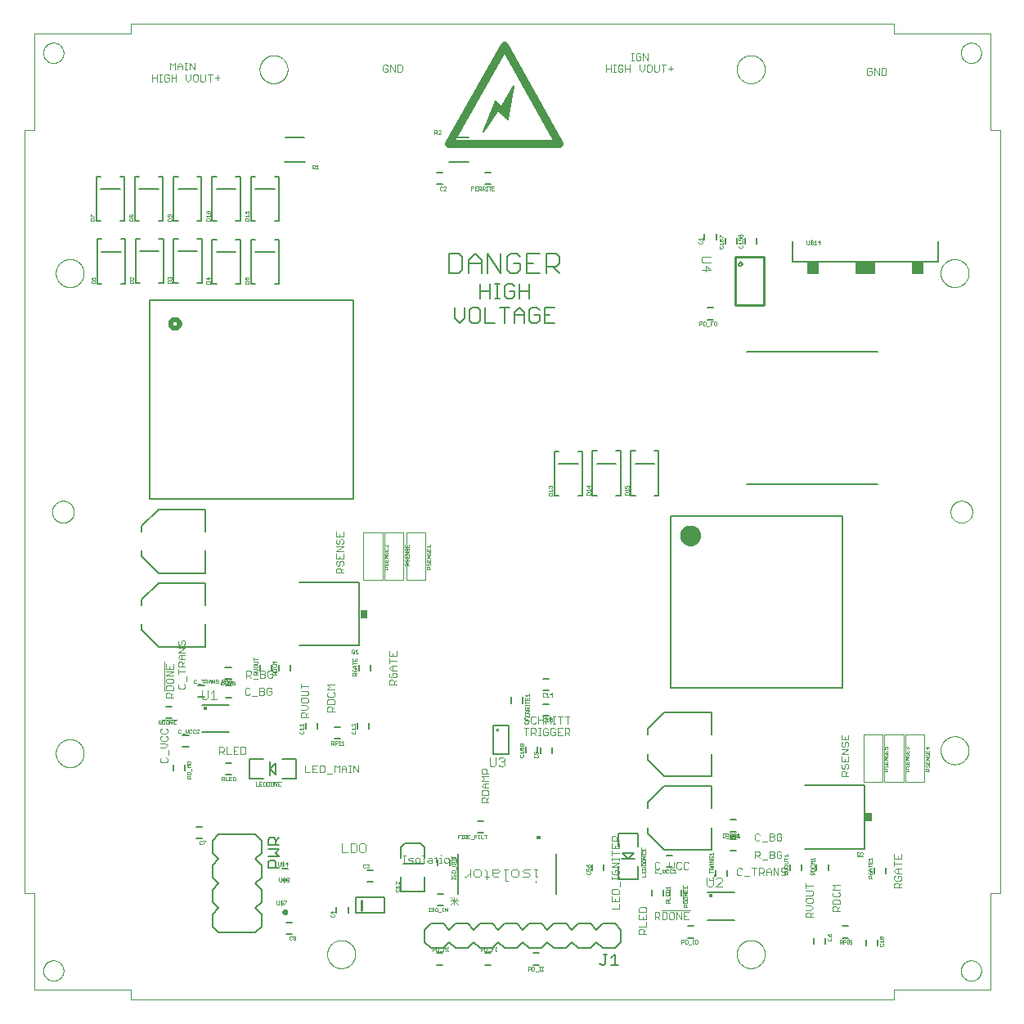
<source format=gto>
G75*
%MOIN*%
%OFA0B0*%
%FSLAX25Y25*%
%IPPOS*%
%LPD*%
%AMOC8*
5,1,8,0,0,1.08239X$1,22.5*
%
%ADD10C,0.00000*%
%ADD11C,0.00300*%
%ADD12C,0.00700*%
%ADD13C,0.00500*%
%ADD14C,0.00600*%
%ADD15C,0.00100*%
%ADD16C,0.00800*%
%ADD17R,0.03000X0.03400*%
%ADD18C,0.00200*%
%ADD19C,0.01575*%
%ADD20C,0.02000*%
%ADD21C,0.05000*%
%ADD22C,0.00400*%
%ADD23C,0.01000*%
%ADD24R,0.07874X0.05118*%
%ADD25R,0.05118X0.05118*%
%ADD26C,0.03200*%
%ADD27C,0.00900*%
D10*
X0013611Y0013008D02*
X0052981Y0013008D01*
X0052981Y0009071D01*
X0364005Y0009071D01*
X0364005Y0013008D01*
X0403375Y0013008D01*
X0403375Y0052378D01*
X0407312Y0052378D01*
X0407312Y0363402D01*
X0403375Y0363402D01*
X0403375Y0402772D01*
X0364005Y0402772D01*
X0364005Y0406709D01*
X0052981Y0406709D01*
X0052981Y0402772D01*
X0013611Y0402772D01*
X0013611Y0363402D01*
X0009674Y0363402D01*
X0009674Y0052378D01*
X0013611Y0052378D01*
X0013611Y0013008D01*
X0017351Y0020882D02*
X0017353Y0021010D01*
X0017359Y0021138D01*
X0017369Y0021265D01*
X0017383Y0021393D01*
X0017400Y0021519D01*
X0017422Y0021645D01*
X0017448Y0021771D01*
X0017477Y0021895D01*
X0017510Y0022019D01*
X0017547Y0022141D01*
X0017588Y0022262D01*
X0017633Y0022382D01*
X0017681Y0022501D01*
X0017733Y0022618D01*
X0017789Y0022733D01*
X0017848Y0022847D01*
X0017910Y0022958D01*
X0017976Y0023068D01*
X0018045Y0023175D01*
X0018118Y0023281D01*
X0018194Y0023384D01*
X0018273Y0023484D01*
X0018355Y0023583D01*
X0018440Y0023678D01*
X0018528Y0023771D01*
X0018619Y0023861D01*
X0018712Y0023948D01*
X0018809Y0024033D01*
X0018907Y0024114D01*
X0019009Y0024192D01*
X0019112Y0024267D01*
X0019218Y0024339D01*
X0019326Y0024408D01*
X0019436Y0024473D01*
X0019549Y0024534D01*
X0019663Y0024593D01*
X0019778Y0024647D01*
X0019896Y0024698D01*
X0020014Y0024746D01*
X0020135Y0024789D01*
X0020256Y0024829D01*
X0020379Y0024865D01*
X0020503Y0024898D01*
X0020628Y0024926D01*
X0020753Y0024951D01*
X0020879Y0024971D01*
X0021006Y0024988D01*
X0021134Y0025001D01*
X0021261Y0025010D01*
X0021389Y0025015D01*
X0021517Y0025016D01*
X0021645Y0025013D01*
X0021773Y0025006D01*
X0021900Y0024995D01*
X0022027Y0024980D01*
X0022154Y0024962D01*
X0022280Y0024939D01*
X0022405Y0024912D01*
X0022529Y0024882D01*
X0022652Y0024848D01*
X0022775Y0024810D01*
X0022896Y0024768D01*
X0023015Y0024722D01*
X0023133Y0024673D01*
X0023250Y0024620D01*
X0023365Y0024564D01*
X0023478Y0024504D01*
X0023589Y0024441D01*
X0023698Y0024374D01*
X0023805Y0024304D01*
X0023910Y0024230D01*
X0024012Y0024154D01*
X0024112Y0024074D01*
X0024210Y0023991D01*
X0024305Y0023905D01*
X0024397Y0023816D01*
X0024486Y0023725D01*
X0024573Y0023631D01*
X0024656Y0023534D01*
X0024737Y0023434D01*
X0024814Y0023333D01*
X0024889Y0023228D01*
X0024960Y0023122D01*
X0025027Y0023013D01*
X0025092Y0022903D01*
X0025152Y0022790D01*
X0025210Y0022676D01*
X0025263Y0022560D01*
X0025313Y0022442D01*
X0025360Y0022323D01*
X0025403Y0022202D01*
X0025442Y0022080D01*
X0025477Y0021957D01*
X0025508Y0021833D01*
X0025536Y0021708D01*
X0025559Y0021582D01*
X0025579Y0021456D01*
X0025595Y0021329D01*
X0025607Y0021202D01*
X0025615Y0021074D01*
X0025619Y0020946D01*
X0025619Y0020818D01*
X0025615Y0020690D01*
X0025607Y0020562D01*
X0025595Y0020435D01*
X0025579Y0020308D01*
X0025559Y0020182D01*
X0025536Y0020056D01*
X0025508Y0019931D01*
X0025477Y0019807D01*
X0025442Y0019684D01*
X0025403Y0019562D01*
X0025360Y0019441D01*
X0025313Y0019322D01*
X0025263Y0019204D01*
X0025210Y0019088D01*
X0025152Y0018974D01*
X0025092Y0018861D01*
X0025027Y0018751D01*
X0024960Y0018642D01*
X0024889Y0018536D01*
X0024814Y0018431D01*
X0024737Y0018330D01*
X0024656Y0018230D01*
X0024573Y0018133D01*
X0024486Y0018039D01*
X0024397Y0017948D01*
X0024305Y0017859D01*
X0024210Y0017773D01*
X0024112Y0017690D01*
X0024012Y0017610D01*
X0023910Y0017534D01*
X0023805Y0017460D01*
X0023698Y0017390D01*
X0023589Y0017323D01*
X0023478Y0017260D01*
X0023365Y0017200D01*
X0023250Y0017144D01*
X0023133Y0017091D01*
X0023015Y0017042D01*
X0022896Y0016996D01*
X0022775Y0016954D01*
X0022652Y0016916D01*
X0022529Y0016882D01*
X0022405Y0016852D01*
X0022280Y0016825D01*
X0022154Y0016802D01*
X0022027Y0016784D01*
X0021900Y0016769D01*
X0021773Y0016758D01*
X0021645Y0016751D01*
X0021517Y0016748D01*
X0021389Y0016749D01*
X0021261Y0016754D01*
X0021134Y0016763D01*
X0021006Y0016776D01*
X0020879Y0016793D01*
X0020753Y0016813D01*
X0020628Y0016838D01*
X0020503Y0016866D01*
X0020379Y0016899D01*
X0020256Y0016935D01*
X0020135Y0016975D01*
X0020014Y0017018D01*
X0019896Y0017066D01*
X0019778Y0017117D01*
X0019663Y0017171D01*
X0019549Y0017230D01*
X0019436Y0017291D01*
X0019326Y0017356D01*
X0019218Y0017425D01*
X0019112Y0017497D01*
X0019009Y0017572D01*
X0018907Y0017650D01*
X0018809Y0017731D01*
X0018712Y0017816D01*
X0018619Y0017903D01*
X0018528Y0017993D01*
X0018440Y0018086D01*
X0018355Y0018181D01*
X0018273Y0018280D01*
X0018194Y0018380D01*
X0018118Y0018483D01*
X0018045Y0018589D01*
X0017976Y0018696D01*
X0017910Y0018806D01*
X0017848Y0018917D01*
X0017789Y0019031D01*
X0017733Y0019146D01*
X0017681Y0019263D01*
X0017633Y0019382D01*
X0017588Y0019502D01*
X0017547Y0019623D01*
X0017510Y0019745D01*
X0017477Y0019869D01*
X0017448Y0019993D01*
X0017422Y0020119D01*
X0017400Y0020245D01*
X0017383Y0020371D01*
X0017369Y0020499D01*
X0017359Y0020626D01*
X0017353Y0020754D01*
X0017351Y0020882D01*
X0022469Y0109465D02*
X0022471Y0109616D01*
X0022477Y0109766D01*
X0022487Y0109917D01*
X0022501Y0110067D01*
X0022519Y0110216D01*
X0022540Y0110366D01*
X0022566Y0110514D01*
X0022596Y0110662D01*
X0022629Y0110809D01*
X0022667Y0110955D01*
X0022708Y0111100D01*
X0022753Y0111244D01*
X0022802Y0111386D01*
X0022855Y0111527D01*
X0022911Y0111667D01*
X0022971Y0111805D01*
X0023034Y0111942D01*
X0023102Y0112077D01*
X0023172Y0112210D01*
X0023246Y0112341D01*
X0023324Y0112470D01*
X0023405Y0112597D01*
X0023489Y0112722D01*
X0023577Y0112845D01*
X0023668Y0112965D01*
X0023762Y0113083D01*
X0023859Y0113198D01*
X0023959Y0113311D01*
X0024062Y0113421D01*
X0024168Y0113528D01*
X0024277Y0113633D01*
X0024388Y0113734D01*
X0024502Y0113833D01*
X0024618Y0113928D01*
X0024738Y0114021D01*
X0024859Y0114110D01*
X0024983Y0114196D01*
X0025109Y0114279D01*
X0025237Y0114358D01*
X0025367Y0114434D01*
X0025499Y0114507D01*
X0025633Y0114575D01*
X0025769Y0114641D01*
X0025907Y0114703D01*
X0026046Y0114761D01*
X0026186Y0114815D01*
X0026328Y0114866D01*
X0026471Y0114913D01*
X0026616Y0114956D01*
X0026761Y0114995D01*
X0026908Y0115031D01*
X0027055Y0115062D01*
X0027203Y0115090D01*
X0027352Y0115114D01*
X0027501Y0115134D01*
X0027651Y0115150D01*
X0027801Y0115162D01*
X0027952Y0115170D01*
X0028103Y0115174D01*
X0028253Y0115174D01*
X0028404Y0115170D01*
X0028555Y0115162D01*
X0028705Y0115150D01*
X0028855Y0115134D01*
X0029004Y0115114D01*
X0029153Y0115090D01*
X0029301Y0115062D01*
X0029448Y0115031D01*
X0029595Y0114995D01*
X0029740Y0114956D01*
X0029885Y0114913D01*
X0030028Y0114866D01*
X0030170Y0114815D01*
X0030310Y0114761D01*
X0030449Y0114703D01*
X0030587Y0114641D01*
X0030723Y0114575D01*
X0030857Y0114507D01*
X0030989Y0114434D01*
X0031119Y0114358D01*
X0031247Y0114279D01*
X0031373Y0114196D01*
X0031497Y0114110D01*
X0031618Y0114021D01*
X0031738Y0113928D01*
X0031854Y0113833D01*
X0031968Y0113734D01*
X0032079Y0113633D01*
X0032188Y0113528D01*
X0032294Y0113421D01*
X0032397Y0113311D01*
X0032497Y0113198D01*
X0032594Y0113083D01*
X0032688Y0112965D01*
X0032779Y0112845D01*
X0032867Y0112722D01*
X0032951Y0112597D01*
X0033032Y0112470D01*
X0033110Y0112341D01*
X0033184Y0112210D01*
X0033254Y0112077D01*
X0033322Y0111942D01*
X0033385Y0111805D01*
X0033445Y0111667D01*
X0033501Y0111527D01*
X0033554Y0111386D01*
X0033603Y0111244D01*
X0033648Y0111100D01*
X0033689Y0110955D01*
X0033727Y0110809D01*
X0033760Y0110662D01*
X0033790Y0110514D01*
X0033816Y0110366D01*
X0033837Y0110216D01*
X0033855Y0110067D01*
X0033869Y0109917D01*
X0033879Y0109766D01*
X0033885Y0109616D01*
X0033887Y0109465D01*
X0033885Y0109314D01*
X0033879Y0109164D01*
X0033869Y0109013D01*
X0033855Y0108863D01*
X0033837Y0108714D01*
X0033816Y0108564D01*
X0033790Y0108416D01*
X0033760Y0108268D01*
X0033727Y0108121D01*
X0033689Y0107975D01*
X0033648Y0107830D01*
X0033603Y0107686D01*
X0033554Y0107544D01*
X0033501Y0107403D01*
X0033445Y0107263D01*
X0033385Y0107125D01*
X0033322Y0106988D01*
X0033254Y0106853D01*
X0033184Y0106720D01*
X0033110Y0106589D01*
X0033032Y0106460D01*
X0032951Y0106333D01*
X0032867Y0106208D01*
X0032779Y0106085D01*
X0032688Y0105965D01*
X0032594Y0105847D01*
X0032497Y0105732D01*
X0032397Y0105619D01*
X0032294Y0105509D01*
X0032188Y0105402D01*
X0032079Y0105297D01*
X0031968Y0105196D01*
X0031854Y0105097D01*
X0031738Y0105002D01*
X0031618Y0104909D01*
X0031497Y0104820D01*
X0031373Y0104734D01*
X0031247Y0104651D01*
X0031119Y0104572D01*
X0030989Y0104496D01*
X0030857Y0104423D01*
X0030723Y0104355D01*
X0030587Y0104289D01*
X0030449Y0104227D01*
X0030310Y0104169D01*
X0030170Y0104115D01*
X0030028Y0104064D01*
X0029885Y0104017D01*
X0029740Y0103974D01*
X0029595Y0103935D01*
X0029448Y0103899D01*
X0029301Y0103868D01*
X0029153Y0103840D01*
X0029004Y0103816D01*
X0028855Y0103796D01*
X0028705Y0103780D01*
X0028555Y0103768D01*
X0028404Y0103760D01*
X0028253Y0103756D01*
X0028103Y0103756D01*
X0027952Y0103760D01*
X0027801Y0103768D01*
X0027651Y0103780D01*
X0027501Y0103796D01*
X0027352Y0103816D01*
X0027203Y0103840D01*
X0027055Y0103868D01*
X0026908Y0103899D01*
X0026761Y0103935D01*
X0026616Y0103974D01*
X0026471Y0104017D01*
X0026328Y0104064D01*
X0026186Y0104115D01*
X0026046Y0104169D01*
X0025907Y0104227D01*
X0025769Y0104289D01*
X0025633Y0104355D01*
X0025499Y0104423D01*
X0025367Y0104496D01*
X0025237Y0104572D01*
X0025109Y0104651D01*
X0024983Y0104734D01*
X0024859Y0104820D01*
X0024738Y0104909D01*
X0024618Y0105002D01*
X0024502Y0105097D01*
X0024388Y0105196D01*
X0024277Y0105297D01*
X0024168Y0105402D01*
X0024062Y0105509D01*
X0023959Y0105619D01*
X0023859Y0105732D01*
X0023762Y0105847D01*
X0023668Y0105965D01*
X0023577Y0106085D01*
X0023489Y0106208D01*
X0023405Y0106333D01*
X0023324Y0106460D01*
X0023246Y0106589D01*
X0023172Y0106720D01*
X0023102Y0106853D01*
X0023034Y0106988D01*
X0022971Y0107125D01*
X0022911Y0107263D01*
X0022855Y0107403D01*
X0022802Y0107544D01*
X0022753Y0107686D01*
X0022708Y0107830D01*
X0022667Y0107975D01*
X0022629Y0108121D01*
X0022596Y0108268D01*
X0022566Y0108416D01*
X0022540Y0108564D01*
X0022519Y0108714D01*
X0022501Y0108863D01*
X0022487Y0109013D01*
X0022477Y0109164D01*
X0022471Y0109314D01*
X0022469Y0109465D01*
X0020973Y0207890D02*
X0020975Y0208023D01*
X0020981Y0208156D01*
X0020991Y0208289D01*
X0021005Y0208421D01*
X0021023Y0208553D01*
X0021044Y0208684D01*
X0021070Y0208815D01*
X0021100Y0208945D01*
X0021133Y0209074D01*
X0021171Y0209201D01*
X0021212Y0209328D01*
X0021257Y0209453D01*
X0021305Y0209577D01*
X0021358Y0209700D01*
X0021414Y0209820D01*
X0021473Y0209939D01*
X0021536Y0210057D01*
X0021603Y0210172D01*
X0021673Y0210285D01*
X0021746Y0210396D01*
X0021823Y0210505D01*
X0021903Y0210612D01*
X0021986Y0210716D01*
X0022072Y0210817D01*
X0022161Y0210916D01*
X0022253Y0211012D01*
X0022347Y0211106D01*
X0022445Y0211196D01*
X0022545Y0211284D01*
X0022648Y0211368D01*
X0022753Y0211450D01*
X0022861Y0211528D01*
X0022971Y0211603D01*
X0023083Y0211675D01*
X0023198Y0211743D01*
X0023314Y0211808D01*
X0023432Y0211869D01*
X0023552Y0211927D01*
X0023673Y0211981D01*
X0023797Y0212031D01*
X0023921Y0212078D01*
X0024047Y0212121D01*
X0024174Y0212160D01*
X0024303Y0212196D01*
X0024432Y0212227D01*
X0024562Y0212255D01*
X0024693Y0212279D01*
X0024825Y0212299D01*
X0024957Y0212315D01*
X0025090Y0212327D01*
X0025222Y0212335D01*
X0025355Y0212339D01*
X0025489Y0212339D01*
X0025622Y0212335D01*
X0025754Y0212327D01*
X0025887Y0212315D01*
X0026019Y0212299D01*
X0026151Y0212279D01*
X0026282Y0212255D01*
X0026412Y0212227D01*
X0026541Y0212196D01*
X0026670Y0212160D01*
X0026797Y0212121D01*
X0026923Y0212078D01*
X0027047Y0212031D01*
X0027171Y0211981D01*
X0027292Y0211927D01*
X0027412Y0211869D01*
X0027530Y0211808D01*
X0027647Y0211743D01*
X0027761Y0211675D01*
X0027873Y0211603D01*
X0027983Y0211528D01*
X0028091Y0211450D01*
X0028196Y0211368D01*
X0028299Y0211284D01*
X0028399Y0211196D01*
X0028497Y0211106D01*
X0028591Y0211012D01*
X0028683Y0210916D01*
X0028772Y0210817D01*
X0028858Y0210716D01*
X0028941Y0210612D01*
X0029021Y0210505D01*
X0029098Y0210396D01*
X0029171Y0210285D01*
X0029241Y0210172D01*
X0029308Y0210057D01*
X0029371Y0209939D01*
X0029430Y0209820D01*
X0029486Y0209700D01*
X0029539Y0209577D01*
X0029587Y0209453D01*
X0029632Y0209328D01*
X0029673Y0209201D01*
X0029711Y0209074D01*
X0029744Y0208945D01*
X0029774Y0208815D01*
X0029800Y0208684D01*
X0029821Y0208553D01*
X0029839Y0208421D01*
X0029853Y0208289D01*
X0029863Y0208156D01*
X0029869Y0208023D01*
X0029871Y0207890D01*
X0029869Y0207757D01*
X0029863Y0207624D01*
X0029853Y0207491D01*
X0029839Y0207359D01*
X0029821Y0207227D01*
X0029800Y0207096D01*
X0029774Y0206965D01*
X0029744Y0206835D01*
X0029711Y0206706D01*
X0029673Y0206579D01*
X0029632Y0206452D01*
X0029587Y0206327D01*
X0029539Y0206203D01*
X0029486Y0206080D01*
X0029430Y0205960D01*
X0029371Y0205841D01*
X0029308Y0205723D01*
X0029241Y0205608D01*
X0029171Y0205495D01*
X0029098Y0205384D01*
X0029021Y0205275D01*
X0028941Y0205168D01*
X0028858Y0205064D01*
X0028772Y0204963D01*
X0028683Y0204864D01*
X0028591Y0204768D01*
X0028497Y0204674D01*
X0028399Y0204584D01*
X0028299Y0204496D01*
X0028196Y0204412D01*
X0028091Y0204330D01*
X0027983Y0204252D01*
X0027873Y0204177D01*
X0027761Y0204105D01*
X0027646Y0204037D01*
X0027530Y0203972D01*
X0027412Y0203911D01*
X0027292Y0203853D01*
X0027171Y0203799D01*
X0027047Y0203749D01*
X0026923Y0203702D01*
X0026797Y0203659D01*
X0026670Y0203620D01*
X0026541Y0203584D01*
X0026412Y0203553D01*
X0026282Y0203525D01*
X0026151Y0203501D01*
X0026019Y0203481D01*
X0025887Y0203465D01*
X0025754Y0203453D01*
X0025622Y0203445D01*
X0025489Y0203441D01*
X0025355Y0203441D01*
X0025222Y0203445D01*
X0025090Y0203453D01*
X0024957Y0203465D01*
X0024825Y0203481D01*
X0024693Y0203501D01*
X0024562Y0203525D01*
X0024432Y0203553D01*
X0024303Y0203584D01*
X0024174Y0203620D01*
X0024047Y0203659D01*
X0023921Y0203702D01*
X0023797Y0203749D01*
X0023673Y0203799D01*
X0023552Y0203853D01*
X0023432Y0203911D01*
X0023314Y0203972D01*
X0023197Y0204037D01*
X0023083Y0204105D01*
X0022971Y0204177D01*
X0022861Y0204252D01*
X0022753Y0204330D01*
X0022648Y0204412D01*
X0022545Y0204496D01*
X0022445Y0204584D01*
X0022347Y0204674D01*
X0022253Y0204768D01*
X0022161Y0204864D01*
X0022072Y0204963D01*
X0021986Y0205064D01*
X0021903Y0205168D01*
X0021823Y0205275D01*
X0021746Y0205384D01*
X0021673Y0205495D01*
X0021603Y0205608D01*
X0021536Y0205723D01*
X0021473Y0205841D01*
X0021414Y0205960D01*
X0021358Y0206080D01*
X0021305Y0206203D01*
X0021257Y0206327D01*
X0021212Y0206452D01*
X0021171Y0206579D01*
X0021133Y0206706D01*
X0021100Y0206835D01*
X0021070Y0206965D01*
X0021044Y0207096D01*
X0021023Y0207227D01*
X0021005Y0207359D01*
X0020991Y0207491D01*
X0020981Y0207624D01*
X0020975Y0207757D01*
X0020973Y0207890D01*
X0022469Y0305134D02*
X0022471Y0305285D01*
X0022477Y0305435D01*
X0022487Y0305586D01*
X0022501Y0305736D01*
X0022519Y0305885D01*
X0022540Y0306035D01*
X0022566Y0306183D01*
X0022596Y0306331D01*
X0022629Y0306478D01*
X0022667Y0306624D01*
X0022708Y0306769D01*
X0022753Y0306913D01*
X0022802Y0307055D01*
X0022855Y0307196D01*
X0022911Y0307336D01*
X0022971Y0307474D01*
X0023034Y0307611D01*
X0023102Y0307746D01*
X0023172Y0307879D01*
X0023246Y0308010D01*
X0023324Y0308139D01*
X0023405Y0308266D01*
X0023489Y0308391D01*
X0023577Y0308514D01*
X0023668Y0308634D01*
X0023762Y0308752D01*
X0023859Y0308867D01*
X0023959Y0308980D01*
X0024062Y0309090D01*
X0024168Y0309197D01*
X0024277Y0309302D01*
X0024388Y0309403D01*
X0024502Y0309502D01*
X0024618Y0309597D01*
X0024738Y0309690D01*
X0024859Y0309779D01*
X0024983Y0309865D01*
X0025109Y0309948D01*
X0025237Y0310027D01*
X0025367Y0310103D01*
X0025499Y0310176D01*
X0025633Y0310244D01*
X0025769Y0310310D01*
X0025907Y0310372D01*
X0026046Y0310430D01*
X0026186Y0310484D01*
X0026328Y0310535D01*
X0026471Y0310582D01*
X0026616Y0310625D01*
X0026761Y0310664D01*
X0026908Y0310700D01*
X0027055Y0310731D01*
X0027203Y0310759D01*
X0027352Y0310783D01*
X0027501Y0310803D01*
X0027651Y0310819D01*
X0027801Y0310831D01*
X0027952Y0310839D01*
X0028103Y0310843D01*
X0028253Y0310843D01*
X0028404Y0310839D01*
X0028555Y0310831D01*
X0028705Y0310819D01*
X0028855Y0310803D01*
X0029004Y0310783D01*
X0029153Y0310759D01*
X0029301Y0310731D01*
X0029448Y0310700D01*
X0029595Y0310664D01*
X0029740Y0310625D01*
X0029885Y0310582D01*
X0030028Y0310535D01*
X0030170Y0310484D01*
X0030310Y0310430D01*
X0030449Y0310372D01*
X0030587Y0310310D01*
X0030723Y0310244D01*
X0030857Y0310176D01*
X0030989Y0310103D01*
X0031119Y0310027D01*
X0031247Y0309948D01*
X0031373Y0309865D01*
X0031497Y0309779D01*
X0031618Y0309690D01*
X0031738Y0309597D01*
X0031854Y0309502D01*
X0031968Y0309403D01*
X0032079Y0309302D01*
X0032188Y0309197D01*
X0032294Y0309090D01*
X0032397Y0308980D01*
X0032497Y0308867D01*
X0032594Y0308752D01*
X0032688Y0308634D01*
X0032779Y0308514D01*
X0032867Y0308391D01*
X0032951Y0308266D01*
X0033032Y0308139D01*
X0033110Y0308010D01*
X0033184Y0307879D01*
X0033254Y0307746D01*
X0033322Y0307611D01*
X0033385Y0307474D01*
X0033445Y0307336D01*
X0033501Y0307196D01*
X0033554Y0307055D01*
X0033603Y0306913D01*
X0033648Y0306769D01*
X0033689Y0306624D01*
X0033727Y0306478D01*
X0033760Y0306331D01*
X0033790Y0306183D01*
X0033816Y0306035D01*
X0033837Y0305885D01*
X0033855Y0305736D01*
X0033869Y0305586D01*
X0033879Y0305435D01*
X0033885Y0305285D01*
X0033887Y0305134D01*
X0033885Y0304983D01*
X0033879Y0304833D01*
X0033869Y0304682D01*
X0033855Y0304532D01*
X0033837Y0304383D01*
X0033816Y0304233D01*
X0033790Y0304085D01*
X0033760Y0303937D01*
X0033727Y0303790D01*
X0033689Y0303644D01*
X0033648Y0303499D01*
X0033603Y0303355D01*
X0033554Y0303213D01*
X0033501Y0303072D01*
X0033445Y0302932D01*
X0033385Y0302794D01*
X0033322Y0302657D01*
X0033254Y0302522D01*
X0033184Y0302389D01*
X0033110Y0302258D01*
X0033032Y0302129D01*
X0032951Y0302002D01*
X0032867Y0301877D01*
X0032779Y0301754D01*
X0032688Y0301634D01*
X0032594Y0301516D01*
X0032497Y0301401D01*
X0032397Y0301288D01*
X0032294Y0301178D01*
X0032188Y0301071D01*
X0032079Y0300966D01*
X0031968Y0300865D01*
X0031854Y0300766D01*
X0031738Y0300671D01*
X0031618Y0300578D01*
X0031497Y0300489D01*
X0031373Y0300403D01*
X0031247Y0300320D01*
X0031119Y0300241D01*
X0030989Y0300165D01*
X0030857Y0300092D01*
X0030723Y0300024D01*
X0030587Y0299958D01*
X0030449Y0299896D01*
X0030310Y0299838D01*
X0030170Y0299784D01*
X0030028Y0299733D01*
X0029885Y0299686D01*
X0029740Y0299643D01*
X0029595Y0299604D01*
X0029448Y0299568D01*
X0029301Y0299537D01*
X0029153Y0299509D01*
X0029004Y0299485D01*
X0028855Y0299465D01*
X0028705Y0299449D01*
X0028555Y0299437D01*
X0028404Y0299429D01*
X0028253Y0299425D01*
X0028103Y0299425D01*
X0027952Y0299429D01*
X0027801Y0299437D01*
X0027651Y0299449D01*
X0027501Y0299465D01*
X0027352Y0299485D01*
X0027203Y0299509D01*
X0027055Y0299537D01*
X0026908Y0299568D01*
X0026761Y0299604D01*
X0026616Y0299643D01*
X0026471Y0299686D01*
X0026328Y0299733D01*
X0026186Y0299784D01*
X0026046Y0299838D01*
X0025907Y0299896D01*
X0025769Y0299958D01*
X0025633Y0300024D01*
X0025499Y0300092D01*
X0025367Y0300165D01*
X0025237Y0300241D01*
X0025109Y0300320D01*
X0024983Y0300403D01*
X0024859Y0300489D01*
X0024738Y0300578D01*
X0024618Y0300671D01*
X0024502Y0300766D01*
X0024388Y0300865D01*
X0024277Y0300966D01*
X0024168Y0301071D01*
X0024062Y0301178D01*
X0023959Y0301288D01*
X0023859Y0301401D01*
X0023762Y0301516D01*
X0023668Y0301634D01*
X0023577Y0301754D01*
X0023489Y0301877D01*
X0023405Y0302002D01*
X0023324Y0302129D01*
X0023246Y0302258D01*
X0023172Y0302389D01*
X0023102Y0302522D01*
X0023034Y0302657D01*
X0022971Y0302794D01*
X0022911Y0302932D01*
X0022855Y0303072D01*
X0022802Y0303213D01*
X0022753Y0303355D01*
X0022708Y0303499D01*
X0022667Y0303644D01*
X0022629Y0303790D01*
X0022596Y0303937D01*
X0022566Y0304085D01*
X0022540Y0304233D01*
X0022519Y0304383D01*
X0022501Y0304532D01*
X0022487Y0304682D01*
X0022477Y0304833D01*
X0022471Y0304983D01*
X0022469Y0305134D01*
X0105540Y0388205D02*
X0105542Y0388356D01*
X0105548Y0388506D01*
X0105558Y0388657D01*
X0105572Y0388807D01*
X0105590Y0388956D01*
X0105611Y0389106D01*
X0105637Y0389254D01*
X0105667Y0389402D01*
X0105700Y0389549D01*
X0105738Y0389695D01*
X0105779Y0389840D01*
X0105824Y0389984D01*
X0105873Y0390126D01*
X0105926Y0390267D01*
X0105982Y0390407D01*
X0106042Y0390545D01*
X0106105Y0390682D01*
X0106173Y0390817D01*
X0106243Y0390950D01*
X0106317Y0391081D01*
X0106395Y0391210D01*
X0106476Y0391337D01*
X0106560Y0391462D01*
X0106648Y0391585D01*
X0106739Y0391705D01*
X0106833Y0391823D01*
X0106930Y0391938D01*
X0107030Y0392051D01*
X0107133Y0392161D01*
X0107239Y0392268D01*
X0107348Y0392373D01*
X0107459Y0392474D01*
X0107573Y0392573D01*
X0107689Y0392668D01*
X0107809Y0392761D01*
X0107930Y0392850D01*
X0108054Y0392936D01*
X0108180Y0393019D01*
X0108308Y0393098D01*
X0108438Y0393174D01*
X0108570Y0393247D01*
X0108704Y0393315D01*
X0108840Y0393381D01*
X0108978Y0393443D01*
X0109117Y0393501D01*
X0109257Y0393555D01*
X0109399Y0393606D01*
X0109542Y0393653D01*
X0109687Y0393696D01*
X0109832Y0393735D01*
X0109979Y0393771D01*
X0110126Y0393802D01*
X0110274Y0393830D01*
X0110423Y0393854D01*
X0110572Y0393874D01*
X0110722Y0393890D01*
X0110872Y0393902D01*
X0111023Y0393910D01*
X0111174Y0393914D01*
X0111324Y0393914D01*
X0111475Y0393910D01*
X0111626Y0393902D01*
X0111776Y0393890D01*
X0111926Y0393874D01*
X0112075Y0393854D01*
X0112224Y0393830D01*
X0112372Y0393802D01*
X0112519Y0393771D01*
X0112666Y0393735D01*
X0112811Y0393696D01*
X0112956Y0393653D01*
X0113099Y0393606D01*
X0113241Y0393555D01*
X0113381Y0393501D01*
X0113520Y0393443D01*
X0113658Y0393381D01*
X0113794Y0393315D01*
X0113928Y0393247D01*
X0114060Y0393174D01*
X0114190Y0393098D01*
X0114318Y0393019D01*
X0114444Y0392936D01*
X0114568Y0392850D01*
X0114689Y0392761D01*
X0114809Y0392668D01*
X0114925Y0392573D01*
X0115039Y0392474D01*
X0115150Y0392373D01*
X0115259Y0392268D01*
X0115365Y0392161D01*
X0115468Y0392051D01*
X0115568Y0391938D01*
X0115665Y0391823D01*
X0115759Y0391705D01*
X0115850Y0391585D01*
X0115938Y0391462D01*
X0116022Y0391337D01*
X0116103Y0391210D01*
X0116181Y0391081D01*
X0116255Y0390950D01*
X0116325Y0390817D01*
X0116393Y0390682D01*
X0116456Y0390545D01*
X0116516Y0390407D01*
X0116572Y0390267D01*
X0116625Y0390126D01*
X0116674Y0389984D01*
X0116719Y0389840D01*
X0116760Y0389695D01*
X0116798Y0389549D01*
X0116831Y0389402D01*
X0116861Y0389254D01*
X0116887Y0389106D01*
X0116908Y0388956D01*
X0116926Y0388807D01*
X0116940Y0388657D01*
X0116950Y0388506D01*
X0116956Y0388356D01*
X0116958Y0388205D01*
X0116956Y0388054D01*
X0116950Y0387904D01*
X0116940Y0387753D01*
X0116926Y0387603D01*
X0116908Y0387454D01*
X0116887Y0387304D01*
X0116861Y0387156D01*
X0116831Y0387008D01*
X0116798Y0386861D01*
X0116760Y0386715D01*
X0116719Y0386570D01*
X0116674Y0386426D01*
X0116625Y0386284D01*
X0116572Y0386143D01*
X0116516Y0386003D01*
X0116456Y0385865D01*
X0116393Y0385728D01*
X0116325Y0385593D01*
X0116255Y0385460D01*
X0116181Y0385329D01*
X0116103Y0385200D01*
X0116022Y0385073D01*
X0115938Y0384948D01*
X0115850Y0384825D01*
X0115759Y0384705D01*
X0115665Y0384587D01*
X0115568Y0384472D01*
X0115468Y0384359D01*
X0115365Y0384249D01*
X0115259Y0384142D01*
X0115150Y0384037D01*
X0115039Y0383936D01*
X0114925Y0383837D01*
X0114809Y0383742D01*
X0114689Y0383649D01*
X0114568Y0383560D01*
X0114444Y0383474D01*
X0114318Y0383391D01*
X0114190Y0383312D01*
X0114060Y0383236D01*
X0113928Y0383163D01*
X0113794Y0383095D01*
X0113658Y0383029D01*
X0113520Y0382967D01*
X0113381Y0382909D01*
X0113241Y0382855D01*
X0113099Y0382804D01*
X0112956Y0382757D01*
X0112811Y0382714D01*
X0112666Y0382675D01*
X0112519Y0382639D01*
X0112372Y0382608D01*
X0112224Y0382580D01*
X0112075Y0382556D01*
X0111926Y0382536D01*
X0111776Y0382520D01*
X0111626Y0382508D01*
X0111475Y0382500D01*
X0111324Y0382496D01*
X0111174Y0382496D01*
X0111023Y0382500D01*
X0110872Y0382508D01*
X0110722Y0382520D01*
X0110572Y0382536D01*
X0110423Y0382556D01*
X0110274Y0382580D01*
X0110126Y0382608D01*
X0109979Y0382639D01*
X0109832Y0382675D01*
X0109687Y0382714D01*
X0109542Y0382757D01*
X0109399Y0382804D01*
X0109257Y0382855D01*
X0109117Y0382909D01*
X0108978Y0382967D01*
X0108840Y0383029D01*
X0108704Y0383095D01*
X0108570Y0383163D01*
X0108438Y0383236D01*
X0108308Y0383312D01*
X0108180Y0383391D01*
X0108054Y0383474D01*
X0107930Y0383560D01*
X0107809Y0383649D01*
X0107689Y0383742D01*
X0107573Y0383837D01*
X0107459Y0383936D01*
X0107348Y0384037D01*
X0107239Y0384142D01*
X0107133Y0384249D01*
X0107030Y0384359D01*
X0106930Y0384472D01*
X0106833Y0384587D01*
X0106739Y0384705D01*
X0106648Y0384825D01*
X0106560Y0384948D01*
X0106476Y0385073D01*
X0106395Y0385200D01*
X0106317Y0385329D01*
X0106243Y0385460D01*
X0106173Y0385593D01*
X0106105Y0385728D01*
X0106042Y0385865D01*
X0105982Y0386003D01*
X0105926Y0386143D01*
X0105873Y0386284D01*
X0105824Y0386426D01*
X0105779Y0386570D01*
X0105738Y0386715D01*
X0105700Y0386861D01*
X0105667Y0387008D01*
X0105637Y0387156D01*
X0105611Y0387304D01*
X0105590Y0387454D01*
X0105572Y0387603D01*
X0105558Y0387753D01*
X0105548Y0387904D01*
X0105542Y0388054D01*
X0105540Y0388205D01*
X0017351Y0394898D02*
X0017353Y0395026D01*
X0017359Y0395154D01*
X0017369Y0395281D01*
X0017383Y0395409D01*
X0017400Y0395535D01*
X0017422Y0395661D01*
X0017448Y0395787D01*
X0017477Y0395911D01*
X0017510Y0396035D01*
X0017547Y0396157D01*
X0017588Y0396278D01*
X0017633Y0396398D01*
X0017681Y0396517D01*
X0017733Y0396634D01*
X0017789Y0396749D01*
X0017848Y0396863D01*
X0017910Y0396974D01*
X0017976Y0397084D01*
X0018045Y0397191D01*
X0018118Y0397297D01*
X0018194Y0397400D01*
X0018273Y0397500D01*
X0018355Y0397599D01*
X0018440Y0397694D01*
X0018528Y0397787D01*
X0018619Y0397877D01*
X0018712Y0397964D01*
X0018809Y0398049D01*
X0018907Y0398130D01*
X0019009Y0398208D01*
X0019112Y0398283D01*
X0019218Y0398355D01*
X0019326Y0398424D01*
X0019436Y0398489D01*
X0019549Y0398550D01*
X0019663Y0398609D01*
X0019778Y0398663D01*
X0019896Y0398714D01*
X0020014Y0398762D01*
X0020135Y0398805D01*
X0020256Y0398845D01*
X0020379Y0398881D01*
X0020503Y0398914D01*
X0020628Y0398942D01*
X0020753Y0398967D01*
X0020879Y0398987D01*
X0021006Y0399004D01*
X0021134Y0399017D01*
X0021261Y0399026D01*
X0021389Y0399031D01*
X0021517Y0399032D01*
X0021645Y0399029D01*
X0021773Y0399022D01*
X0021900Y0399011D01*
X0022027Y0398996D01*
X0022154Y0398978D01*
X0022280Y0398955D01*
X0022405Y0398928D01*
X0022529Y0398898D01*
X0022652Y0398864D01*
X0022775Y0398826D01*
X0022896Y0398784D01*
X0023015Y0398738D01*
X0023133Y0398689D01*
X0023250Y0398636D01*
X0023365Y0398580D01*
X0023478Y0398520D01*
X0023589Y0398457D01*
X0023698Y0398390D01*
X0023805Y0398320D01*
X0023910Y0398246D01*
X0024012Y0398170D01*
X0024112Y0398090D01*
X0024210Y0398007D01*
X0024305Y0397921D01*
X0024397Y0397832D01*
X0024486Y0397741D01*
X0024573Y0397647D01*
X0024656Y0397550D01*
X0024737Y0397450D01*
X0024814Y0397349D01*
X0024889Y0397244D01*
X0024960Y0397138D01*
X0025027Y0397029D01*
X0025092Y0396919D01*
X0025152Y0396806D01*
X0025210Y0396692D01*
X0025263Y0396576D01*
X0025313Y0396458D01*
X0025360Y0396339D01*
X0025403Y0396218D01*
X0025442Y0396096D01*
X0025477Y0395973D01*
X0025508Y0395849D01*
X0025536Y0395724D01*
X0025559Y0395598D01*
X0025579Y0395472D01*
X0025595Y0395345D01*
X0025607Y0395218D01*
X0025615Y0395090D01*
X0025619Y0394962D01*
X0025619Y0394834D01*
X0025615Y0394706D01*
X0025607Y0394578D01*
X0025595Y0394451D01*
X0025579Y0394324D01*
X0025559Y0394198D01*
X0025536Y0394072D01*
X0025508Y0393947D01*
X0025477Y0393823D01*
X0025442Y0393700D01*
X0025403Y0393578D01*
X0025360Y0393457D01*
X0025313Y0393338D01*
X0025263Y0393220D01*
X0025210Y0393104D01*
X0025152Y0392990D01*
X0025092Y0392877D01*
X0025027Y0392767D01*
X0024960Y0392658D01*
X0024889Y0392552D01*
X0024814Y0392447D01*
X0024737Y0392346D01*
X0024656Y0392246D01*
X0024573Y0392149D01*
X0024486Y0392055D01*
X0024397Y0391964D01*
X0024305Y0391875D01*
X0024210Y0391789D01*
X0024112Y0391706D01*
X0024012Y0391626D01*
X0023910Y0391550D01*
X0023805Y0391476D01*
X0023698Y0391406D01*
X0023589Y0391339D01*
X0023478Y0391276D01*
X0023365Y0391216D01*
X0023250Y0391160D01*
X0023133Y0391107D01*
X0023015Y0391058D01*
X0022896Y0391012D01*
X0022775Y0390970D01*
X0022652Y0390932D01*
X0022529Y0390898D01*
X0022405Y0390868D01*
X0022280Y0390841D01*
X0022154Y0390818D01*
X0022027Y0390800D01*
X0021900Y0390785D01*
X0021773Y0390774D01*
X0021645Y0390767D01*
X0021517Y0390764D01*
X0021389Y0390765D01*
X0021261Y0390770D01*
X0021134Y0390779D01*
X0021006Y0390792D01*
X0020879Y0390809D01*
X0020753Y0390829D01*
X0020628Y0390854D01*
X0020503Y0390882D01*
X0020379Y0390915D01*
X0020256Y0390951D01*
X0020135Y0390991D01*
X0020014Y0391034D01*
X0019896Y0391082D01*
X0019778Y0391133D01*
X0019663Y0391187D01*
X0019549Y0391246D01*
X0019436Y0391307D01*
X0019326Y0391372D01*
X0019218Y0391441D01*
X0019112Y0391513D01*
X0019009Y0391588D01*
X0018907Y0391666D01*
X0018809Y0391747D01*
X0018712Y0391832D01*
X0018619Y0391919D01*
X0018528Y0392009D01*
X0018440Y0392102D01*
X0018355Y0392197D01*
X0018273Y0392296D01*
X0018194Y0392396D01*
X0018118Y0392499D01*
X0018045Y0392605D01*
X0017976Y0392712D01*
X0017910Y0392822D01*
X0017848Y0392933D01*
X0017789Y0393047D01*
X0017733Y0393162D01*
X0017681Y0393279D01*
X0017633Y0393398D01*
X0017588Y0393518D01*
X0017547Y0393639D01*
X0017510Y0393761D01*
X0017477Y0393885D01*
X0017448Y0394009D01*
X0017422Y0394135D01*
X0017400Y0394261D01*
X0017383Y0394387D01*
X0017369Y0394515D01*
X0017359Y0394642D01*
X0017353Y0394770D01*
X0017351Y0394898D01*
X0300028Y0388205D02*
X0300030Y0388356D01*
X0300036Y0388506D01*
X0300046Y0388657D01*
X0300060Y0388807D01*
X0300078Y0388956D01*
X0300099Y0389106D01*
X0300125Y0389254D01*
X0300155Y0389402D01*
X0300188Y0389549D01*
X0300226Y0389695D01*
X0300267Y0389840D01*
X0300312Y0389984D01*
X0300361Y0390126D01*
X0300414Y0390267D01*
X0300470Y0390407D01*
X0300530Y0390545D01*
X0300593Y0390682D01*
X0300661Y0390817D01*
X0300731Y0390950D01*
X0300805Y0391081D01*
X0300883Y0391210D01*
X0300964Y0391337D01*
X0301048Y0391462D01*
X0301136Y0391585D01*
X0301227Y0391705D01*
X0301321Y0391823D01*
X0301418Y0391938D01*
X0301518Y0392051D01*
X0301621Y0392161D01*
X0301727Y0392268D01*
X0301836Y0392373D01*
X0301947Y0392474D01*
X0302061Y0392573D01*
X0302177Y0392668D01*
X0302297Y0392761D01*
X0302418Y0392850D01*
X0302542Y0392936D01*
X0302668Y0393019D01*
X0302796Y0393098D01*
X0302926Y0393174D01*
X0303058Y0393247D01*
X0303192Y0393315D01*
X0303328Y0393381D01*
X0303466Y0393443D01*
X0303605Y0393501D01*
X0303745Y0393555D01*
X0303887Y0393606D01*
X0304030Y0393653D01*
X0304175Y0393696D01*
X0304320Y0393735D01*
X0304467Y0393771D01*
X0304614Y0393802D01*
X0304762Y0393830D01*
X0304911Y0393854D01*
X0305060Y0393874D01*
X0305210Y0393890D01*
X0305360Y0393902D01*
X0305511Y0393910D01*
X0305662Y0393914D01*
X0305812Y0393914D01*
X0305963Y0393910D01*
X0306114Y0393902D01*
X0306264Y0393890D01*
X0306414Y0393874D01*
X0306563Y0393854D01*
X0306712Y0393830D01*
X0306860Y0393802D01*
X0307007Y0393771D01*
X0307154Y0393735D01*
X0307299Y0393696D01*
X0307444Y0393653D01*
X0307587Y0393606D01*
X0307729Y0393555D01*
X0307869Y0393501D01*
X0308008Y0393443D01*
X0308146Y0393381D01*
X0308282Y0393315D01*
X0308416Y0393247D01*
X0308548Y0393174D01*
X0308678Y0393098D01*
X0308806Y0393019D01*
X0308932Y0392936D01*
X0309056Y0392850D01*
X0309177Y0392761D01*
X0309297Y0392668D01*
X0309413Y0392573D01*
X0309527Y0392474D01*
X0309638Y0392373D01*
X0309747Y0392268D01*
X0309853Y0392161D01*
X0309956Y0392051D01*
X0310056Y0391938D01*
X0310153Y0391823D01*
X0310247Y0391705D01*
X0310338Y0391585D01*
X0310426Y0391462D01*
X0310510Y0391337D01*
X0310591Y0391210D01*
X0310669Y0391081D01*
X0310743Y0390950D01*
X0310813Y0390817D01*
X0310881Y0390682D01*
X0310944Y0390545D01*
X0311004Y0390407D01*
X0311060Y0390267D01*
X0311113Y0390126D01*
X0311162Y0389984D01*
X0311207Y0389840D01*
X0311248Y0389695D01*
X0311286Y0389549D01*
X0311319Y0389402D01*
X0311349Y0389254D01*
X0311375Y0389106D01*
X0311396Y0388956D01*
X0311414Y0388807D01*
X0311428Y0388657D01*
X0311438Y0388506D01*
X0311444Y0388356D01*
X0311446Y0388205D01*
X0311444Y0388054D01*
X0311438Y0387904D01*
X0311428Y0387753D01*
X0311414Y0387603D01*
X0311396Y0387454D01*
X0311375Y0387304D01*
X0311349Y0387156D01*
X0311319Y0387008D01*
X0311286Y0386861D01*
X0311248Y0386715D01*
X0311207Y0386570D01*
X0311162Y0386426D01*
X0311113Y0386284D01*
X0311060Y0386143D01*
X0311004Y0386003D01*
X0310944Y0385865D01*
X0310881Y0385728D01*
X0310813Y0385593D01*
X0310743Y0385460D01*
X0310669Y0385329D01*
X0310591Y0385200D01*
X0310510Y0385073D01*
X0310426Y0384948D01*
X0310338Y0384825D01*
X0310247Y0384705D01*
X0310153Y0384587D01*
X0310056Y0384472D01*
X0309956Y0384359D01*
X0309853Y0384249D01*
X0309747Y0384142D01*
X0309638Y0384037D01*
X0309527Y0383936D01*
X0309413Y0383837D01*
X0309297Y0383742D01*
X0309177Y0383649D01*
X0309056Y0383560D01*
X0308932Y0383474D01*
X0308806Y0383391D01*
X0308678Y0383312D01*
X0308548Y0383236D01*
X0308416Y0383163D01*
X0308282Y0383095D01*
X0308146Y0383029D01*
X0308008Y0382967D01*
X0307869Y0382909D01*
X0307729Y0382855D01*
X0307587Y0382804D01*
X0307444Y0382757D01*
X0307299Y0382714D01*
X0307154Y0382675D01*
X0307007Y0382639D01*
X0306860Y0382608D01*
X0306712Y0382580D01*
X0306563Y0382556D01*
X0306414Y0382536D01*
X0306264Y0382520D01*
X0306114Y0382508D01*
X0305963Y0382500D01*
X0305812Y0382496D01*
X0305662Y0382496D01*
X0305511Y0382500D01*
X0305360Y0382508D01*
X0305210Y0382520D01*
X0305060Y0382536D01*
X0304911Y0382556D01*
X0304762Y0382580D01*
X0304614Y0382608D01*
X0304467Y0382639D01*
X0304320Y0382675D01*
X0304175Y0382714D01*
X0304030Y0382757D01*
X0303887Y0382804D01*
X0303745Y0382855D01*
X0303605Y0382909D01*
X0303466Y0382967D01*
X0303328Y0383029D01*
X0303192Y0383095D01*
X0303058Y0383163D01*
X0302926Y0383236D01*
X0302796Y0383312D01*
X0302668Y0383391D01*
X0302542Y0383474D01*
X0302418Y0383560D01*
X0302297Y0383649D01*
X0302177Y0383742D01*
X0302061Y0383837D01*
X0301947Y0383936D01*
X0301836Y0384037D01*
X0301727Y0384142D01*
X0301621Y0384249D01*
X0301518Y0384359D01*
X0301418Y0384472D01*
X0301321Y0384587D01*
X0301227Y0384705D01*
X0301136Y0384825D01*
X0301048Y0384948D01*
X0300964Y0385073D01*
X0300883Y0385200D01*
X0300805Y0385329D01*
X0300731Y0385460D01*
X0300661Y0385593D01*
X0300593Y0385728D01*
X0300530Y0385865D01*
X0300470Y0386003D01*
X0300414Y0386143D01*
X0300361Y0386284D01*
X0300312Y0386426D01*
X0300267Y0386570D01*
X0300226Y0386715D01*
X0300188Y0386861D01*
X0300155Y0387008D01*
X0300125Y0387156D01*
X0300099Y0387304D01*
X0300078Y0387454D01*
X0300060Y0387603D01*
X0300046Y0387753D01*
X0300036Y0387904D01*
X0300030Y0388054D01*
X0300028Y0388205D01*
X0383099Y0305134D02*
X0383101Y0305285D01*
X0383107Y0305435D01*
X0383117Y0305586D01*
X0383131Y0305736D01*
X0383149Y0305885D01*
X0383170Y0306035D01*
X0383196Y0306183D01*
X0383226Y0306331D01*
X0383259Y0306478D01*
X0383297Y0306624D01*
X0383338Y0306769D01*
X0383383Y0306913D01*
X0383432Y0307055D01*
X0383485Y0307196D01*
X0383541Y0307336D01*
X0383601Y0307474D01*
X0383664Y0307611D01*
X0383732Y0307746D01*
X0383802Y0307879D01*
X0383876Y0308010D01*
X0383954Y0308139D01*
X0384035Y0308266D01*
X0384119Y0308391D01*
X0384207Y0308514D01*
X0384298Y0308634D01*
X0384392Y0308752D01*
X0384489Y0308867D01*
X0384589Y0308980D01*
X0384692Y0309090D01*
X0384798Y0309197D01*
X0384907Y0309302D01*
X0385018Y0309403D01*
X0385132Y0309502D01*
X0385248Y0309597D01*
X0385368Y0309690D01*
X0385489Y0309779D01*
X0385613Y0309865D01*
X0385739Y0309948D01*
X0385867Y0310027D01*
X0385997Y0310103D01*
X0386129Y0310176D01*
X0386263Y0310244D01*
X0386399Y0310310D01*
X0386537Y0310372D01*
X0386676Y0310430D01*
X0386816Y0310484D01*
X0386958Y0310535D01*
X0387101Y0310582D01*
X0387246Y0310625D01*
X0387391Y0310664D01*
X0387538Y0310700D01*
X0387685Y0310731D01*
X0387833Y0310759D01*
X0387982Y0310783D01*
X0388131Y0310803D01*
X0388281Y0310819D01*
X0388431Y0310831D01*
X0388582Y0310839D01*
X0388733Y0310843D01*
X0388883Y0310843D01*
X0389034Y0310839D01*
X0389185Y0310831D01*
X0389335Y0310819D01*
X0389485Y0310803D01*
X0389634Y0310783D01*
X0389783Y0310759D01*
X0389931Y0310731D01*
X0390078Y0310700D01*
X0390225Y0310664D01*
X0390370Y0310625D01*
X0390515Y0310582D01*
X0390658Y0310535D01*
X0390800Y0310484D01*
X0390940Y0310430D01*
X0391079Y0310372D01*
X0391217Y0310310D01*
X0391353Y0310244D01*
X0391487Y0310176D01*
X0391619Y0310103D01*
X0391749Y0310027D01*
X0391877Y0309948D01*
X0392003Y0309865D01*
X0392127Y0309779D01*
X0392248Y0309690D01*
X0392368Y0309597D01*
X0392484Y0309502D01*
X0392598Y0309403D01*
X0392709Y0309302D01*
X0392818Y0309197D01*
X0392924Y0309090D01*
X0393027Y0308980D01*
X0393127Y0308867D01*
X0393224Y0308752D01*
X0393318Y0308634D01*
X0393409Y0308514D01*
X0393497Y0308391D01*
X0393581Y0308266D01*
X0393662Y0308139D01*
X0393740Y0308010D01*
X0393814Y0307879D01*
X0393884Y0307746D01*
X0393952Y0307611D01*
X0394015Y0307474D01*
X0394075Y0307336D01*
X0394131Y0307196D01*
X0394184Y0307055D01*
X0394233Y0306913D01*
X0394278Y0306769D01*
X0394319Y0306624D01*
X0394357Y0306478D01*
X0394390Y0306331D01*
X0394420Y0306183D01*
X0394446Y0306035D01*
X0394467Y0305885D01*
X0394485Y0305736D01*
X0394499Y0305586D01*
X0394509Y0305435D01*
X0394515Y0305285D01*
X0394517Y0305134D01*
X0394515Y0304983D01*
X0394509Y0304833D01*
X0394499Y0304682D01*
X0394485Y0304532D01*
X0394467Y0304383D01*
X0394446Y0304233D01*
X0394420Y0304085D01*
X0394390Y0303937D01*
X0394357Y0303790D01*
X0394319Y0303644D01*
X0394278Y0303499D01*
X0394233Y0303355D01*
X0394184Y0303213D01*
X0394131Y0303072D01*
X0394075Y0302932D01*
X0394015Y0302794D01*
X0393952Y0302657D01*
X0393884Y0302522D01*
X0393814Y0302389D01*
X0393740Y0302258D01*
X0393662Y0302129D01*
X0393581Y0302002D01*
X0393497Y0301877D01*
X0393409Y0301754D01*
X0393318Y0301634D01*
X0393224Y0301516D01*
X0393127Y0301401D01*
X0393027Y0301288D01*
X0392924Y0301178D01*
X0392818Y0301071D01*
X0392709Y0300966D01*
X0392598Y0300865D01*
X0392484Y0300766D01*
X0392368Y0300671D01*
X0392248Y0300578D01*
X0392127Y0300489D01*
X0392003Y0300403D01*
X0391877Y0300320D01*
X0391749Y0300241D01*
X0391619Y0300165D01*
X0391487Y0300092D01*
X0391353Y0300024D01*
X0391217Y0299958D01*
X0391079Y0299896D01*
X0390940Y0299838D01*
X0390800Y0299784D01*
X0390658Y0299733D01*
X0390515Y0299686D01*
X0390370Y0299643D01*
X0390225Y0299604D01*
X0390078Y0299568D01*
X0389931Y0299537D01*
X0389783Y0299509D01*
X0389634Y0299485D01*
X0389485Y0299465D01*
X0389335Y0299449D01*
X0389185Y0299437D01*
X0389034Y0299429D01*
X0388883Y0299425D01*
X0388733Y0299425D01*
X0388582Y0299429D01*
X0388431Y0299437D01*
X0388281Y0299449D01*
X0388131Y0299465D01*
X0387982Y0299485D01*
X0387833Y0299509D01*
X0387685Y0299537D01*
X0387538Y0299568D01*
X0387391Y0299604D01*
X0387246Y0299643D01*
X0387101Y0299686D01*
X0386958Y0299733D01*
X0386816Y0299784D01*
X0386676Y0299838D01*
X0386537Y0299896D01*
X0386399Y0299958D01*
X0386263Y0300024D01*
X0386129Y0300092D01*
X0385997Y0300165D01*
X0385867Y0300241D01*
X0385739Y0300320D01*
X0385613Y0300403D01*
X0385489Y0300489D01*
X0385368Y0300578D01*
X0385248Y0300671D01*
X0385132Y0300766D01*
X0385018Y0300865D01*
X0384907Y0300966D01*
X0384798Y0301071D01*
X0384692Y0301178D01*
X0384589Y0301288D01*
X0384489Y0301401D01*
X0384392Y0301516D01*
X0384298Y0301634D01*
X0384207Y0301754D01*
X0384119Y0301877D01*
X0384035Y0302002D01*
X0383954Y0302129D01*
X0383876Y0302258D01*
X0383802Y0302389D01*
X0383732Y0302522D01*
X0383664Y0302657D01*
X0383601Y0302794D01*
X0383541Y0302932D01*
X0383485Y0303072D01*
X0383432Y0303213D01*
X0383383Y0303355D01*
X0383338Y0303499D01*
X0383297Y0303644D01*
X0383259Y0303790D01*
X0383226Y0303937D01*
X0383196Y0304085D01*
X0383170Y0304233D01*
X0383149Y0304383D01*
X0383131Y0304532D01*
X0383117Y0304682D01*
X0383107Y0304833D01*
X0383101Y0304983D01*
X0383099Y0305134D01*
X0391367Y0394898D02*
X0391369Y0395026D01*
X0391375Y0395154D01*
X0391385Y0395281D01*
X0391399Y0395409D01*
X0391416Y0395535D01*
X0391438Y0395661D01*
X0391464Y0395787D01*
X0391493Y0395911D01*
X0391526Y0396035D01*
X0391563Y0396157D01*
X0391604Y0396278D01*
X0391649Y0396398D01*
X0391697Y0396517D01*
X0391749Y0396634D01*
X0391805Y0396749D01*
X0391864Y0396863D01*
X0391926Y0396974D01*
X0391992Y0397084D01*
X0392061Y0397191D01*
X0392134Y0397297D01*
X0392210Y0397400D01*
X0392289Y0397500D01*
X0392371Y0397599D01*
X0392456Y0397694D01*
X0392544Y0397787D01*
X0392635Y0397877D01*
X0392728Y0397964D01*
X0392825Y0398049D01*
X0392923Y0398130D01*
X0393025Y0398208D01*
X0393128Y0398283D01*
X0393234Y0398355D01*
X0393342Y0398424D01*
X0393452Y0398489D01*
X0393565Y0398550D01*
X0393679Y0398609D01*
X0393794Y0398663D01*
X0393912Y0398714D01*
X0394030Y0398762D01*
X0394151Y0398805D01*
X0394272Y0398845D01*
X0394395Y0398881D01*
X0394519Y0398914D01*
X0394644Y0398942D01*
X0394769Y0398967D01*
X0394895Y0398987D01*
X0395022Y0399004D01*
X0395150Y0399017D01*
X0395277Y0399026D01*
X0395405Y0399031D01*
X0395533Y0399032D01*
X0395661Y0399029D01*
X0395789Y0399022D01*
X0395916Y0399011D01*
X0396043Y0398996D01*
X0396170Y0398978D01*
X0396296Y0398955D01*
X0396421Y0398928D01*
X0396545Y0398898D01*
X0396668Y0398864D01*
X0396791Y0398826D01*
X0396912Y0398784D01*
X0397031Y0398738D01*
X0397149Y0398689D01*
X0397266Y0398636D01*
X0397381Y0398580D01*
X0397494Y0398520D01*
X0397605Y0398457D01*
X0397714Y0398390D01*
X0397821Y0398320D01*
X0397926Y0398246D01*
X0398028Y0398170D01*
X0398128Y0398090D01*
X0398226Y0398007D01*
X0398321Y0397921D01*
X0398413Y0397832D01*
X0398502Y0397741D01*
X0398589Y0397647D01*
X0398672Y0397550D01*
X0398753Y0397450D01*
X0398830Y0397349D01*
X0398905Y0397244D01*
X0398976Y0397138D01*
X0399043Y0397029D01*
X0399108Y0396919D01*
X0399168Y0396806D01*
X0399226Y0396692D01*
X0399279Y0396576D01*
X0399329Y0396458D01*
X0399376Y0396339D01*
X0399419Y0396218D01*
X0399458Y0396096D01*
X0399493Y0395973D01*
X0399524Y0395849D01*
X0399552Y0395724D01*
X0399575Y0395598D01*
X0399595Y0395472D01*
X0399611Y0395345D01*
X0399623Y0395218D01*
X0399631Y0395090D01*
X0399635Y0394962D01*
X0399635Y0394834D01*
X0399631Y0394706D01*
X0399623Y0394578D01*
X0399611Y0394451D01*
X0399595Y0394324D01*
X0399575Y0394198D01*
X0399552Y0394072D01*
X0399524Y0393947D01*
X0399493Y0393823D01*
X0399458Y0393700D01*
X0399419Y0393578D01*
X0399376Y0393457D01*
X0399329Y0393338D01*
X0399279Y0393220D01*
X0399226Y0393104D01*
X0399168Y0392990D01*
X0399108Y0392877D01*
X0399043Y0392767D01*
X0398976Y0392658D01*
X0398905Y0392552D01*
X0398830Y0392447D01*
X0398753Y0392346D01*
X0398672Y0392246D01*
X0398589Y0392149D01*
X0398502Y0392055D01*
X0398413Y0391964D01*
X0398321Y0391875D01*
X0398226Y0391789D01*
X0398128Y0391706D01*
X0398028Y0391626D01*
X0397926Y0391550D01*
X0397821Y0391476D01*
X0397714Y0391406D01*
X0397605Y0391339D01*
X0397494Y0391276D01*
X0397381Y0391216D01*
X0397266Y0391160D01*
X0397149Y0391107D01*
X0397031Y0391058D01*
X0396912Y0391012D01*
X0396791Y0390970D01*
X0396668Y0390932D01*
X0396545Y0390898D01*
X0396421Y0390868D01*
X0396296Y0390841D01*
X0396170Y0390818D01*
X0396043Y0390800D01*
X0395916Y0390785D01*
X0395789Y0390774D01*
X0395661Y0390767D01*
X0395533Y0390764D01*
X0395405Y0390765D01*
X0395277Y0390770D01*
X0395150Y0390779D01*
X0395022Y0390792D01*
X0394895Y0390809D01*
X0394769Y0390829D01*
X0394644Y0390854D01*
X0394519Y0390882D01*
X0394395Y0390915D01*
X0394272Y0390951D01*
X0394151Y0390991D01*
X0394030Y0391034D01*
X0393912Y0391082D01*
X0393794Y0391133D01*
X0393679Y0391187D01*
X0393565Y0391246D01*
X0393452Y0391307D01*
X0393342Y0391372D01*
X0393234Y0391441D01*
X0393128Y0391513D01*
X0393025Y0391588D01*
X0392923Y0391666D01*
X0392825Y0391747D01*
X0392728Y0391832D01*
X0392635Y0391919D01*
X0392544Y0392009D01*
X0392456Y0392102D01*
X0392371Y0392197D01*
X0392289Y0392296D01*
X0392210Y0392396D01*
X0392134Y0392499D01*
X0392061Y0392605D01*
X0391992Y0392712D01*
X0391926Y0392822D01*
X0391864Y0392933D01*
X0391805Y0393047D01*
X0391749Y0393162D01*
X0391697Y0393279D01*
X0391649Y0393398D01*
X0391604Y0393518D01*
X0391563Y0393639D01*
X0391526Y0393761D01*
X0391493Y0393885D01*
X0391464Y0394009D01*
X0391438Y0394135D01*
X0391416Y0394261D01*
X0391399Y0394387D01*
X0391385Y0394515D01*
X0391375Y0394642D01*
X0391369Y0394770D01*
X0391367Y0394898D01*
X0387115Y0207890D02*
X0387117Y0208023D01*
X0387123Y0208156D01*
X0387133Y0208289D01*
X0387147Y0208421D01*
X0387165Y0208553D01*
X0387186Y0208684D01*
X0387212Y0208815D01*
X0387242Y0208945D01*
X0387275Y0209074D01*
X0387313Y0209201D01*
X0387354Y0209328D01*
X0387399Y0209453D01*
X0387447Y0209577D01*
X0387500Y0209700D01*
X0387556Y0209820D01*
X0387615Y0209939D01*
X0387678Y0210057D01*
X0387745Y0210172D01*
X0387815Y0210285D01*
X0387888Y0210396D01*
X0387965Y0210505D01*
X0388045Y0210612D01*
X0388128Y0210716D01*
X0388214Y0210817D01*
X0388303Y0210916D01*
X0388395Y0211012D01*
X0388489Y0211106D01*
X0388587Y0211196D01*
X0388687Y0211284D01*
X0388790Y0211368D01*
X0388895Y0211450D01*
X0389003Y0211528D01*
X0389113Y0211603D01*
X0389225Y0211675D01*
X0389340Y0211743D01*
X0389456Y0211808D01*
X0389574Y0211869D01*
X0389694Y0211927D01*
X0389815Y0211981D01*
X0389939Y0212031D01*
X0390063Y0212078D01*
X0390189Y0212121D01*
X0390316Y0212160D01*
X0390445Y0212196D01*
X0390574Y0212227D01*
X0390704Y0212255D01*
X0390835Y0212279D01*
X0390967Y0212299D01*
X0391099Y0212315D01*
X0391232Y0212327D01*
X0391364Y0212335D01*
X0391497Y0212339D01*
X0391631Y0212339D01*
X0391764Y0212335D01*
X0391896Y0212327D01*
X0392029Y0212315D01*
X0392161Y0212299D01*
X0392293Y0212279D01*
X0392424Y0212255D01*
X0392554Y0212227D01*
X0392683Y0212196D01*
X0392812Y0212160D01*
X0392939Y0212121D01*
X0393065Y0212078D01*
X0393189Y0212031D01*
X0393313Y0211981D01*
X0393434Y0211927D01*
X0393554Y0211869D01*
X0393672Y0211808D01*
X0393789Y0211743D01*
X0393903Y0211675D01*
X0394015Y0211603D01*
X0394125Y0211528D01*
X0394233Y0211450D01*
X0394338Y0211368D01*
X0394441Y0211284D01*
X0394541Y0211196D01*
X0394639Y0211106D01*
X0394733Y0211012D01*
X0394825Y0210916D01*
X0394914Y0210817D01*
X0395000Y0210716D01*
X0395083Y0210612D01*
X0395163Y0210505D01*
X0395240Y0210396D01*
X0395313Y0210285D01*
X0395383Y0210172D01*
X0395450Y0210057D01*
X0395513Y0209939D01*
X0395572Y0209820D01*
X0395628Y0209700D01*
X0395681Y0209577D01*
X0395729Y0209453D01*
X0395774Y0209328D01*
X0395815Y0209201D01*
X0395853Y0209074D01*
X0395886Y0208945D01*
X0395916Y0208815D01*
X0395942Y0208684D01*
X0395963Y0208553D01*
X0395981Y0208421D01*
X0395995Y0208289D01*
X0396005Y0208156D01*
X0396011Y0208023D01*
X0396013Y0207890D01*
X0396011Y0207757D01*
X0396005Y0207624D01*
X0395995Y0207491D01*
X0395981Y0207359D01*
X0395963Y0207227D01*
X0395942Y0207096D01*
X0395916Y0206965D01*
X0395886Y0206835D01*
X0395853Y0206706D01*
X0395815Y0206579D01*
X0395774Y0206452D01*
X0395729Y0206327D01*
X0395681Y0206203D01*
X0395628Y0206080D01*
X0395572Y0205960D01*
X0395513Y0205841D01*
X0395450Y0205723D01*
X0395383Y0205608D01*
X0395313Y0205495D01*
X0395240Y0205384D01*
X0395163Y0205275D01*
X0395083Y0205168D01*
X0395000Y0205064D01*
X0394914Y0204963D01*
X0394825Y0204864D01*
X0394733Y0204768D01*
X0394639Y0204674D01*
X0394541Y0204584D01*
X0394441Y0204496D01*
X0394338Y0204412D01*
X0394233Y0204330D01*
X0394125Y0204252D01*
X0394015Y0204177D01*
X0393903Y0204105D01*
X0393788Y0204037D01*
X0393672Y0203972D01*
X0393554Y0203911D01*
X0393434Y0203853D01*
X0393313Y0203799D01*
X0393189Y0203749D01*
X0393065Y0203702D01*
X0392939Y0203659D01*
X0392812Y0203620D01*
X0392683Y0203584D01*
X0392554Y0203553D01*
X0392424Y0203525D01*
X0392293Y0203501D01*
X0392161Y0203481D01*
X0392029Y0203465D01*
X0391896Y0203453D01*
X0391764Y0203445D01*
X0391631Y0203441D01*
X0391497Y0203441D01*
X0391364Y0203445D01*
X0391232Y0203453D01*
X0391099Y0203465D01*
X0390967Y0203481D01*
X0390835Y0203501D01*
X0390704Y0203525D01*
X0390574Y0203553D01*
X0390445Y0203584D01*
X0390316Y0203620D01*
X0390189Y0203659D01*
X0390063Y0203702D01*
X0389939Y0203749D01*
X0389815Y0203799D01*
X0389694Y0203853D01*
X0389574Y0203911D01*
X0389456Y0203972D01*
X0389339Y0204037D01*
X0389225Y0204105D01*
X0389113Y0204177D01*
X0389003Y0204252D01*
X0388895Y0204330D01*
X0388790Y0204412D01*
X0388687Y0204496D01*
X0388587Y0204584D01*
X0388489Y0204674D01*
X0388395Y0204768D01*
X0388303Y0204864D01*
X0388214Y0204963D01*
X0388128Y0205064D01*
X0388045Y0205168D01*
X0387965Y0205275D01*
X0387888Y0205384D01*
X0387815Y0205495D01*
X0387745Y0205608D01*
X0387678Y0205723D01*
X0387615Y0205841D01*
X0387556Y0205960D01*
X0387500Y0206080D01*
X0387447Y0206203D01*
X0387399Y0206327D01*
X0387354Y0206452D01*
X0387313Y0206579D01*
X0387275Y0206706D01*
X0387242Y0206835D01*
X0387212Y0206965D01*
X0387186Y0207096D01*
X0387165Y0207227D01*
X0387147Y0207359D01*
X0387133Y0207491D01*
X0387123Y0207624D01*
X0387117Y0207757D01*
X0387115Y0207890D01*
X0383099Y0110646D02*
X0383101Y0110797D01*
X0383107Y0110947D01*
X0383117Y0111098D01*
X0383131Y0111248D01*
X0383149Y0111397D01*
X0383170Y0111547D01*
X0383196Y0111695D01*
X0383226Y0111843D01*
X0383259Y0111990D01*
X0383297Y0112136D01*
X0383338Y0112281D01*
X0383383Y0112425D01*
X0383432Y0112567D01*
X0383485Y0112708D01*
X0383541Y0112848D01*
X0383601Y0112986D01*
X0383664Y0113123D01*
X0383732Y0113258D01*
X0383802Y0113391D01*
X0383876Y0113522D01*
X0383954Y0113651D01*
X0384035Y0113778D01*
X0384119Y0113903D01*
X0384207Y0114026D01*
X0384298Y0114146D01*
X0384392Y0114264D01*
X0384489Y0114379D01*
X0384589Y0114492D01*
X0384692Y0114602D01*
X0384798Y0114709D01*
X0384907Y0114814D01*
X0385018Y0114915D01*
X0385132Y0115014D01*
X0385248Y0115109D01*
X0385368Y0115202D01*
X0385489Y0115291D01*
X0385613Y0115377D01*
X0385739Y0115460D01*
X0385867Y0115539D01*
X0385997Y0115615D01*
X0386129Y0115688D01*
X0386263Y0115756D01*
X0386399Y0115822D01*
X0386537Y0115884D01*
X0386676Y0115942D01*
X0386816Y0115996D01*
X0386958Y0116047D01*
X0387101Y0116094D01*
X0387246Y0116137D01*
X0387391Y0116176D01*
X0387538Y0116212D01*
X0387685Y0116243D01*
X0387833Y0116271D01*
X0387982Y0116295D01*
X0388131Y0116315D01*
X0388281Y0116331D01*
X0388431Y0116343D01*
X0388582Y0116351D01*
X0388733Y0116355D01*
X0388883Y0116355D01*
X0389034Y0116351D01*
X0389185Y0116343D01*
X0389335Y0116331D01*
X0389485Y0116315D01*
X0389634Y0116295D01*
X0389783Y0116271D01*
X0389931Y0116243D01*
X0390078Y0116212D01*
X0390225Y0116176D01*
X0390370Y0116137D01*
X0390515Y0116094D01*
X0390658Y0116047D01*
X0390800Y0115996D01*
X0390940Y0115942D01*
X0391079Y0115884D01*
X0391217Y0115822D01*
X0391353Y0115756D01*
X0391487Y0115688D01*
X0391619Y0115615D01*
X0391749Y0115539D01*
X0391877Y0115460D01*
X0392003Y0115377D01*
X0392127Y0115291D01*
X0392248Y0115202D01*
X0392368Y0115109D01*
X0392484Y0115014D01*
X0392598Y0114915D01*
X0392709Y0114814D01*
X0392818Y0114709D01*
X0392924Y0114602D01*
X0393027Y0114492D01*
X0393127Y0114379D01*
X0393224Y0114264D01*
X0393318Y0114146D01*
X0393409Y0114026D01*
X0393497Y0113903D01*
X0393581Y0113778D01*
X0393662Y0113651D01*
X0393740Y0113522D01*
X0393814Y0113391D01*
X0393884Y0113258D01*
X0393952Y0113123D01*
X0394015Y0112986D01*
X0394075Y0112848D01*
X0394131Y0112708D01*
X0394184Y0112567D01*
X0394233Y0112425D01*
X0394278Y0112281D01*
X0394319Y0112136D01*
X0394357Y0111990D01*
X0394390Y0111843D01*
X0394420Y0111695D01*
X0394446Y0111547D01*
X0394467Y0111397D01*
X0394485Y0111248D01*
X0394499Y0111098D01*
X0394509Y0110947D01*
X0394515Y0110797D01*
X0394517Y0110646D01*
X0394515Y0110495D01*
X0394509Y0110345D01*
X0394499Y0110194D01*
X0394485Y0110044D01*
X0394467Y0109895D01*
X0394446Y0109745D01*
X0394420Y0109597D01*
X0394390Y0109449D01*
X0394357Y0109302D01*
X0394319Y0109156D01*
X0394278Y0109011D01*
X0394233Y0108867D01*
X0394184Y0108725D01*
X0394131Y0108584D01*
X0394075Y0108444D01*
X0394015Y0108306D01*
X0393952Y0108169D01*
X0393884Y0108034D01*
X0393814Y0107901D01*
X0393740Y0107770D01*
X0393662Y0107641D01*
X0393581Y0107514D01*
X0393497Y0107389D01*
X0393409Y0107266D01*
X0393318Y0107146D01*
X0393224Y0107028D01*
X0393127Y0106913D01*
X0393027Y0106800D01*
X0392924Y0106690D01*
X0392818Y0106583D01*
X0392709Y0106478D01*
X0392598Y0106377D01*
X0392484Y0106278D01*
X0392368Y0106183D01*
X0392248Y0106090D01*
X0392127Y0106001D01*
X0392003Y0105915D01*
X0391877Y0105832D01*
X0391749Y0105753D01*
X0391619Y0105677D01*
X0391487Y0105604D01*
X0391353Y0105536D01*
X0391217Y0105470D01*
X0391079Y0105408D01*
X0390940Y0105350D01*
X0390800Y0105296D01*
X0390658Y0105245D01*
X0390515Y0105198D01*
X0390370Y0105155D01*
X0390225Y0105116D01*
X0390078Y0105080D01*
X0389931Y0105049D01*
X0389783Y0105021D01*
X0389634Y0104997D01*
X0389485Y0104977D01*
X0389335Y0104961D01*
X0389185Y0104949D01*
X0389034Y0104941D01*
X0388883Y0104937D01*
X0388733Y0104937D01*
X0388582Y0104941D01*
X0388431Y0104949D01*
X0388281Y0104961D01*
X0388131Y0104977D01*
X0387982Y0104997D01*
X0387833Y0105021D01*
X0387685Y0105049D01*
X0387538Y0105080D01*
X0387391Y0105116D01*
X0387246Y0105155D01*
X0387101Y0105198D01*
X0386958Y0105245D01*
X0386816Y0105296D01*
X0386676Y0105350D01*
X0386537Y0105408D01*
X0386399Y0105470D01*
X0386263Y0105536D01*
X0386129Y0105604D01*
X0385997Y0105677D01*
X0385867Y0105753D01*
X0385739Y0105832D01*
X0385613Y0105915D01*
X0385489Y0106001D01*
X0385368Y0106090D01*
X0385248Y0106183D01*
X0385132Y0106278D01*
X0385018Y0106377D01*
X0384907Y0106478D01*
X0384798Y0106583D01*
X0384692Y0106690D01*
X0384589Y0106800D01*
X0384489Y0106913D01*
X0384392Y0107028D01*
X0384298Y0107146D01*
X0384207Y0107266D01*
X0384119Y0107389D01*
X0384035Y0107514D01*
X0383954Y0107641D01*
X0383876Y0107770D01*
X0383802Y0107901D01*
X0383732Y0108034D01*
X0383664Y0108169D01*
X0383601Y0108306D01*
X0383541Y0108444D01*
X0383485Y0108584D01*
X0383432Y0108725D01*
X0383383Y0108867D01*
X0383338Y0109011D01*
X0383297Y0109156D01*
X0383259Y0109302D01*
X0383226Y0109449D01*
X0383196Y0109597D01*
X0383170Y0109745D01*
X0383149Y0109895D01*
X0383131Y0110044D01*
X0383117Y0110194D01*
X0383107Y0110345D01*
X0383101Y0110495D01*
X0383099Y0110646D01*
X0300028Y0027575D02*
X0300030Y0027726D01*
X0300036Y0027876D01*
X0300046Y0028027D01*
X0300060Y0028177D01*
X0300078Y0028326D01*
X0300099Y0028476D01*
X0300125Y0028624D01*
X0300155Y0028772D01*
X0300188Y0028919D01*
X0300226Y0029065D01*
X0300267Y0029210D01*
X0300312Y0029354D01*
X0300361Y0029496D01*
X0300414Y0029637D01*
X0300470Y0029777D01*
X0300530Y0029915D01*
X0300593Y0030052D01*
X0300661Y0030187D01*
X0300731Y0030320D01*
X0300805Y0030451D01*
X0300883Y0030580D01*
X0300964Y0030707D01*
X0301048Y0030832D01*
X0301136Y0030955D01*
X0301227Y0031075D01*
X0301321Y0031193D01*
X0301418Y0031308D01*
X0301518Y0031421D01*
X0301621Y0031531D01*
X0301727Y0031638D01*
X0301836Y0031743D01*
X0301947Y0031844D01*
X0302061Y0031943D01*
X0302177Y0032038D01*
X0302297Y0032131D01*
X0302418Y0032220D01*
X0302542Y0032306D01*
X0302668Y0032389D01*
X0302796Y0032468D01*
X0302926Y0032544D01*
X0303058Y0032617D01*
X0303192Y0032685D01*
X0303328Y0032751D01*
X0303466Y0032813D01*
X0303605Y0032871D01*
X0303745Y0032925D01*
X0303887Y0032976D01*
X0304030Y0033023D01*
X0304175Y0033066D01*
X0304320Y0033105D01*
X0304467Y0033141D01*
X0304614Y0033172D01*
X0304762Y0033200D01*
X0304911Y0033224D01*
X0305060Y0033244D01*
X0305210Y0033260D01*
X0305360Y0033272D01*
X0305511Y0033280D01*
X0305662Y0033284D01*
X0305812Y0033284D01*
X0305963Y0033280D01*
X0306114Y0033272D01*
X0306264Y0033260D01*
X0306414Y0033244D01*
X0306563Y0033224D01*
X0306712Y0033200D01*
X0306860Y0033172D01*
X0307007Y0033141D01*
X0307154Y0033105D01*
X0307299Y0033066D01*
X0307444Y0033023D01*
X0307587Y0032976D01*
X0307729Y0032925D01*
X0307869Y0032871D01*
X0308008Y0032813D01*
X0308146Y0032751D01*
X0308282Y0032685D01*
X0308416Y0032617D01*
X0308548Y0032544D01*
X0308678Y0032468D01*
X0308806Y0032389D01*
X0308932Y0032306D01*
X0309056Y0032220D01*
X0309177Y0032131D01*
X0309297Y0032038D01*
X0309413Y0031943D01*
X0309527Y0031844D01*
X0309638Y0031743D01*
X0309747Y0031638D01*
X0309853Y0031531D01*
X0309956Y0031421D01*
X0310056Y0031308D01*
X0310153Y0031193D01*
X0310247Y0031075D01*
X0310338Y0030955D01*
X0310426Y0030832D01*
X0310510Y0030707D01*
X0310591Y0030580D01*
X0310669Y0030451D01*
X0310743Y0030320D01*
X0310813Y0030187D01*
X0310881Y0030052D01*
X0310944Y0029915D01*
X0311004Y0029777D01*
X0311060Y0029637D01*
X0311113Y0029496D01*
X0311162Y0029354D01*
X0311207Y0029210D01*
X0311248Y0029065D01*
X0311286Y0028919D01*
X0311319Y0028772D01*
X0311349Y0028624D01*
X0311375Y0028476D01*
X0311396Y0028326D01*
X0311414Y0028177D01*
X0311428Y0028027D01*
X0311438Y0027876D01*
X0311444Y0027726D01*
X0311446Y0027575D01*
X0311444Y0027424D01*
X0311438Y0027274D01*
X0311428Y0027123D01*
X0311414Y0026973D01*
X0311396Y0026824D01*
X0311375Y0026674D01*
X0311349Y0026526D01*
X0311319Y0026378D01*
X0311286Y0026231D01*
X0311248Y0026085D01*
X0311207Y0025940D01*
X0311162Y0025796D01*
X0311113Y0025654D01*
X0311060Y0025513D01*
X0311004Y0025373D01*
X0310944Y0025235D01*
X0310881Y0025098D01*
X0310813Y0024963D01*
X0310743Y0024830D01*
X0310669Y0024699D01*
X0310591Y0024570D01*
X0310510Y0024443D01*
X0310426Y0024318D01*
X0310338Y0024195D01*
X0310247Y0024075D01*
X0310153Y0023957D01*
X0310056Y0023842D01*
X0309956Y0023729D01*
X0309853Y0023619D01*
X0309747Y0023512D01*
X0309638Y0023407D01*
X0309527Y0023306D01*
X0309413Y0023207D01*
X0309297Y0023112D01*
X0309177Y0023019D01*
X0309056Y0022930D01*
X0308932Y0022844D01*
X0308806Y0022761D01*
X0308678Y0022682D01*
X0308548Y0022606D01*
X0308416Y0022533D01*
X0308282Y0022465D01*
X0308146Y0022399D01*
X0308008Y0022337D01*
X0307869Y0022279D01*
X0307729Y0022225D01*
X0307587Y0022174D01*
X0307444Y0022127D01*
X0307299Y0022084D01*
X0307154Y0022045D01*
X0307007Y0022009D01*
X0306860Y0021978D01*
X0306712Y0021950D01*
X0306563Y0021926D01*
X0306414Y0021906D01*
X0306264Y0021890D01*
X0306114Y0021878D01*
X0305963Y0021870D01*
X0305812Y0021866D01*
X0305662Y0021866D01*
X0305511Y0021870D01*
X0305360Y0021878D01*
X0305210Y0021890D01*
X0305060Y0021906D01*
X0304911Y0021926D01*
X0304762Y0021950D01*
X0304614Y0021978D01*
X0304467Y0022009D01*
X0304320Y0022045D01*
X0304175Y0022084D01*
X0304030Y0022127D01*
X0303887Y0022174D01*
X0303745Y0022225D01*
X0303605Y0022279D01*
X0303466Y0022337D01*
X0303328Y0022399D01*
X0303192Y0022465D01*
X0303058Y0022533D01*
X0302926Y0022606D01*
X0302796Y0022682D01*
X0302668Y0022761D01*
X0302542Y0022844D01*
X0302418Y0022930D01*
X0302297Y0023019D01*
X0302177Y0023112D01*
X0302061Y0023207D01*
X0301947Y0023306D01*
X0301836Y0023407D01*
X0301727Y0023512D01*
X0301621Y0023619D01*
X0301518Y0023729D01*
X0301418Y0023842D01*
X0301321Y0023957D01*
X0301227Y0024075D01*
X0301136Y0024195D01*
X0301048Y0024318D01*
X0300964Y0024443D01*
X0300883Y0024570D01*
X0300805Y0024699D01*
X0300731Y0024830D01*
X0300661Y0024963D01*
X0300593Y0025098D01*
X0300530Y0025235D01*
X0300470Y0025373D01*
X0300414Y0025513D01*
X0300361Y0025654D01*
X0300312Y0025796D01*
X0300267Y0025940D01*
X0300226Y0026085D01*
X0300188Y0026231D01*
X0300155Y0026378D01*
X0300125Y0026526D01*
X0300099Y0026674D01*
X0300078Y0026824D01*
X0300060Y0026973D01*
X0300046Y0027123D01*
X0300036Y0027274D01*
X0300030Y0027424D01*
X0300028Y0027575D01*
X0391367Y0020882D02*
X0391369Y0021010D01*
X0391375Y0021138D01*
X0391385Y0021265D01*
X0391399Y0021393D01*
X0391416Y0021519D01*
X0391438Y0021645D01*
X0391464Y0021771D01*
X0391493Y0021895D01*
X0391526Y0022019D01*
X0391563Y0022141D01*
X0391604Y0022262D01*
X0391649Y0022382D01*
X0391697Y0022501D01*
X0391749Y0022618D01*
X0391805Y0022733D01*
X0391864Y0022847D01*
X0391926Y0022958D01*
X0391992Y0023068D01*
X0392061Y0023175D01*
X0392134Y0023281D01*
X0392210Y0023384D01*
X0392289Y0023484D01*
X0392371Y0023583D01*
X0392456Y0023678D01*
X0392544Y0023771D01*
X0392635Y0023861D01*
X0392728Y0023948D01*
X0392825Y0024033D01*
X0392923Y0024114D01*
X0393025Y0024192D01*
X0393128Y0024267D01*
X0393234Y0024339D01*
X0393342Y0024408D01*
X0393452Y0024473D01*
X0393565Y0024534D01*
X0393679Y0024593D01*
X0393794Y0024647D01*
X0393912Y0024698D01*
X0394030Y0024746D01*
X0394151Y0024789D01*
X0394272Y0024829D01*
X0394395Y0024865D01*
X0394519Y0024898D01*
X0394644Y0024926D01*
X0394769Y0024951D01*
X0394895Y0024971D01*
X0395022Y0024988D01*
X0395150Y0025001D01*
X0395277Y0025010D01*
X0395405Y0025015D01*
X0395533Y0025016D01*
X0395661Y0025013D01*
X0395789Y0025006D01*
X0395916Y0024995D01*
X0396043Y0024980D01*
X0396170Y0024962D01*
X0396296Y0024939D01*
X0396421Y0024912D01*
X0396545Y0024882D01*
X0396668Y0024848D01*
X0396791Y0024810D01*
X0396912Y0024768D01*
X0397031Y0024722D01*
X0397149Y0024673D01*
X0397266Y0024620D01*
X0397381Y0024564D01*
X0397494Y0024504D01*
X0397605Y0024441D01*
X0397714Y0024374D01*
X0397821Y0024304D01*
X0397926Y0024230D01*
X0398028Y0024154D01*
X0398128Y0024074D01*
X0398226Y0023991D01*
X0398321Y0023905D01*
X0398413Y0023816D01*
X0398502Y0023725D01*
X0398589Y0023631D01*
X0398672Y0023534D01*
X0398753Y0023434D01*
X0398830Y0023333D01*
X0398905Y0023228D01*
X0398976Y0023122D01*
X0399043Y0023013D01*
X0399108Y0022903D01*
X0399168Y0022790D01*
X0399226Y0022676D01*
X0399279Y0022560D01*
X0399329Y0022442D01*
X0399376Y0022323D01*
X0399419Y0022202D01*
X0399458Y0022080D01*
X0399493Y0021957D01*
X0399524Y0021833D01*
X0399552Y0021708D01*
X0399575Y0021582D01*
X0399595Y0021456D01*
X0399611Y0021329D01*
X0399623Y0021202D01*
X0399631Y0021074D01*
X0399635Y0020946D01*
X0399635Y0020818D01*
X0399631Y0020690D01*
X0399623Y0020562D01*
X0399611Y0020435D01*
X0399595Y0020308D01*
X0399575Y0020182D01*
X0399552Y0020056D01*
X0399524Y0019931D01*
X0399493Y0019807D01*
X0399458Y0019684D01*
X0399419Y0019562D01*
X0399376Y0019441D01*
X0399329Y0019322D01*
X0399279Y0019204D01*
X0399226Y0019088D01*
X0399168Y0018974D01*
X0399108Y0018861D01*
X0399043Y0018751D01*
X0398976Y0018642D01*
X0398905Y0018536D01*
X0398830Y0018431D01*
X0398753Y0018330D01*
X0398672Y0018230D01*
X0398589Y0018133D01*
X0398502Y0018039D01*
X0398413Y0017948D01*
X0398321Y0017859D01*
X0398226Y0017773D01*
X0398128Y0017690D01*
X0398028Y0017610D01*
X0397926Y0017534D01*
X0397821Y0017460D01*
X0397714Y0017390D01*
X0397605Y0017323D01*
X0397494Y0017260D01*
X0397381Y0017200D01*
X0397266Y0017144D01*
X0397149Y0017091D01*
X0397031Y0017042D01*
X0396912Y0016996D01*
X0396791Y0016954D01*
X0396668Y0016916D01*
X0396545Y0016882D01*
X0396421Y0016852D01*
X0396296Y0016825D01*
X0396170Y0016802D01*
X0396043Y0016784D01*
X0395916Y0016769D01*
X0395789Y0016758D01*
X0395661Y0016751D01*
X0395533Y0016748D01*
X0395405Y0016749D01*
X0395277Y0016754D01*
X0395150Y0016763D01*
X0395022Y0016776D01*
X0394895Y0016793D01*
X0394769Y0016813D01*
X0394644Y0016838D01*
X0394519Y0016866D01*
X0394395Y0016899D01*
X0394272Y0016935D01*
X0394151Y0016975D01*
X0394030Y0017018D01*
X0393912Y0017066D01*
X0393794Y0017117D01*
X0393679Y0017171D01*
X0393565Y0017230D01*
X0393452Y0017291D01*
X0393342Y0017356D01*
X0393234Y0017425D01*
X0393128Y0017497D01*
X0393025Y0017572D01*
X0392923Y0017650D01*
X0392825Y0017731D01*
X0392728Y0017816D01*
X0392635Y0017903D01*
X0392544Y0017993D01*
X0392456Y0018086D01*
X0392371Y0018181D01*
X0392289Y0018280D01*
X0392210Y0018380D01*
X0392134Y0018483D01*
X0392061Y0018589D01*
X0391992Y0018696D01*
X0391926Y0018806D01*
X0391864Y0018917D01*
X0391805Y0019031D01*
X0391749Y0019146D01*
X0391697Y0019263D01*
X0391649Y0019382D01*
X0391604Y0019502D01*
X0391563Y0019623D01*
X0391526Y0019745D01*
X0391493Y0019869D01*
X0391464Y0019993D01*
X0391438Y0020119D01*
X0391416Y0020245D01*
X0391399Y0020371D01*
X0391385Y0020499D01*
X0391375Y0020626D01*
X0391369Y0020754D01*
X0391367Y0020882D01*
X0133099Y0027575D02*
X0133101Y0027726D01*
X0133107Y0027876D01*
X0133117Y0028027D01*
X0133131Y0028177D01*
X0133149Y0028326D01*
X0133170Y0028476D01*
X0133196Y0028624D01*
X0133226Y0028772D01*
X0133259Y0028919D01*
X0133297Y0029065D01*
X0133338Y0029210D01*
X0133383Y0029354D01*
X0133432Y0029496D01*
X0133485Y0029637D01*
X0133541Y0029777D01*
X0133601Y0029915D01*
X0133664Y0030052D01*
X0133732Y0030187D01*
X0133802Y0030320D01*
X0133876Y0030451D01*
X0133954Y0030580D01*
X0134035Y0030707D01*
X0134119Y0030832D01*
X0134207Y0030955D01*
X0134298Y0031075D01*
X0134392Y0031193D01*
X0134489Y0031308D01*
X0134589Y0031421D01*
X0134692Y0031531D01*
X0134798Y0031638D01*
X0134907Y0031743D01*
X0135018Y0031844D01*
X0135132Y0031943D01*
X0135248Y0032038D01*
X0135368Y0032131D01*
X0135489Y0032220D01*
X0135613Y0032306D01*
X0135739Y0032389D01*
X0135867Y0032468D01*
X0135997Y0032544D01*
X0136129Y0032617D01*
X0136263Y0032685D01*
X0136399Y0032751D01*
X0136537Y0032813D01*
X0136676Y0032871D01*
X0136816Y0032925D01*
X0136958Y0032976D01*
X0137101Y0033023D01*
X0137246Y0033066D01*
X0137391Y0033105D01*
X0137538Y0033141D01*
X0137685Y0033172D01*
X0137833Y0033200D01*
X0137982Y0033224D01*
X0138131Y0033244D01*
X0138281Y0033260D01*
X0138431Y0033272D01*
X0138582Y0033280D01*
X0138733Y0033284D01*
X0138883Y0033284D01*
X0139034Y0033280D01*
X0139185Y0033272D01*
X0139335Y0033260D01*
X0139485Y0033244D01*
X0139634Y0033224D01*
X0139783Y0033200D01*
X0139931Y0033172D01*
X0140078Y0033141D01*
X0140225Y0033105D01*
X0140370Y0033066D01*
X0140515Y0033023D01*
X0140658Y0032976D01*
X0140800Y0032925D01*
X0140940Y0032871D01*
X0141079Y0032813D01*
X0141217Y0032751D01*
X0141353Y0032685D01*
X0141487Y0032617D01*
X0141619Y0032544D01*
X0141749Y0032468D01*
X0141877Y0032389D01*
X0142003Y0032306D01*
X0142127Y0032220D01*
X0142248Y0032131D01*
X0142368Y0032038D01*
X0142484Y0031943D01*
X0142598Y0031844D01*
X0142709Y0031743D01*
X0142818Y0031638D01*
X0142924Y0031531D01*
X0143027Y0031421D01*
X0143127Y0031308D01*
X0143224Y0031193D01*
X0143318Y0031075D01*
X0143409Y0030955D01*
X0143497Y0030832D01*
X0143581Y0030707D01*
X0143662Y0030580D01*
X0143740Y0030451D01*
X0143814Y0030320D01*
X0143884Y0030187D01*
X0143952Y0030052D01*
X0144015Y0029915D01*
X0144075Y0029777D01*
X0144131Y0029637D01*
X0144184Y0029496D01*
X0144233Y0029354D01*
X0144278Y0029210D01*
X0144319Y0029065D01*
X0144357Y0028919D01*
X0144390Y0028772D01*
X0144420Y0028624D01*
X0144446Y0028476D01*
X0144467Y0028326D01*
X0144485Y0028177D01*
X0144499Y0028027D01*
X0144509Y0027876D01*
X0144515Y0027726D01*
X0144517Y0027575D01*
X0144515Y0027424D01*
X0144509Y0027274D01*
X0144499Y0027123D01*
X0144485Y0026973D01*
X0144467Y0026824D01*
X0144446Y0026674D01*
X0144420Y0026526D01*
X0144390Y0026378D01*
X0144357Y0026231D01*
X0144319Y0026085D01*
X0144278Y0025940D01*
X0144233Y0025796D01*
X0144184Y0025654D01*
X0144131Y0025513D01*
X0144075Y0025373D01*
X0144015Y0025235D01*
X0143952Y0025098D01*
X0143884Y0024963D01*
X0143814Y0024830D01*
X0143740Y0024699D01*
X0143662Y0024570D01*
X0143581Y0024443D01*
X0143497Y0024318D01*
X0143409Y0024195D01*
X0143318Y0024075D01*
X0143224Y0023957D01*
X0143127Y0023842D01*
X0143027Y0023729D01*
X0142924Y0023619D01*
X0142818Y0023512D01*
X0142709Y0023407D01*
X0142598Y0023306D01*
X0142484Y0023207D01*
X0142368Y0023112D01*
X0142248Y0023019D01*
X0142127Y0022930D01*
X0142003Y0022844D01*
X0141877Y0022761D01*
X0141749Y0022682D01*
X0141619Y0022606D01*
X0141487Y0022533D01*
X0141353Y0022465D01*
X0141217Y0022399D01*
X0141079Y0022337D01*
X0140940Y0022279D01*
X0140800Y0022225D01*
X0140658Y0022174D01*
X0140515Y0022127D01*
X0140370Y0022084D01*
X0140225Y0022045D01*
X0140078Y0022009D01*
X0139931Y0021978D01*
X0139783Y0021950D01*
X0139634Y0021926D01*
X0139485Y0021906D01*
X0139335Y0021890D01*
X0139185Y0021878D01*
X0139034Y0021870D01*
X0138883Y0021866D01*
X0138733Y0021866D01*
X0138582Y0021870D01*
X0138431Y0021878D01*
X0138281Y0021890D01*
X0138131Y0021906D01*
X0137982Y0021926D01*
X0137833Y0021950D01*
X0137685Y0021978D01*
X0137538Y0022009D01*
X0137391Y0022045D01*
X0137246Y0022084D01*
X0137101Y0022127D01*
X0136958Y0022174D01*
X0136816Y0022225D01*
X0136676Y0022279D01*
X0136537Y0022337D01*
X0136399Y0022399D01*
X0136263Y0022465D01*
X0136129Y0022533D01*
X0135997Y0022606D01*
X0135867Y0022682D01*
X0135739Y0022761D01*
X0135613Y0022844D01*
X0135489Y0022930D01*
X0135368Y0023019D01*
X0135248Y0023112D01*
X0135132Y0023207D01*
X0135018Y0023306D01*
X0134907Y0023407D01*
X0134798Y0023512D01*
X0134692Y0023619D01*
X0134589Y0023729D01*
X0134489Y0023842D01*
X0134392Y0023957D01*
X0134298Y0024075D01*
X0134207Y0024195D01*
X0134119Y0024318D01*
X0134035Y0024443D01*
X0133954Y0024570D01*
X0133876Y0024699D01*
X0133802Y0024830D01*
X0133732Y0024963D01*
X0133664Y0025098D01*
X0133601Y0025235D01*
X0133541Y0025373D01*
X0133485Y0025513D01*
X0133432Y0025654D01*
X0133383Y0025796D01*
X0133338Y0025940D01*
X0133297Y0026085D01*
X0133259Y0026231D01*
X0133226Y0026378D01*
X0133196Y0026526D01*
X0133170Y0026674D01*
X0133149Y0026824D01*
X0133131Y0026973D01*
X0133117Y0027123D01*
X0133107Y0027274D01*
X0133101Y0027424D01*
X0133099Y0027575D01*
D11*
X0164031Y0064868D02*
X0164999Y0064868D01*
X0164515Y0064868D02*
X0164515Y0067771D01*
X0164031Y0067771D02*
X0164999Y0067771D01*
X0165996Y0066319D02*
X0166479Y0065836D01*
X0167447Y0065836D01*
X0167931Y0065352D01*
X0167447Y0064868D01*
X0165996Y0064868D01*
X0165996Y0066319D02*
X0166479Y0066803D01*
X0167931Y0066803D01*
X0168942Y0066319D02*
X0168942Y0065352D01*
X0169426Y0064868D01*
X0170393Y0064868D01*
X0170877Y0065352D01*
X0170877Y0066319D01*
X0170393Y0066803D01*
X0169426Y0066803D01*
X0168942Y0066319D01*
X0171889Y0064868D02*
X0172856Y0064868D01*
X0172373Y0064868D02*
X0172373Y0067771D01*
X0171889Y0067771D01*
X0174337Y0066803D02*
X0175304Y0066803D01*
X0175788Y0066319D01*
X0175788Y0064868D01*
X0174337Y0064868D01*
X0173853Y0065352D01*
X0174337Y0065836D01*
X0175788Y0065836D01*
X0176800Y0066803D02*
X0177767Y0066803D01*
X0177283Y0067287D02*
X0177283Y0065352D01*
X0177767Y0064868D01*
X0178764Y0064868D02*
X0179731Y0064868D01*
X0179248Y0064868D02*
X0179248Y0066803D01*
X0178764Y0066803D01*
X0179248Y0067771D02*
X0179248Y0068254D01*
X0180728Y0066319D02*
X0180728Y0065352D01*
X0181212Y0064868D01*
X0182180Y0064868D01*
X0182663Y0065352D01*
X0182663Y0066319D01*
X0182180Y0066803D01*
X0181212Y0066803D01*
X0180728Y0066319D01*
X0183675Y0066803D02*
X0183675Y0064868D01*
X0185610Y0064868D02*
X0185610Y0066319D01*
X0185126Y0066803D01*
X0183675Y0066803D01*
X0191251Y0062202D02*
X0191251Y0059066D01*
X0191251Y0060634D02*
X0189683Y0059066D01*
X0188899Y0059066D01*
X0192719Y0059850D02*
X0193503Y0059066D01*
X0195071Y0059066D01*
X0195855Y0059850D01*
X0195855Y0061418D01*
X0195071Y0062202D01*
X0193503Y0062202D01*
X0192719Y0061418D01*
X0192719Y0059850D01*
X0197356Y0059066D02*
X0198924Y0059066D01*
X0198140Y0058282D02*
X0198140Y0061418D01*
X0197356Y0062202D01*
X0200392Y0062202D02*
X0200392Y0059850D01*
X0201176Y0059066D01*
X0202744Y0059066D01*
X0202744Y0060634D02*
X0200392Y0060634D01*
X0200392Y0062202D02*
X0202744Y0062202D01*
X0203528Y0061418D01*
X0202744Y0060634D01*
X0205029Y0062202D02*
X0206597Y0062202D01*
X0205813Y0062202D02*
X0205813Y0057498D01*
X0206597Y0057498D01*
X0208849Y0059066D02*
X0210417Y0059066D01*
X0211201Y0059850D01*
X0211201Y0061418D01*
X0210417Y0062202D01*
X0208849Y0062202D01*
X0208065Y0061418D01*
X0208065Y0059850D01*
X0208849Y0059066D01*
X0212669Y0059066D02*
X0215021Y0059066D01*
X0215805Y0059850D01*
X0215021Y0060634D01*
X0213453Y0060634D01*
X0212669Y0061418D01*
X0213453Y0062202D01*
X0215805Y0062202D01*
X0217306Y0062202D02*
X0218874Y0062202D01*
X0218090Y0062202D02*
X0218090Y0059066D01*
X0218874Y0059066D01*
X0218090Y0057498D02*
X0218090Y0056714D01*
X0186390Y0050938D02*
X0183254Y0047802D01*
X0183254Y0049370D02*
X0186390Y0049370D01*
X0186390Y0047802D02*
X0183254Y0050938D01*
X0184822Y0050938D02*
X0184822Y0047802D01*
X0148635Y0069670D02*
X0148635Y0072097D01*
X0148028Y0072703D01*
X0146815Y0072703D01*
X0146208Y0072097D01*
X0146208Y0069670D01*
X0146815Y0069063D01*
X0148028Y0069063D01*
X0148635Y0069670D01*
X0145010Y0069670D02*
X0145010Y0072097D01*
X0144403Y0072703D01*
X0142583Y0072703D01*
X0142583Y0069063D01*
X0144403Y0069063D01*
X0145010Y0069670D01*
X0141385Y0069063D02*
X0138958Y0069063D01*
X0138958Y0072703D01*
X0134961Y0101228D02*
X0133026Y0101228D01*
X0132014Y0102196D02*
X0132014Y0104131D01*
X0131530Y0104615D01*
X0130079Y0104615D01*
X0130079Y0101712D01*
X0131530Y0101712D01*
X0132014Y0102196D01*
X0129068Y0101712D02*
X0127133Y0101712D01*
X0127133Y0104615D01*
X0129068Y0104615D01*
X0128100Y0103163D02*
X0127133Y0103163D01*
X0126121Y0101712D02*
X0124186Y0101712D01*
X0124186Y0104615D01*
X0135972Y0104615D02*
X0135972Y0101712D01*
X0137907Y0101712D02*
X0137907Y0104615D01*
X0136940Y0103647D01*
X0135972Y0104615D01*
X0138919Y0103647D02*
X0138919Y0101712D01*
X0138919Y0103163D02*
X0140854Y0103163D01*
X0140854Y0103647D02*
X0140854Y0101712D01*
X0141865Y0101712D02*
X0142833Y0101712D01*
X0142349Y0101712D02*
X0142349Y0104615D01*
X0141865Y0104615D02*
X0142833Y0104615D01*
X0143830Y0104615D02*
X0145765Y0101712D01*
X0145765Y0104615D01*
X0143830Y0104615D02*
X0143830Y0101712D01*
X0140854Y0103647D02*
X0139886Y0104615D01*
X0138919Y0103647D01*
X0136075Y0126575D02*
X0133173Y0126575D01*
X0133173Y0128026D01*
X0133656Y0128510D01*
X0134624Y0128510D01*
X0135108Y0128026D01*
X0135108Y0126575D01*
X0135108Y0127543D02*
X0136075Y0128510D01*
X0136075Y0129522D02*
X0136075Y0130973D01*
X0135591Y0131457D01*
X0133656Y0131457D01*
X0133173Y0130973D01*
X0133173Y0129522D01*
X0136075Y0129522D01*
X0135591Y0132468D02*
X0136075Y0132952D01*
X0136075Y0133919D01*
X0135591Y0134403D01*
X0136075Y0135415D02*
X0133173Y0135415D01*
X0134140Y0136382D01*
X0133173Y0137350D01*
X0136075Y0137350D01*
X0133656Y0134403D02*
X0133173Y0133919D01*
X0133173Y0132952D01*
X0133656Y0132468D01*
X0135591Y0132468D01*
X0125275Y0131519D02*
X0124791Y0132003D01*
X0122856Y0132003D01*
X0122373Y0131519D01*
X0122373Y0130552D01*
X0122856Y0130068D01*
X0124791Y0130068D01*
X0125275Y0130552D01*
X0125275Y0131519D01*
X0124791Y0133015D02*
X0122373Y0133015D01*
X0122373Y0134950D02*
X0124791Y0134950D01*
X0125275Y0134466D01*
X0125275Y0133498D01*
X0124791Y0133015D01*
X0122373Y0135961D02*
X0122373Y0137896D01*
X0122373Y0136929D02*
X0125275Y0136929D01*
X0124308Y0129057D02*
X0122373Y0129057D01*
X0124308Y0129057D02*
X0125275Y0128089D01*
X0124308Y0127122D01*
X0122373Y0127122D01*
X0122856Y0126110D02*
X0123824Y0126110D01*
X0124308Y0125626D01*
X0124308Y0124175D01*
X0125275Y0124175D02*
X0122373Y0124175D01*
X0122373Y0125626D01*
X0122856Y0126110D01*
X0124308Y0125143D02*
X0125275Y0126110D01*
X0110381Y0133774D02*
X0110381Y0134741D01*
X0109414Y0134741D01*
X0110381Y0133774D02*
X0109897Y0133290D01*
X0108930Y0133290D01*
X0108446Y0133774D01*
X0108446Y0135709D01*
X0108930Y0136193D01*
X0109897Y0136193D01*
X0110381Y0135709D01*
X0107435Y0135709D02*
X0107435Y0135225D01*
X0106951Y0134741D01*
X0105500Y0134741D01*
X0105500Y0133290D02*
X0106951Y0133290D01*
X0107435Y0133774D01*
X0107435Y0134258D01*
X0106951Y0134741D01*
X0107435Y0135709D02*
X0106951Y0136193D01*
X0105500Y0136193D01*
X0105500Y0133290D01*
X0104488Y0132806D02*
X0102553Y0132806D01*
X0101542Y0133774D02*
X0101058Y0133290D01*
X0100090Y0133290D01*
X0099607Y0133774D01*
X0099607Y0135709D01*
X0100090Y0136193D01*
X0101058Y0136193D01*
X0101542Y0135709D01*
X0102947Y0139780D02*
X0104882Y0139780D01*
X0105893Y0140263D02*
X0107345Y0140263D01*
X0107828Y0140747D01*
X0107828Y0141231D01*
X0107345Y0141715D01*
X0105893Y0141715D01*
X0105893Y0143166D02*
X0107345Y0143166D01*
X0107828Y0142682D01*
X0107828Y0142198D01*
X0107345Y0141715D01*
X0108840Y0142682D02*
X0108840Y0140747D01*
X0109324Y0140263D01*
X0110291Y0140263D01*
X0110775Y0140747D01*
X0110775Y0141715D01*
X0109807Y0141715D01*
X0108840Y0142682D02*
X0109324Y0143166D01*
X0110291Y0143166D01*
X0110775Y0142682D01*
X0105893Y0143166D02*
X0105893Y0140263D01*
X0101935Y0140263D02*
X0100968Y0141231D01*
X0101452Y0141231D02*
X0100000Y0141231D01*
X0100000Y0140263D02*
X0100000Y0143166D01*
X0101452Y0143166D01*
X0101935Y0142682D01*
X0101935Y0141715D01*
X0101452Y0141231D01*
X0086831Y0135217D02*
X0086831Y0131514D01*
X0085597Y0131514D02*
X0088066Y0131514D01*
X0085597Y0133983D02*
X0086831Y0135217D01*
X0084383Y0135217D02*
X0084383Y0132131D01*
X0083765Y0131514D01*
X0082531Y0131514D01*
X0081914Y0132131D01*
X0081914Y0135217D01*
X0075146Y0136344D02*
X0075146Y0137311D01*
X0074662Y0137795D01*
X0075630Y0138807D02*
X0075630Y0140742D01*
X0075146Y0142721D02*
X0072244Y0142721D01*
X0072244Y0143688D02*
X0072244Y0141753D01*
X0070267Y0140966D02*
X0067365Y0140966D01*
X0070267Y0142901D01*
X0067365Y0142901D01*
X0067365Y0143912D02*
X0070267Y0143912D01*
X0070267Y0145847D01*
X0068816Y0144880D02*
X0068816Y0143912D01*
X0067365Y0143912D02*
X0067365Y0145847D01*
X0066767Y0146709D02*
X0066767Y0134923D01*
X0067365Y0135073D02*
X0067365Y0136524D01*
X0067849Y0137008D01*
X0069784Y0137008D01*
X0070267Y0136524D01*
X0070267Y0135073D01*
X0067365Y0135073D01*
X0067849Y0134061D02*
X0068816Y0134061D01*
X0069300Y0133577D01*
X0069300Y0132126D01*
X0070267Y0132126D02*
X0067365Y0132126D01*
X0067365Y0133577D01*
X0067849Y0134061D01*
X0069300Y0133094D02*
X0070267Y0134061D01*
X0072244Y0136344D02*
X0072727Y0135860D01*
X0074662Y0135860D01*
X0075146Y0136344D01*
X0072727Y0137795D02*
X0072244Y0137311D01*
X0072244Y0136344D01*
X0070267Y0138503D02*
X0070267Y0139470D01*
X0069784Y0139954D01*
X0067849Y0139954D01*
X0067365Y0139470D01*
X0067365Y0138503D01*
X0067849Y0138019D01*
X0069784Y0138019D01*
X0070267Y0138503D01*
X0072244Y0144700D02*
X0072244Y0146151D01*
X0072727Y0146635D01*
X0073695Y0146635D01*
X0074179Y0146151D01*
X0074179Y0144700D01*
X0075146Y0144700D02*
X0072244Y0144700D01*
X0074179Y0145667D02*
X0075146Y0146635D01*
X0075146Y0147646D02*
X0073211Y0147646D01*
X0072244Y0148614D01*
X0073211Y0149581D01*
X0075146Y0149581D01*
X0075146Y0150593D02*
X0072244Y0150593D01*
X0075146Y0152528D01*
X0072244Y0152528D01*
X0072727Y0153539D02*
X0073211Y0153539D01*
X0073695Y0154023D01*
X0073695Y0154991D01*
X0074179Y0155474D01*
X0074662Y0155474D01*
X0075146Y0154991D01*
X0075146Y0154023D01*
X0074662Y0153539D01*
X0072727Y0153539D02*
X0072244Y0154023D01*
X0072244Y0154991D01*
X0072727Y0155474D01*
X0073695Y0149581D02*
X0073695Y0147646D01*
X0067560Y0119493D02*
X0068044Y0119009D01*
X0068044Y0118042D01*
X0067560Y0117558D01*
X0065625Y0117558D01*
X0065141Y0118042D01*
X0065141Y0119009D01*
X0065625Y0119493D01*
X0065625Y0116547D02*
X0065141Y0116063D01*
X0065141Y0115095D01*
X0065625Y0114612D01*
X0067560Y0114612D01*
X0068044Y0115095D01*
X0068044Y0116063D01*
X0067560Y0116547D01*
X0067076Y0113600D02*
X0065141Y0113600D01*
X0065141Y0111665D02*
X0067076Y0111665D01*
X0068044Y0112633D01*
X0067076Y0113600D01*
X0068527Y0110654D02*
X0068527Y0108719D01*
X0067560Y0107707D02*
X0068044Y0107223D01*
X0068044Y0106256D01*
X0067560Y0105772D01*
X0065625Y0105772D01*
X0065141Y0106256D01*
X0065141Y0107223D01*
X0065625Y0107707D01*
X0089024Y0109158D02*
X0089024Y0112060D01*
X0090475Y0112060D01*
X0090959Y0111577D01*
X0090959Y0110609D01*
X0090475Y0110125D01*
X0089024Y0110125D01*
X0089991Y0110125D02*
X0090959Y0109158D01*
X0091971Y0109158D02*
X0093906Y0109158D01*
X0094917Y0109158D02*
X0096852Y0109158D01*
X0097864Y0109158D02*
X0099315Y0109158D01*
X0099799Y0109642D01*
X0099799Y0111577D01*
X0099315Y0112060D01*
X0097864Y0112060D01*
X0097864Y0109158D01*
X0095885Y0110609D02*
X0094917Y0110609D01*
X0094917Y0112060D02*
X0094917Y0109158D01*
X0094917Y0112060D02*
X0096852Y0112060D01*
X0091971Y0112060D02*
X0091971Y0109158D01*
X0158373Y0137375D02*
X0158373Y0138826D01*
X0158856Y0139310D01*
X0159824Y0139310D01*
X0160308Y0138826D01*
X0160308Y0137375D01*
X0161275Y0137375D02*
X0158373Y0137375D01*
X0160308Y0138343D02*
X0161275Y0139310D01*
X0160791Y0140322D02*
X0161275Y0140805D01*
X0161275Y0141773D01*
X0160791Y0142257D01*
X0159824Y0142257D01*
X0159824Y0141289D01*
X0160791Y0140322D02*
X0158856Y0140322D01*
X0158373Y0140805D01*
X0158373Y0141773D01*
X0158856Y0142257D01*
X0159340Y0143268D02*
X0158373Y0144236D01*
X0159340Y0145203D01*
X0161275Y0145203D01*
X0159824Y0145203D02*
X0159824Y0143268D01*
X0159340Y0143268D02*
X0161275Y0143268D01*
X0161275Y0147182D02*
X0158373Y0147182D01*
X0158373Y0146215D02*
X0158373Y0148150D01*
X0158373Y0149161D02*
X0161275Y0149161D01*
X0161275Y0151096D01*
X0159824Y0150129D02*
X0159824Y0149161D01*
X0158373Y0149161D02*
X0158373Y0151096D01*
X0139675Y0182975D02*
X0136773Y0182975D01*
X0136773Y0184426D01*
X0137256Y0184910D01*
X0138224Y0184910D01*
X0138708Y0184426D01*
X0138708Y0182975D01*
X0138708Y0183943D02*
X0139675Y0184910D01*
X0139191Y0185922D02*
X0139675Y0186405D01*
X0139675Y0187373D01*
X0139191Y0187857D01*
X0138708Y0187857D01*
X0138224Y0187373D01*
X0138224Y0186405D01*
X0137740Y0185922D01*
X0137256Y0185922D01*
X0136773Y0186405D01*
X0136773Y0187373D01*
X0137256Y0187857D01*
X0136773Y0188868D02*
X0139675Y0188868D01*
X0139675Y0190803D01*
X0139675Y0191815D02*
X0136773Y0191815D01*
X0139675Y0193750D01*
X0136773Y0193750D01*
X0137256Y0194761D02*
X0137740Y0194761D01*
X0138224Y0195245D01*
X0138224Y0196212D01*
X0138708Y0196696D01*
X0139191Y0196696D01*
X0139675Y0196212D01*
X0139675Y0195245D01*
X0139191Y0194761D01*
X0137256Y0194761D02*
X0136773Y0195245D01*
X0136773Y0196212D01*
X0137256Y0196696D01*
X0136773Y0197708D02*
X0139675Y0197708D01*
X0139675Y0199643D01*
X0138224Y0198675D02*
X0138224Y0197708D01*
X0136773Y0197708D02*
X0136773Y0199643D01*
X0136773Y0190803D02*
X0136773Y0188868D01*
X0138224Y0188868D02*
X0138224Y0189836D01*
X0213250Y0124024D02*
X0213250Y0123540D01*
X0213733Y0123056D01*
X0214701Y0123056D01*
X0215185Y0122573D01*
X0215185Y0122089D01*
X0214701Y0121605D01*
X0213733Y0121605D01*
X0213250Y0122089D01*
X0213250Y0124024D02*
X0213733Y0124508D01*
X0214701Y0124508D01*
X0215185Y0124024D01*
X0216196Y0124024D02*
X0216196Y0122089D01*
X0216680Y0121605D01*
X0217647Y0121605D01*
X0218131Y0122089D01*
X0219143Y0121605D02*
X0219143Y0124508D01*
X0218131Y0124024D02*
X0217647Y0124508D01*
X0216680Y0124508D01*
X0216196Y0124024D01*
X0219143Y0123056D02*
X0221078Y0123056D01*
X0221078Y0121605D02*
X0221078Y0124508D01*
X0222089Y0124508D02*
X0223057Y0123540D01*
X0224024Y0124508D01*
X0224024Y0121605D01*
X0225036Y0121605D02*
X0226003Y0121605D01*
X0225519Y0121605D02*
X0225519Y0124508D01*
X0225036Y0124508D02*
X0226003Y0124508D01*
X0227000Y0124508D02*
X0228935Y0124508D01*
X0227967Y0124508D02*
X0227967Y0121605D01*
X0228935Y0119708D02*
X0227000Y0119708D01*
X0227000Y0116805D01*
X0228935Y0116805D01*
X0229946Y0116805D02*
X0229946Y0119708D01*
X0231398Y0119708D01*
X0231881Y0119224D01*
X0231881Y0118256D01*
X0231398Y0117773D01*
X0229946Y0117773D01*
X0230914Y0117773D02*
X0231881Y0116805D01*
X0227967Y0118256D02*
X0227000Y0118256D01*
X0225988Y0118256D02*
X0225021Y0118256D01*
X0225988Y0118256D02*
X0225988Y0117289D01*
X0225505Y0116805D01*
X0224537Y0116805D01*
X0224053Y0117289D01*
X0224053Y0119224D01*
X0224537Y0119708D01*
X0225505Y0119708D01*
X0225988Y0119224D01*
X0223042Y0119224D02*
X0222558Y0119708D01*
X0221591Y0119708D01*
X0221107Y0119224D01*
X0221107Y0117289D01*
X0221591Y0116805D01*
X0222558Y0116805D01*
X0223042Y0117289D01*
X0223042Y0118256D01*
X0222074Y0118256D01*
X0220110Y0116805D02*
X0219143Y0116805D01*
X0219626Y0116805D02*
X0219626Y0119708D01*
X0219143Y0119708D02*
X0220110Y0119708D01*
X0218131Y0119224D02*
X0218131Y0118256D01*
X0217647Y0117773D01*
X0216196Y0117773D01*
X0217164Y0117773D02*
X0218131Y0116805D01*
X0216196Y0116805D02*
X0216196Y0119708D01*
X0217647Y0119708D01*
X0218131Y0119224D01*
X0215185Y0119708D02*
X0213250Y0119708D01*
X0214217Y0119708D02*
X0214217Y0116805D01*
X0222089Y0121605D02*
X0222089Y0124508D01*
X0229946Y0124508D02*
X0231881Y0124508D01*
X0230914Y0124508D02*
X0230914Y0121605D01*
X0205387Y0107244D02*
X0205387Y0106627D01*
X0204770Y0106009D01*
X0205387Y0105392D01*
X0205387Y0104775D01*
X0204770Y0104158D01*
X0203535Y0104158D01*
X0202918Y0104775D01*
X0201704Y0104775D02*
X0201704Y0107861D01*
X0202918Y0107244D02*
X0203535Y0107861D01*
X0204770Y0107861D01*
X0205387Y0107244D01*
X0204770Y0106009D02*
X0204153Y0106009D01*
X0201704Y0104775D02*
X0201087Y0104158D01*
X0199852Y0104158D01*
X0199235Y0104775D01*
X0199235Y0107861D01*
X0197418Y0103137D02*
X0197901Y0102653D01*
X0197901Y0101202D01*
X0198869Y0101202D02*
X0195966Y0101202D01*
X0195966Y0102653D01*
X0196450Y0103137D01*
X0197418Y0103137D01*
X0198869Y0100191D02*
X0195966Y0100191D01*
X0196934Y0099223D01*
X0195966Y0098256D01*
X0198869Y0098256D01*
X0198869Y0097244D02*
X0196934Y0097244D01*
X0195966Y0096277D01*
X0196934Y0095309D01*
X0198869Y0095309D01*
X0198385Y0094298D02*
X0196450Y0094298D01*
X0195966Y0093814D01*
X0195966Y0092363D01*
X0198869Y0092363D01*
X0198869Y0093814D01*
X0198385Y0094298D01*
X0197418Y0095309D02*
X0197418Y0097244D01*
X0197418Y0091351D02*
X0197901Y0090867D01*
X0197901Y0089416D01*
X0197901Y0090384D02*
X0198869Y0091351D01*
X0197418Y0091351D02*
X0196450Y0091351D01*
X0195966Y0090867D01*
X0195966Y0089416D01*
X0198869Y0089416D01*
X0249022Y0075225D02*
X0249022Y0073774D01*
X0251924Y0073774D01*
X0250957Y0073774D02*
X0250957Y0075225D01*
X0250473Y0075709D01*
X0249505Y0075709D01*
X0249022Y0075225D01*
X0250957Y0074741D02*
X0251924Y0075709D01*
X0251924Y0072762D02*
X0251924Y0070827D01*
X0249022Y0070827D01*
X0249022Y0072762D01*
X0250473Y0071795D02*
X0250473Y0070827D01*
X0249022Y0069816D02*
X0249022Y0067881D01*
X0249022Y0068848D02*
X0251924Y0068848D01*
X0251924Y0066884D02*
X0251924Y0065916D01*
X0251924Y0066400D02*
X0249022Y0066400D01*
X0249022Y0065916D02*
X0249022Y0066884D01*
X0249022Y0064905D02*
X0251924Y0064905D01*
X0249022Y0062970D01*
X0251924Y0062970D01*
X0251440Y0061958D02*
X0250473Y0061958D01*
X0250473Y0060991D01*
X0251440Y0061958D02*
X0251924Y0061474D01*
X0251924Y0060507D01*
X0251440Y0060023D01*
X0249505Y0060023D01*
X0249022Y0060507D01*
X0249022Y0061474D01*
X0249505Y0061958D01*
X0249022Y0059026D02*
X0249022Y0058059D01*
X0249022Y0058543D02*
X0251924Y0058543D01*
X0251924Y0059026D02*
X0251924Y0058059D01*
X0252408Y0057047D02*
X0252408Y0055112D01*
X0251440Y0054101D02*
X0251924Y0053617D01*
X0251924Y0052166D01*
X0249022Y0052166D01*
X0249022Y0053617D01*
X0249505Y0054101D01*
X0251440Y0054101D01*
X0251924Y0051154D02*
X0251924Y0049219D01*
X0249022Y0049219D01*
X0249022Y0051154D01*
X0250473Y0050187D02*
X0250473Y0049219D01*
X0251924Y0048208D02*
X0251924Y0046273D01*
X0249022Y0046273D01*
X0260159Y0046249D02*
X0260159Y0044797D01*
X0263061Y0044797D01*
X0263061Y0046249D01*
X0262577Y0046732D01*
X0260642Y0046732D01*
X0260159Y0046249D01*
X0260159Y0043786D02*
X0260159Y0041851D01*
X0263061Y0041851D01*
X0263061Y0043786D01*
X0261610Y0042818D02*
X0261610Y0041851D01*
X0263061Y0040839D02*
X0263061Y0038904D01*
X0260159Y0038904D01*
X0260642Y0037893D02*
X0260159Y0037409D01*
X0260159Y0035958D01*
X0263061Y0035958D01*
X0262094Y0035958D02*
X0262094Y0037409D01*
X0261610Y0037893D01*
X0260642Y0037893D01*
X0262094Y0036925D02*
X0263061Y0037893D01*
X0266624Y0041810D02*
X0266624Y0044712D01*
X0268075Y0044712D01*
X0268559Y0044229D01*
X0268559Y0043261D01*
X0268075Y0042777D01*
X0266624Y0042777D01*
X0267591Y0042777D02*
X0268559Y0041810D01*
X0269571Y0041810D02*
X0271022Y0041810D01*
X0271506Y0042294D01*
X0271506Y0044229D01*
X0271022Y0044712D01*
X0269571Y0044712D01*
X0269571Y0041810D01*
X0272517Y0042294D02*
X0273001Y0041810D01*
X0273968Y0041810D01*
X0274452Y0042294D01*
X0274452Y0044229D01*
X0273968Y0044712D01*
X0273001Y0044712D01*
X0272517Y0044229D01*
X0272517Y0042294D01*
X0275464Y0041810D02*
X0275464Y0044712D01*
X0277399Y0041810D01*
X0277399Y0044712D01*
X0278410Y0044712D02*
X0278410Y0041810D01*
X0280345Y0041810D01*
X0279378Y0043261D02*
X0278410Y0043261D01*
X0278410Y0044712D02*
X0280345Y0044712D01*
X0281207Y0045310D02*
X0269421Y0045310D01*
X0269571Y0061726D02*
X0271506Y0061726D01*
X0272517Y0063177D02*
X0273485Y0062210D01*
X0274452Y0063177D01*
X0274452Y0065112D01*
X0275464Y0064629D02*
X0275464Y0062694D01*
X0275947Y0062210D01*
X0276915Y0062210D01*
X0277399Y0062694D01*
X0278410Y0062694D02*
X0278894Y0062210D01*
X0279861Y0062210D01*
X0280345Y0062694D01*
X0280345Y0064629D02*
X0279861Y0065112D01*
X0278894Y0065112D01*
X0278410Y0064629D01*
X0278410Y0062694D01*
X0277399Y0064629D02*
X0276915Y0065112D01*
X0275947Y0065112D01*
X0275464Y0064629D01*
X0272517Y0065112D02*
X0272517Y0063177D01*
X0268559Y0062694D02*
X0268075Y0062210D01*
X0267108Y0062210D01*
X0266624Y0062694D01*
X0266624Y0064629D01*
X0267108Y0065112D01*
X0268075Y0065112D01*
X0268559Y0064629D01*
X0287763Y0058852D02*
X0287763Y0055766D01*
X0288380Y0055148D01*
X0289614Y0055148D01*
X0290231Y0055766D01*
X0290231Y0058852D01*
X0291446Y0058234D02*
X0292063Y0058852D01*
X0293297Y0058852D01*
X0293915Y0058234D01*
X0293915Y0057617D01*
X0291446Y0055148D01*
X0293915Y0055148D01*
X0300224Y0060294D02*
X0300708Y0059810D01*
X0301675Y0059810D01*
X0302159Y0060294D01*
X0303171Y0059326D02*
X0305106Y0059326D01*
X0307085Y0059810D02*
X0307085Y0062712D01*
X0308052Y0062712D02*
X0306117Y0062712D01*
X0309064Y0062712D02*
X0310515Y0062712D01*
X0310999Y0062229D01*
X0310999Y0061261D01*
X0310515Y0060777D01*
X0309064Y0060777D01*
X0310031Y0060777D02*
X0310999Y0059810D01*
X0312010Y0059810D02*
X0312010Y0061745D01*
X0312978Y0062712D01*
X0313945Y0061745D01*
X0313945Y0059810D01*
X0314957Y0059810D02*
X0314957Y0062712D01*
X0316892Y0059810D01*
X0316892Y0062712D01*
X0317903Y0062229D02*
X0317903Y0061745D01*
X0318387Y0061261D01*
X0319354Y0061261D01*
X0319838Y0060777D01*
X0319838Y0060294D01*
X0319354Y0059810D01*
X0318387Y0059810D01*
X0317903Y0060294D01*
X0317903Y0062229D02*
X0318387Y0062712D01*
X0319354Y0062712D01*
X0319838Y0062229D01*
X0317715Y0066673D02*
X0318199Y0067157D01*
X0318199Y0068124D01*
X0317231Y0068124D01*
X0316264Y0067157D02*
X0316747Y0066673D01*
X0317715Y0066673D01*
X0316264Y0067157D02*
X0316264Y0069092D01*
X0316747Y0069575D01*
X0317715Y0069575D01*
X0318199Y0069092D01*
X0315252Y0069092D02*
X0315252Y0068608D01*
X0314768Y0068124D01*
X0313317Y0068124D01*
X0313317Y0066673D02*
X0314768Y0066673D01*
X0315252Y0067157D01*
X0315252Y0067640D01*
X0314768Y0068124D01*
X0315252Y0069092D02*
X0314768Y0069575D01*
X0313317Y0069575D01*
X0313317Y0066673D01*
X0312306Y0066189D02*
X0310371Y0066189D01*
X0309359Y0066673D02*
X0308391Y0067640D01*
X0308875Y0067640D02*
X0307424Y0067640D01*
X0307424Y0066673D02*
X0307424Y0069575D01*
X0308875Y0069575D01*
X0309359Y0069092D01*
X0309359Y0068124D01*
X0308875Y0067640D01*
X0309064Y0062712D02*
X0309064Y0059810D01*
X0312010Y0061261D02*
X0313945Y0061261D01*
X0302159Y0062229D02*
X0301675Y0062712D01*
X0300708Y0062712D01*
X0300224Y0062229D01*
X0300224Y0060294D01*
X0307908Y0073873D02*
X0308875Y0073873D01*
X0309359Y0074357D01*
X0310371Y0073389D02*
X0312306Y0073389D01*
X0313317Y0073873D02*
X0314768Y0073873D01*
X0315252Y0074357D01*
X0315252Y0074840D01*
X0314768Y0075324D01*
X0313317Y0075324D01*
X0313317Y0073873D02*
X0313317Y0076775D01*
X0314768Y0076775D01*
X0315252Y0076292D01*
X0315252Y0075808D01*
X0314768Y0075324D01*
X0316264Y0074357D02*
X0316747Y0073873D01*
X0317715Y0073873D01*
X0318199Y0074357D01*
X0318199Y0075324D01*
X0317231Y0075324D01*
X0316264Y0074357D02*
X0316264Y0076292D01*
X0316747Y0076775D01*
X0317715Y0076775D01*
X0318199Y0076292D01*
X0309359Y0076292D02*
X0308875Y0076775D01*
X0307908Y0076775D01*
X0307424Y0076292D01*
X0307424Y0074357D01*
X0307908Y0073873D01*
X0328222Y0056394D02*
X0328222Y0054459D01*
X0328222Y0055426D02*
X0331124Y0055426D01*
X0330640Y0053447D02*
X0328222Y0053447D01*
X0328222Y0051512D02*
X0330640Y0051512D01*
X0331124Y0051996D01*
X0331124Y0052964D01*
X0330640Y0053447D01*
X0330640Y0050501D02*
X0328705Y0050501D01*
X0328222Y0050017D01*
X0328222Y0049050D01*
X0328705Y0048566D01*
X0330640Y0048566D01*
X0331124Y0049050D01*
X0331124Y0050017D01*
X0330640Y0050501D01*
X0330157Y0047554D02*
X0328222Y0047554D01*
X0330157Y0047554D02*
X0331124Y0046587D01*
X0330157Y0045619D01*
X0328222Y0045619D01*
X0328705Y0044608D02*
X0329673Y0044608D01*
X0330157Y0044124D01*
X0330157Y0042673D01*
X0331124Y0042673D02*
X0328222Y0042673D01*
X0328222Y0044124D01*
X0328705Y0044608D01*
X0330157Y0043640D02*
X0331124Y0044608D01*
X0339022Y0045073D02*
X0339022Y0046524D01*
X0339505Y0047008D01*
X0340473Y0047008D01*
X0340957Y0046524D01*
X0340957Y0045073D01*
X0341924Y0045073D02*
X0339022Y0045073D01*
X0340957Y0046040D02*
X0341924Y0047008D01*
X0341924Y0048019D02*
X0341924Y0049471D01*
X0341440Y0049954D01*
X0339505Y0049954D01*
X0339022Y0049471D01*
X0339022Y0048019D01*
X0341924Y0048019D01*
X0341440Y0050966D02*
X0341924Y0051450D01*
X0341924Y0052417D01*
X0341440Y0052901D01*
X0341924Y0053912D02*
X0339022Y0053912D01*
X0339989Y0054880D01*
X0339022Y0055847D01*
X0341924Y0055847D01*
X0339505Y0052901D02*
X0339022Y0052417D01*
X0339022Y0051450D01*
X0339505Y0050966D01*
X0341440Y0050966D01*
X0364222Y0054673D02*
X0364222Y0056124D01*
X0364705Y0056608D01*
X0365673Y0056608D01*
X0366157Y0056124D01*
X0366157Y0054673D01*
X0367124Y0054673D02*
X0364222Y0054673D01*
X0366157Y0055640D02*
X0367124Y0056608D01*
X0366640Y0057619D02*
X0367124Y0058103D01*
X0367124Y0059071D01*
X0366640Y0059554D01*
X0365673Y0059554D01*
X0365673Y0058587D01*
X0364705Y0057619D02*
X0366640Y0057619D01*
X0364705Y0057619D02*
X0364222Y0058103D01*
X0364222Y0059071D01*
X0364705Y0059554D01*
X0365189Y0060566D02*
X0364222Y0061533D01*
X0365189Y0062501D01*
X0367124Y0062501D01*
X0365673Y0062501D02*
X0365673Y0060566D01*
X0365189Y0060566D02*
X0367124Y0060566D01*
X0367124Y0064480D02*
X0364222Y0064480D01*
X0364222Y0065447D02*
X0364222Y0063512D01*
X0364222Y0066459D02*
X0367124Y0066459D01*
X0367124Y0068394D01*
X0365673Y0067426D02*
X0365673Y0066459D01*
X0364222Y0066459D02*
X0364222Y0068394D01*
X0345524Y0100273D02*
X0342622Y0100273D01*
X0342622Y0101724D01*
X0343105Y0102208D01*
X0344073Y0102208D01*
X0344557Y0101724D01*
X0344557Y0100273D01*
X0344557Y0101240D02*
X0345524Y0102208D01*
X0345040Y0103219D02*
X0345524Y0103703D01*
X0345524Y0104671D01*
X0345040Y0105154D01*
X0344557Y0105154D01*
X0344073Y0104671D01*
X0344073Y0103703D01*
X0343589Y0103219D01*
X0343105Y0103219D01*
X0342622Y0103703D01*
X0342622Y0104671D01*
X0343105Y0105154D01*
X0342622Y0106166D02*
X0345524Y0106166D01*
X0345524Y0108101D01*
X0345524Y0109112D02*
X0342622Y0109112D01*
X0345524Y0111047D01*
X0342622Y0111047D01*
X0343105Y0112059D02*
X0342622Y0112543D01*
X0342622Y0113510D01*
X0343105Y0113994D01*
X0344073Y0113510D02*
X0344557Y0113994D01*
X0345040Y0113994D01*
X0345524Y0113510D01*
X0345524Y0112543D01*
X0345040Y0112059D01*
X0344073Y0112543D02*
X0344073Y0113510D01*
X0344073Y0112543D02*
X0343589Y0112059D01*
X0343105Y0112059D01*
X0342622Y0115005D02*
X0345524Y0115005D01*
X0345524Y0116940D01*
X0344073Y0115973D02*
X0344073Y0115005D01*
X0342622Y0115005D02*
X0342622Y0116940D01*
X0342622Y0108101D02*
X0342622Y0106166D01*
X0344073Y0106166D02*
X0344073Y0107133D01*
X0287427Y0305808D02*
X0287427Y0308277D01*
X0289278Y0306426D01*
X0285575Y0306426D01*
X0286192Y0309491D02*
X0289278Y0309491D01*
X0289278Y0311960D02*
X0286192Y0311960D01*
X0285575Y0311343D01*
X0285575Y0310109D01*
X0286192Y0309491D01*
X0273173Y0387635D02*
X0273173Y0389570D01*
X0272206Y0388603D02*
X0274141Y0388603D01*
X0271194Y0390054D02*
X0269259Y0390054D01*
X0270227Y0390054D02*
X0270227Y0387152D01*
X0268248Y0387635D02*
X0268248Y0390054D01*
X0266313Y0390054D02*
X0266313Y0387635D01*
X0266796Y0387152D01*
X0267764Y0387152D01*
X0268248Y0387635D01*
X0265301Y0387635D02*
X0265301Y0389570D01*
X0264817Y0390054D01*
X0263850Y0390054D01*
X0263366Y0389570D01*
X0263366Y0387635D01*
X0263850Y0387152D01*
X0264817Y0387152D01*
X0265301Y0387635D01*
X0262355Y0388119D02*
X0262355Y0390054D01*
X0262355Y0388119D02*
X0261387Y0387152D01*
X0260420Y0388119D01*
X0260420Y0390054D01*
X0260398Y0391952D02*
X0259430Y0391952D01*
X0258946Y0392435D01*
X0258946Y0394370D01*
X0259430Y0394854D01*
X0260398Y0394854D01*
X0260881Y0394370D01*
X0260881Y0393403D02*
X0259914Y0393403D01*
X0260881Y0393403D02*
X0260881Y0392435D01*
X0260398Y0391952D01*
X0261893Y0391952D02*
X0261893Y0394854D01*
X0263828Y0391952D01*
X0263828Y0394854D01*
X0257949Y0394854D02*
X0256982Y0394854D01*
X0257466Y0394854D02*
X0257466Y0391952D01*
X0257949Y0391952D02*
X0256982Y0391952D01*
X0256461Y0390054D02*
X0256461Y0387152D01*
X0256461Y0388603D02*
X0254527Y0388603D01*
X0253515Y0388603D02*
X0252547Y0388603D01*
X0253515Y0388603D02*
X0253515Y0387635D01*
X0253031Y0387152D01*
X0252064Y0387152D01*
X0251580Y0387635D01*
X0251580Y0389570D01*
X0252064Y0390054D01*
X0253031Y0390054D01*
X0253515Y0389570D01*
X0254527Y0390054D02*
X0254527Y0387152D01*
X0250583Y0387152D02*
X0249616Y0387152D01*
X0250099Y0387152D02*
X0250099Y0390054D01*
X0249616Y0390054D02*
X0250583Y0390054D01*
X0248604Y0390054D02*
X0248604Y0387152D01*
X0248604Y0388603D02*
X0246669Y0388603D01*
X0246669Y0387152D02*
X0246669Y0390054D01*
X0163626Y0389570D02*
X0163626Y0387635D01*
X0163142Y0387152D01*
X0161691Y0387152D01*
X0161691Y0390054D01*
X0163142Y0390054D01*
X0163626Y0389570D01*
X0160679Y0390054D02*
X0160679Y0387152D01*
X0158744Y0390054D01*
X0158744Y0387152D01*
X0157733Y0387635D02*
X0157733Y0388603D01*
X0156765Y0388603D01*
X0155798Y0389570D02*
X0155798Y0387635D01*
X0156282Y0387152D01*
X0157249Y0387152D01*
X0157733Y0387635D01*
X0157733Y0389570D02*
X0157249Y0390054D01*
X0156282Y0390054D01*
X0155798Y0389570D01*
X0089215Y0384666D02*
X0087280Y0384666D01*
X0088247Y0385633D02*
X0088247Y0383698D01*
X0085301Y0383215D02*
X0085301Y0386117D01*
X0086268Y0386117D02*
X0084333Y0386117D01*
X0083322Y0386117D02*
X0083322Y0383698D01*
X0082838Y0383215D01*
X0081870Y0383215D01*
X0081387Y0383698D01*
X0081387Y0386117D01*
X0080375Y0385633D02*
X0079891Y0386117D01*
X0078924Y0386117D01*
X0078440Y0385633D01*
X0078440Y0383698D01*
X0078924Y0383215D01*
X0079891Y0383215D01*
X0080375Y0383698D01*
X0080375Y0385633D01*
X0078902Y0388015D02*
X0076967Y0390917D01*
X0076967Y0388015D01*
X0075970Y0388015D02*
X0075002Y0388015D01*
X0075486Y0388015D02*
X0075486Y0390917D01*
X0075002Y0390917D02*
X0075970Y0390917D01*
X0073991Y0389950D02*
X0073991Y0388015D01*
X0073991Y0389466D02*
X0072056Y0389466D01*
X0072056Y0389950D02*
X0073023Y0390917D01*
X0073991Y0389950D01*
X0072056Y0389950D02*
X0072056Y0388015D01*
X0071044Y0388015D02*
X0071044Y0390917D01*
X0070077Y0389950D01*
X0069109Y0390917D01*
X0069109Y0388015D01*
X0069601Y0386117D02*
X0069601Y0383215D01*
X0068589Y0383698D02*
X0068105Y0383215D01*
X0067138Y0383215D01*
X0066654Y0383698D01*
X0066654Y0385633D01*
X0067138Y0386117D01*
X0068105Y0386117D01*
X0068589Y0385633D01*
X0068589Y0384666D02*
X0067621Y0384666D01*
X0068589Y0384666D02*
X0068589Y0383698D01*
X0069601Y0384666D02*
X0071536Y0384666D01*
X0071536Y0386117D02*
X0071536Y0383215D01*
X0075494Y0384182D02*
X0076461Y0383215D01*
X0077429Y0384182D01*
X0077429Y0386117D01*
X0075494Y0386117D02*
X0075494Y0384182D01*
X0078902Y0388015D02*
X0078902Y0390917D01*
X0065657Y0386117D02*
X0064690Y0386117D01*
X0065173Y0386117D02*
X0065173Y0383215D01*
X0064690Y0383215D02*
X0065657Y0383215D01*
X0063678Y0383215D02*
X0063678Y0386117D01*
X0063678Y0384666D02*
X0061743Y0384666D01*
X0061743Y0383215D02*
X0061743Y0386117D01*
X0353061Y0386435D02*
X0353545Y0385952D01*
X0354512Y0385952D01*
X0354996Y0386435D01*
X0354996Y0387403D01*
X0354028Y0387403D01*
X0353061Y0388370D02*
X0353061Y0386435D01*
X0353061Y0388370D02*
X0353545Y0388854D01*
X0354512Y0388854D01*
X0354996Y0388370D01*
X0356007Y0388854D02*
X0357942Y0385952D01*
X0357942Y0388854D01*
X0358954Y0388854D02*
X0360405Y0388854D01*
X0360889Y0388370D01*
X0360889Y0386435D01*
X0360405Y0385952D01*
X0358954Y0385952D01*
X0358954Y0388854D01*
X0356007Y0388854D02*
X0356007Y0385952D01*
D12*
X0227589Y0311679D02*
X0227589Y0309044D01*
X0226272Y0307726D01*
X0222318Y0307726D01*
X0224954Y0307726D02*
X0227589Y0305090D01*
X0222318Y0305090D02*
X0222318Y0312997D01*
X0226272Y0312997D01*
X0227589Y0311679D01*
X0219671Y0312997D02*
X0214399Y0312997D01*
X0214399Y0305090D01*
X0219671Y0305090D01*
X0217035Y0309044D02*
X0214399Y0309044D01*
X0211752Y0309044D02*
X0209116Y0309044D01*
X0211752Y0309044D02*
X0211752Y0306408D01*
X0210434Y0305090D01*
X0207798Y0305090D01*
X0206481Y0306408D01*
X0206481Y0311679D01*
X0207798Y0312997D01*
X0210434Y0312997D01*
X0211752Y0311679D01*
X0203833Y0312997D02*
X0203833Y0305090D01*
X0198562Y0312997D01*
X0198562Y0305090D01*
X0195914Y0305090D02*
X0195914Y0310361D01*
X0193279Y0312997D01*
X0190643Y0310361D01*
X0190643Y0305090D01*
X0187996Y0306408D02*
X0187996Y0311679D01*
X0186678Y0312997D01*
X0182724Y0312997D01*
X0182724Y0305090D01*
X0186678Y0305090D01*
X0187996Y0306408D01*
X0190643Y0309044D02*
X0195914Y0309044D01*
X0083529Y0208926D02*
X0083529Y0199871D01*
X0083529Y0191997D02*
X0083529Y0182942D01*
X0064238Y0182942D01*
X0057545Y0189635D01*
X0057545Y0191997D01*
X0057545Y0199871D02*
X0057545Y0202233D01*
X0064238Y0208926D01*
X0083529Y0208926D01*
X0083529Y0178926D02*
X0064238Y0178926D01*
X0057545Y0172233D01*
X0057545Y0169871D01*
X0057545Y0161997D02*
X0057545Y0159635D01*
X0064238Y0152942D01*
X0083529Y0152942D01*
X0083529Y0161997D01*
X0083529Y0169871D02*
X0083529Y0178926D01*
X0263608Y0119433D02*
X0263608Y0117071D01*
X0263608Y0119433D02*
X0270301Y0126126D01*
X0289592Y0126126D01*
X0289592Y0117071D01*
X0289592Y0109197D02*
X0289592Y0100142D01*
X0270301Y0100142D01*
X0263608Y0106835D01*
X0263608Y0109197D01*
X0270301Y0096126D02*
X0263608Y0089433D01*
X0263608Y0087071D01*
X0263608Y0079197D02*
X0263608Y0076835D01*
X0270301Y0070142D01*
X0289592Y0070142D01*
X0289592Y0079197D01*
X0289592Y0087071D02*
X0289592Y0096126D01*
X0270301Y0096126D01*
D13*
X0272969Y0136006D02*
X0272969Y0206006D01*
X0342969Y0206006D01*
X0342969Y0136006D01*
X0272969Y0136006D01*
X0207035Y0120913D02*
X0207035Y0109102D01*
X0200735Y0109102D01*
X0200735Y0120913D01*
X0207035Y0120913D01*
X0171942Y0064508D02*
X0163942Y0064508D01*
X0156524Y0050803D02*
X0156524Y0044504D01*
X0144713Y0044504D01*
X0144713Y0050803D01*
X0156524Y0050803D01*
X0115113Y0044759D02*
X0115115Y0044817D01*
X0115121Y0044875D01*
X0115131Y0044932D01*
X0115144Y0044989D01*
X0115162Y0045044D01*
X0115183Y0045098D01*
X0115207Y0045151D01*
X0115236Y0045202D01*
X0115267Y0045250D01*
X0115302Y0045297D01*
X0115340Y0045341D01*
X0115380Y0045382D01*
X0115424Y0045421D01*
X0115470Y0045456D01*
X0115518Y0045489D01*
X0115568Y0045518D01*
X0115621Y0045543D01*
X0115674Y0045565D01*
X0115729Y0045584D01*
X0115786Y0045598D01*
X0115843Y0045609D01*
X0115900Y0045616D01*
X0115958Y0045619D01*
X0116017Y0045618D01*
X0116074Y0045613D01*
X0116132Y0045604D01*
X0116189Y0045592D01*
X0116244Y0045575D01*
X0116299Y0045555D01*
X0116352Y0045531D01*
X0116403Y0045504D01*
X0116452Y0045473D01*
X0116499Y0045439D01*
X0116544Y0045402D01*
X0116586Y0045362D01*
X0116626Y0045319D01*
X0116662Y0045274D01*
X0116695Y0045226D01*
X0116725Y0045176D01*
X0116751Y0045125D01*
X0116774Y0045071D01*
X0116794Y0045016D01*
X0116809Y0044960D01*
X0116821Y0044904D01*
X0116829Y0044846D01*
X0116833Y0044788D01*
X0116833Y0044730D01*
X0116829Y0044672D01*
X0116821Y0044614D01*
X0116809Y0044558D01*
X0116794Y0044502D01*
X0116774Y0044447D01*
X0116751Y0044393D01*
X0116725Y0044342D01*
X0116695Y0044292D01*
X0116662Y0044244D01*
X0116626Y0044199D01*
X0116586Y0044156D01*
X0116544Y0044116D01*
X0116499Y0044079D01*
X0116452Y0044045D01*
X0116403Y0044014D01*
X0116352Y0043987D01*
X0116299Y0043963D01*
X0116244Y0043943D01*
X0116189Y0043926D01*
X0116132Y0043914D01*
X0116074Y0043905D01*
X0116017Y0043900D01*
X0115958Y0043899D01*
X0115900Y0043902D01*
X0115843Y0043909D01*
X0115786Y0043920D01*
X0115729Y0043934D01*
X0115674Y0043953D01*
X0115621Y0043975D01*
X0115568Y0044000D01*
X0115518Y0044029D01*
X0115470Y0044062D01*
X0115424Y0044097D01*
X0115380Y0044136D01*
X0115340Y0044177D01*
X0115302Y0044221D01*
X0115267Y0044268D01*
X0115236Y0044316D01*
X0115207Y0044367D01*
X0115183Y0044420D01*
X0115162Y0044474D01*
X0115144Y0044529D01*
X0115131Y0044586D01*
X0115121Y0044643D01*
X0115115Y0044701D01*
X0115113Y0044759D01*
X0115873Y0044759D02*
X0115875Y0044779D01*
X0115881Y0044797D01*
X0115890Y0044815D01*
X0115902Y0044830D01*
X0115917Y0044842D01*
X0115935Y0044851D01*
X0115953Y0044857D01*
X0115973Y0044859D01*
X0115993Y0044857D01*
X0116011Y0044851D01*
X0116029Y0044842D01*
X0116044Y0044830D01*
X0116056Y0044815D01*
X0116065Y0044797D01*
X0116071Y0044779D01*
X0116073Y0044759D01*
X0116071Y0044739D01*
X0116065Y0044721D01*
X0116056Y0044703D01*
X0116044Y0044688D01*
X0116029Y0044676D01*
X0116011Y0044667D01*
X0115993Y0044661D01*
X0115973Y0044659D01*
X0115953Y0044661D01*
X0115935Y0044667D01*
X0115917Y0044676D01*
X0115902Y0044688D01*
X0115890Y0044703D01*
X0115881Y0044721D01*
X0115875Y0044739D01*
X0115873Y0044759D01*
X0115473Y0044759D02*
X0115475Y0044803D01*
X0115481Y0044847D01*
X0115491Y0044890D01*
X0115504Y0044932D01*
X0115521Y0044973D01*
X0115542Y0045012D01*
X0115566Y0045049D01*
X0115593Y0045084D01*
X0115623Y0045116D01*
X0115656Y0045146D01*
X0115692Y0045172D01*
X0115729Y0045196D01*
X0115769Y0045215D01*
X0115810Y0045232D01*
X0115853Y0045244D01*
X0115896Y0045253D01*
X0115940Y0045258D01*
X0115984Y0045259D01*
X0116028Y0045256D01*
X0116072Y0045249D01*
X0116115Y0045238D01*
X0116157Y0045224D01*
X0116197Y0045206D01*
X0116236Y0045184D01*
X0116272Y0045160D01*
X0116306Y0045132D01*
X0116338Y0045101D01*
X0116367Y0045067D01*
X0116393Y0045031D01*
X0116415Y0044993D01*
X0116434Y0044953D01*
X0116449Y0044911D01*
X0116461Y0044869D01*
X0116469Y0044825D01*
X0116473Y0044781D01*
X0116473Y0044737D01*
X0116469Y0044693D01*
X0116461Y0044649D01*
X0116449Y0044607D01*
X0116434Y0044565D01*
X0116415Y0044525D01*
X0116393Y0044487D01*
X0116367Y0044451D01*
X0116338Y0044417D01*
X0116306Y0044386D01*
X0116272Y0044358D01*
X0116236Y0044334D01*
X0116197Y0044312D01*
X0116157Y0044294D01*
X0116115Y0044280D01*
X0116072Y0044269D01*
X0116028Y0044262D01*
X0115984Y0044259D01*
X0115940Y0044260D01*
X0115896Y0044265D01*
X0115853Y0044274D01*
X0115810Y0044286D01*
X0115769Y0044303D01*
X0115729Y0044322D01*
X0115692Y0044346D01*
X0115656Y0044372D01*
X0115623Y0044402D01*
X0115593Y0044434D01*
X0115566Y0044469D01*
X0115542Y0044506D01*
X0115521Y0044545D01*
X0115504Y0044586D01*
X0115491Y0044628D01*
X0115481Y0044671D01*
X0115475Y0044715D01*
X0115473Y0044759D01*
X0113538Y0062753D02*
X0109034Y0062753D01*
X0109034Y0065005D01*
X0109785Y0065756D01*
X0111286Y0065756D01*
X0112037Y0065005D01*
X0112037Y0062753D01*
X0113538Y0067357D02*
X0109034Y0067357D01*
X0109034Y0070360D02*
X0113538Y0070360D01*
X0112037Y0068858D01*
X0113538Y0067357D01*
X0113538Y0071961D02*
X0109034Y0071961D01*
X0109034Y0074213D01*
X0109785Y0074964D01*
X0111286Y0074964D01*
X0112037Y0074213D01*
X0112037Y0071961D01*
X0112037Y0073462D02*
X0113538Y0074964D01*
X0244205Y0023856D02*
X0244956Y0023105D01*
X0245706Y0023105D01*
X0246457Y0023856D01*
X0246457Y0027609D01*
X0245706Y0027609D02*
X0247208Y0027609D01*
X0248809Y0026108D02*
X0250310Y0027609D01*
X0250310Y0023105D01*
X0248809Y0023105D02*
X0251812Y0023105D01*
X0143620Y0213209D02*
X0143620Y0294209D01*
X0060870Y0294209D01*
X0060870Y0213209D01*
X0143470Y0213209D01*
X0187146Y0284911D02*
X0185111Y0286946D01*
X0185111Y0291017D01*
X0189181Y0291017D02*
X0189181Y0286946D01*
X0187146Y0284911D01*
X0191188Y0285929D02*
X0191188Y0289999D01*
X0192205Y0291017D01*
X0194240Y0291017D01*
X0195258Y0289999D01*
X0195258Y0285929D01*
X0194240Y0284911D01*
X0192205Y0284911D01*
X0191188Y0285929D01*
X0197265Y0284911D02*
X0197265Y0291017D01*
X0195239Y0294811D02*
X0195239Y0300917D01*
X0195239Y0297864D02*
X0199309Y0297864D01*
X0199309Y0300917D02*
X0199309Y0294811D01*
X0201316Y0294811D02*
X0203351Y0294811D01*
X0202334Y0294811D02*
X0202334Y0300917D01*
X0203351Y0300917D02*
X0201316Y0300917D01*
X0205368Y0299899D02*
X0205368Y0295829D01*
X0206385Y0294811D01*
X0208420Y0294811D01*
X0209438Y0295829D01*
X0209438Y0297864D01*
X0207403Y0297864D01*
X0209438Y0299899D02*
X0208420Y0300917D01*
X0206385Y0300917D01*
X0205368Y0299899D01*
X0211445Y0300917D02*
X0211445Y0294811D01*
X0211445Y0297864D02*
X0215515Y0297864D01*
X0215515Y0300917D02*
X0215515Y0294811D01*
X0216514Y0291017D02*
X0215496Y0289999D01*
X0215496Y0285929D01*
X0216514Y0284911D01*
X0218549Y0284911D01*
X0219567Y0285929D01*
X0219567Y0287964D01*
X0217532Y0287964D01*
X0219567Y0289999D02*
X0218549Y0291017D01*
X0216514Y0291017D01*
X0213489Y0288982D02*
X0213489Y0284911D01*
X0213489Y0287964D02*
X0209419Y0287964D01*
X0209419Y0288982D02*
X0209419Y0284911D01*
X0205377Y0284911D02*
X0205377Y0291017D01*
X0203342Y0291017D02*
X0207412Y0291017D01*
X0209419Y0288982D02*
X0211454Y0291017D01*
X0213489Y0288982D01*
X0221574Y0287964D02*
X0223609Y0287964D01*
X0221574Y0284911D02*
X0225644Y0284911D01*
X0221574Y0284911D02*
X0221574Y0291017D01*
X0225644Y0291017D01*
X0201335Y0284911D02*
X0197265Y0284911D01*
X0196593Y0362713D02*
X0201593Y0375213D01*
X0204093Y0372713D01*
X0209093Y0381463D01*
X0206593Y0367713D01*
X0202843Y0371463D01*
X0196593Y0362713D01*
X0196734Y0363065D02*
X0196845Y0363065D01*
X0196934Y0363563D02*
X0197201Y0363563D01*
X0197133Y0364062D02*
X0197557Y0364062D01*
X0197332Y0364561D02*
X0197913Y0364561D01*
X0198269Y0365059D02*
X0197532Y0365059D01*
X0197731Y0365558D02*
X0198625Y0365558D01*
X0198981Y0366056D02*
X0197931Y0366056D01*
X0198130Y0366555D02*
X0199338Y0366555D01*
X0199694Y0367053D02*
X0198329Y0367053D01*
X0198529Y0367552D02*
X0200050Y0367552D01*
X0200406Y0368050D02*
X0198728Y0368050D01*
X0198928Y0368549D02*
X0200762Y0368549D01*
X0201118Y0369047D02*
X0199127Y0369047D01*
X0199327Y0369546D02*
X0201474Y0369546D01*
X0201830Y0370044D02*
X0199526Y0370044D01*
X0199725Y0370543D02*
X0202186Y0370543D01*
X0202542Y0371041D02*
X0199925Y0371041D01*
X0200124Y0371540D02*
X0207289Y0371540D01*
X0207380Y0372038D02*
X0200324Y0372038D01*
X0200523Y0372537D02*
X0207470Y0372537D01*
X0207561Y0373035D02*
X0204278Y0373035D01*
X0203771Y0373035D02*
X0200722Y0373035D01*
X0200922Y0373534D02*
X0203272Y0373534D01*
X0202774Y0374032D02*
X0201121Y0374032D01*
X0201321Y0374531D02*
X0202275Y0374531D01*
X0201777Y0375029D02*
X0201520Y0375029D01*
X0204563Y0373534D02*
X0207652Y0373534D01*
X0207742Y0374032D02*
X0204847Y0374032D01*
X0205132Y0374531D02*
X0207833Y0374531D01*
X0207924Y0375029D02*
X0205417Y0375029D01*
X0205702Y0375528D02*
X0208014Y0375528D01*
X0208105Y0376026D02*
X0205987Y0376026D01*
X0206272Y0376525D02*
X0208196Y0376525D01*
X0208286Y0377023D02*
X0206557Y0377023D01*
X0206841Y0377522D02*
X0208377Y0377522D01*
X0208467Y0378020D02*
X0207126Y0378020D01*
X0207411Y0378519D02*
X0208558Y0378519D01*
X0208649Y0379017D02*
X0207696Y0379017D01*
X0207981Y0379516D02*
X0208739Y0379516D01*
X0208830Y0380014D02*
X0208266Y0380014D01*
X0208551Y0380513D02*
X0208921Y0380513D01*
X0208835Y0381011D02*
X0209011Y0381011D01*
X0207199Y0371041D02*
X0203265Y0371041D01*
X0203763Y0370543D02*
X0207108Y0370543D01*
X0207017Y0370044D02*
X0204262Y0370044D01*
X0204760Y0369546D02*
X0206927Y0369546D01*
X0206836Y0369047D02*
X0205259Y0369047D01*
X0205757Y0368549D02*
X0206745Y0368549D01*
X0206655Y0368050D02*
X0206256Y0368050D01*
X0300804Y0308910D02*
X0300806Y0308963D01*
X0300812Y0309016D01*
X0300822Y0309069D01*
X0300835Y0309120D01*
X0300853Y0309170D01*
X0300874Y0309219D01*
X0300898Y0309267D01*
X0300926Y0309312D01*
X0300958Y0309355D01*
X0300992Y0309396D01*
X0301030Y0309434D01*
X0301070Y0309469D01*
X0301112Y0309501D01*
X0301157Y0309530D01*
X0301204Y0309555D01*
X0301252Y0309577D01*
X0301302Y0309596D01*
X0301353Y0309610D01*
X0301406Y0309621D01*
X0301458Y0309628D01*
X0301512Y0309631D01*
X0301565Y0309630D01*
X0301618Y0309625D01*
X0301671Y0309616D01*
X0301722Y0309603D01*
X0301773Y0309587D01*
X0301822Y0309567D01*
X0301870Y0309543D01*
X0301916Y0309516D01*
X0301959Y0309485D01*
X0302001Y0309452D01*
X0302040Y0309415D01*
X0302075Y0309376D01*
X0302108Y0309334D01*
X0302138Y0309290D01*
X0302164Y0309243D01*
X0302187Y0309195D01*
X0302206Y0309145D01*
X0302222Y0309094D01*
X0302234Y0309042D01*
X0302242Y0308990D01*
X0302246Y0308937D01*
X0302246Y0308883D01*
X0302242Y0308830D01*
X0302234Y0308778D01*
X0302222Y0308726D01*
X0302206Y0308675D01*
X0302187Y0308625D01*
X0302164Y0308577D01*
X0302138Y0308530D01*
X0302108Y0308486D01*
X0302075Y0308444D01*
X0302040Y0308405D01*
X0302001Y0308368D01*
X0301959Y0308335D01*
X0301916Y0308304D01*
X0301870Y0308277D01*
X0301822Y0308253D01*
X0301773Y0308233D01*
X0301722Y0308217D01*
X0301671Y0308204D01*
X0301618Y0308195D01*
X0301565Y0308190D01*
X0301512Y0308189D01*
X0301458Y0308192D01*
X0301406Y0308199D01*
X0301353Y0308210D01*
X0301302Y0308224D01*
X0301252Y0308243D01*
X0301204Y0308265D01*
X0301157Y0308290D01*
X0301112Y0308319D01*
X0301070Y0308351D01*
X0301030Y0308386D01*
X0300992Y0308424D01*
X0300958Y0308465D01*
X0300926Y0308508D01*
X0300898Y0308553D01*
X0300874Y0308601D01*
X0300853Y0308650D01*
X0300835Y0308700D01*
X0300822Y0308751D01*
X0300812Y0308804D01*
X0300806Y0308857D01*
X0300804Y0308910D01*
X0304200Y0273109D02*
X0357350Y0273109D01*
X0357350Y0219172D02*
X0304200Y0219172D01*
X0060870Y0213209D02*
X0060770Y0213209D01*
X0060770Y0294209D02*
X0060870Y0294209D01*
D14*
X0115867Y0350626D02*
X0123954Y0350626D01*
X0123855Y0360429D02*
X0115910Y0360429D01*
X0177784Y0346079D02*
X0180146Y0346079D01*
X0180146Y0341354D02*
X0177784Y0341354D01*
X0182894Y0350626D02*
X0190839Y0350626D01*
X0197469Y0346079D02*
X0199831Y0346079D01*
X0199831Y0341354D02*
X0197469Y0341354D01*
X0190883Y0360429D02*
X0182796Y0360429D01*
X0286839Y0321276D02*
X0286839Y0318913D01*
X0291564Y0318913D02*
X0291564Y0321276D01*
X0295362Y0319392D02*
X0295362Y0317030D01*
X0300087Y0317030D02*
X0300087Y0319392D01*
X0303236Y0319622D02*
X0303236Y0317260D01*
X0307961Y0317260D02*
X0307961Y0319622D01*
X0290383Y0290961D02*
X0288020Y0290961D01*
X0288020Y0286236D02*
X0290383Y0286236D01*
X0150657Y0145406D02*
X0150657Y0143044D01*
X0145932Y0143044D02*
X0145932Y0145406D01*
X0145501Y0121669D02*
X0145501Y0119307D01*
X0150225Y0119307D02*
X0150225Y0121669D01*
X0138414Y0120094D02*
X0136052Y0120094D01*
X0128965Y0119307D02*
X0128965Y0121669D01*
X0124241Y0121669D02*
X0124241Y0119307D01*
X0136052Y0115370D02*
X0138414Y0115370D01*
X0118002Y0143244D02*
X0118002Y0145606D01*
X0113277Y0145606D02*
X0113277Y0143244D01*
X0110351Y0143244D02*
X0110351Y0145606D01*
X0105627Y0145606D02*
X0105627Y0143244D01*
X0093906Y0144514D02*
X0091544Y0144514D01*
X0091544Y0139790D02*
X0093906Y0139790D01*
X0094200Y0137008D02*
X0091838Y0137008D01*
X0091838Y0132283D02*
X0094200Y0132283D01*
X0082918Y0132372D02*
X0080556Y0132372D01*
X0080556Y0137096D02*
X0082918Y0137096D01*
X0069880Y0128465D02*
X0067518Y0128465D01*
X0067518Y0123741D02*
X0069880Y0123741D01*
X0074230Y0116707D02*
X0076592Y0116707D01*
X0076592Y0111983D02*
X0074230Y0111983D01*
X0075028Y0104740D02*
X0075028Y0102378D01*
X0070304Y0102378D02*
X0070304Y0104740D01*
X0091817Y0105511D02*
X0094179Y0105511D01*
X0094179Y0100787D02*
X0091817Y0100787D01*
X0082087Y0079480D02*
X0079724Y0079480D01*
X0079724Y0074756D02*
X0082087Y0074756D01*
X0086288Y0073815D02*
X0086288Y0068815D01*
X0088788Y0066315D01*
X0086288Y0063815D01*
X0086288Y0058815D01*
X0088788Y0056315D01*
X0086288Y0053815D01*
X0086288Y0048815D01*
X0088788Y0046315D01*
X0086288Y0043815D01*
X0086288Y0038815D01*
X0088788Y0036315D01*
X0103788Y0036315D01*
X0106288Y0038815D01*
X0106288Y0043815D01*
X0103788Y0046315D01*
X0106288Y0048815D01*
X0106288Y0053815D01*
X0103788Y0056315D01*
X0106288Y0058815D01*
X0106288Y0063815D01*
X0103788Y0066315D01*
X0106288Y0068815D01*
X0106288Y0073815D01*
X0103788Y0076315D01*
X0088788Y0076315D01*
X0086288Y0073815D01*
X0114767Y0062614D02*
X0117129Y0062614D01*
X0117129Y0057890D02*
X0114767Y0057890D01*
X0116452Y0040595D02*
X0118814Y0040595D01*
X0118814Y0035871D02*
X0116452Y0035871D01*
X0136839Y0044504D02*
X0136839Y0046866D01*
X0141564Y0046866D02*
X0141564Y0044504D01*
X0149438Y0057102D02*
X0151800Y0057102D01*
X0151800Y0061827D02*
X0149438Y0061827D01*
X0178194Y0063795D02*
X0178194Y0066157D01*
X0182918Y0066157D02*
X0182918Y0063795D01*
X0186524Y0068452D02*
X0186524Y0052052D01*
X0180540Y0052157D02*
X0178178Y0052157D01*
X0178178Y0047433D02*
X0180540Y0047433D01*
X0180146Y0027969D02*
X0177784Y0027969D01*
X0177784Y0023244D02*
X0180146Y0023244D01*
X0197469Y0023244D02*
X0199831Y0023244D01*
X0199831Y0027969D02*
X0197469Y0027969D01*
X0217154Y0027969D02*
X0219517Y0027969D01*
X0219517Y0023244D02*
X0217154Y0023244D01*
X0226524Y0052052D02*
X0226524Y0068452D01*
X0241170Y0064189D02*
X0241170Y0061827D01*
X0245894Y0061827D02*
X0245894Y0064189D01*
X0265491Y0053881D02*
X0265491Y0051519D01*
X0270216Y0051519D02*
X0270216Y0053881D01*
X0272672Y0053920D02*
X0272672Y0051558D01*
X0277396Y0051558D02*
X0277396Y0053920D01*
X0273773Y0063122D02*
X0271411Y0063122D01*
X0271411Y0067846D02*
X0273773Y0067846D01*
X0291312Y0061841D02*
X0291312Y0059479D01*
X0296036Y0059479D02*
X0296036Y0061841D01*
X0297293Y0069698D02*
X0299655Y0069698D01*
X0299655Y0074422D02*
X0297293Y0074422D01*
X0297393Y0077598D02*
X0299755Y0077598D01*
X0299755Y0082322D02*
X0297393Y0082322D01*
X0321712Y0064104D02*
X0321712Y0061742D01*
X0326436Y0061742D02*
X0326436Y0064104D01*
X0332512Y0064104D02*
X0332512Y0061742D01*
X0337236Y0061742D02*
X0337236Y0064104D01*
X0356112Y0062704D02*
X0356112Y0060342D01*
X0360836Y0060342D02*
X0360836Y0062704D01*
X0345501Y0038992D02*
X0343139Y0038992D01*
X0343139Y0034268D02*
X0345501Y0034268D01*
X0352587Y0033480D02*
X0352587Y0031118D01*
X0357312Y0031118D02*
X0357312Y0033480D01*
X0336052Y0034268D02*
X0336052Y0031906D01*
X0331328Y0031906D02*
X0331328Y0034268D01*
X0282509Y0034268D02*
X0280146Y0034268D01*
X0280146Y0038992D02*
X0282509Y0038992D01*
X0224635Y0109465D02*
X0224635Y0111827D01*
X0219910Y0111827D02*
X0219910Y0109465D01*
X0218729Y0109707D02*
X0218729Y0112069D01*
X0214005Y0112069D02*
X0214005Y0109707D01*
X0221091Y0124819D02*
X0223454Y0124819D01*
X0223454Y0129543D02*
X0221091Y0129543D01*
X0221091Y0135055D02*
X0223454Y0135055D01*
X0223454Y0139780D02*
X0221091Y0139780D01*
X0212824Y0132299D02*
X0212824Y0129937D01*
X0208099Y0129937D02*
X0208099Y0132299D01*
X0196682Y0081906D02*
X0194320Y0081906D01*
X0194320Y0077181D02*
X0196682Y0077181D01*
D15*
X0197077Y0076245D02*
X0198078Y0076245D01*
X0197578Y0076245D02*
X0197578Y0074743D01*
X0196605Y0074743D02*
X0195604Y0074743D01*
X0195604Y0076245D01*
X0195122Y0076245D02*
X0194622Y0076245D01*
X0194872Y0076245D02*
X0194872Y0074743D01*
X0194622Y0074743D02*
X0195122Y0074743D01*
X0193649Y0075494D02*
X0193149Y0075494D01*
X0193149Y0076245D02*
X0194150Y0076245D01*
X0193149Y0076245D02*
X0193149Y0074743D01*
X0192676Y0074493D02*
X0191676Y0074493D01*
X0191203Y0074743D02*
X0190202Y0074743D01*
X0190202Y0076245D01*
X0191203Y0076245D01*
X0190703Y0075494D02*
X0190202Y0075494D01*
X0189730Y0075494D02*
X0189480Y0075244D01*
X0188729Y0075244D01*
X0189229Y0075244D02*
X0189730Y0074743D01*
X0189730Y0075494D02*
X0189730Y0075994D01*
X0189480Y0076245D01*
X0188729Y0076245D01*
X0188729Y0074743D01*
X0188247Y0074743D02*
X0187747Y0074743D01*
X0187997Y0074743D02*
X0187997Y0076245D01*
X0187747Y0076245D02*
X0188247Y0076245D01*
X0187274Y0076245D02*
X0186274Y0076245D01*
X0186274Y0074743D01*
X0186274Y0075494D02*
X0186774Y0075494D01*
X0183855Y0067554D02*
X0183855Y0066553D01*
X0183855Y0066081D02*
X0185106Y0066081D01*
X0185356Y0065830D01*
X0185356Y0065330D01*
X0185106Y0065080D01*
X0183855Y0065080D01*
X0184105Y0064607D02*
X0183855Y0064357D01*
X0183855Y0063857D01*
X0184105Y0063607D01*
X0185106Y0063607D01*
X0185356Y0063857D01*
X0185356Y0064357D01*
X0185106Y0064607D01*
X0184105Y0064607D01*
X0185606Y0063134D02*
X0185606Y0062133D01*
X0185106Y0061661D02*
X0184105Y0061661D01*
X0183855Y0061411D01*
X0183855Y0060910D01*
X0184105Y0060660D01*
X0185106Y0060660D01*
X0185356Y0060910D01*
X0185356Y0061411D01*
X0185106Y0061661D01*
X0185106Y0060188D02*
X0185356Y0059937D01*
X0185356Y0059437D01*
X0185106Y0059187D01*
X0185356Y0058705D02*
X0185356Y0058205D01*
X0185356Y0058455D02*
X0183855Y0058455D01*
X0183855Y0058205D02*
X0183855Y0058705D01*
X0184105Y0059187D02*
X0184355Y0059187D01*
X0184605Y0059437D01*
X0184605Y0059937D01*
X0184855Y0060188D01*
X0185106Y0060188D01*
X0184105Y0060188D02*
X0183855Y0059937D01*
X0183855Y0059437D01*
X0184105Y0059187D01*
X0183855Y0067054D02*
X0185356Y0067054D01*
X0181937Y0046497D02*
X0181937Y0044995D01*
X0180936Y0046497D01*
X0180936Y0044995D01*
X0180454Y0044995D02*
X0179954Y0044995D01*
X0180204Y0044995D02*
X0180204Y0046497D01*
X0179954Y0046497D02*
X0180454Y0046497D01*
X0179481Y0044745D02*
X0178480Y0044745D01*
X0178008Y0045245D02*
X0178008Y0046246D01*
X0177758Y0046497D01*
X0177257Y0046497D01*
X0177007Y0046246D01*
X0177007Y0045245D01*
X0177257Y0044995D01*
X0177758Y0044995D01*
X0178008Y0045245D01*
X0176535Y0045245D02*
X0176535Y0045496D01*
X0176284Y0045746D01*
X0175784Y0045746D01*
X0175534Y0045996D01*
X0175534Y0046246D01*
X0175784Y0046497D01*
X0176284Y0046497D01*
X0176535Y0046246D01*
X0176535Y0045245D02*
X0176284Y0044995D01*
X0175784Y0044995D01*
X0175534Y0045245D01*
X0175052Y0044995D02*
X0174552Y0044995D01*
X0174802Y0044995D02*
X0174802Y0046497D01*
X0174552Y0046497D02*
X0175052Y0046497D01*
X0162455Y0053308D02*
X0162455Y0053809D01*
X0162205Y0054059D01*
X0162455Y0054531D02*
X0162455Y0055532D01*
X0162455Y0056004D02*
X0161454Y0057005D01*
X0161204Y0057005D01*
X0160953Y0056755D01*
X0160953Y0056255D01*
X0161204Y0056004D01*
X0160953Y0055032D02*
X0162455Y0055032D01*
X0162455Y0056004D02*
X0162455Y0057005D01*
X0160953Y0055032D02*
X0161454Y0054531D01*
X0161204Y0054059D02*
X0160953Y0053809D01*
X0160953Y0053308D01*
X0161204Y0053058D01*
X0162205Y0053058D01*
X0162455Y0053308D01*
X0150143Y0063015D02*
X0149893Y0062765D01*
X0149392Y0062765D01*
X0149142Y0063015D01*
X0148670Y0063015D02*
X0148420Y0062765D01*
X0147919Y0062765D01*
X0147669Y0063015D01*
X0147669Y0064016D01*
X0147919Y0064266D01*
X0148420Y0064266D01*
X0148670Y0064016D01*
X0149142Y0064016D02*
X0149392Y0064266D01*
X0149893Y0064266D01*
X0150143Y0064016D01*
X0150143Y0063765D01*
X0149893Y0063515D01*
X0150143Y0063265D01*
X0150143Y0063015D01*
X0149893Y0063515D02*
X0149643Y0063515D01*
X0135902Y0044959D02*
X0134400Y0044959D01*
X0135151Y0044208D01*
X0135151Y0045209D01*
X0135651Y0043736D02*
X0135902Y0043486D01*
X0135902Y0042985D01*
X0135651Y0042735D01*
X0134651Y0042735D01*
X0134400Y0042985D01*
X0134400Y0043486D01*
X0134651Y0043736D01*
X0120211Y0034684D02*
X0119960Y0034934D01*
X0119460Y0034934D01*
X0119210Y0034684D01*
X0119210Y0034434D01*
X0119460Y0034184D01*
X0120211Y0034184D01*
X0120211Y0034684D02*
X0120211Y0033683D01*
X0119960Y0033433D01*
X0119460Y0033433D01*
X0119210Y0033683D01*
X0118737Y0033683D02*
X0118487Y0033433D01*
X0117987Y0033433D01*
X0117737Y0033683D01*
X0117737Y0034684D01*
X0117987Y0034934D01*
X0118487Y0034934D01*
X0118737Y0034684D01*
X0115470Y0047809D02*
X0115470Y0048059D01*
X0116471Y0049060D01*
X0116471Y0049310D01*
X0115470Y0049310D01*
X0114997Y0049060D02*
X0114747Y0049310D01*
X0114247Y0049310D01*
X0113996Y0049060D01*
X0113996Y0048810D01*
X0114247Y0048560D01*
X0114747Y0048560D01*
X0114997Y0048309D01*
X0114997Y0048059D01*
X0114747Y0047809D01*
X0114247Y0047809D01*
X0113996Y0048059D01*
X0113524Y0048059D02*
X0113524Y0049310D01*
X0112523Y0049310D02*
X0112523Y0048059D01*
X0112773Y0047809D01*
X0113274Y0047809D01*
X0113524Y0048059D01*
X0114497Y0047559D02*
X0114497Y0049561D01*
X0115520Y0056933D02*
X0115520Y0058935D01*
X0115270Y0058684D02*
X0115770Y0058684D01*
X0116020Y0058434D01*
X0116493Y0058434D02*
X0116493Y0058184D01*
X0116743Y0057934D01*
X0117243Y0057934D01*
X0117493Y0057683D01*
X0117493Y0057433D01*
X0117243Y0057183D01*
X0116743Y0057183D01*
X0116493Y0057433D01*
X0116493Y0057683D01*
X0116743Y0057934D01*
X0117243Y0057934D02*
X0117493Y0058184D01*
X0117493Y0058434D01*
X0117243Y0058684D01*
X0116743Y0058684D01*
X0116493Y0058434D01*
X0115770Y0057934D02*
X0115270Y0057934D01*
X0115019Y0058184D01*
X0115019Y0058434D01*
X0115270Y0058684D01*
X0114547Y0058684D02*
X0114547Y0057433D01*
X0114297Y0057183D01*
X0113796Y0057183D01*
X0113546Y0057433D01*
X0113546Y0058684D01*
X0115019Y0057433D02*
X0115270Y0057183D01*
X0115770Y0057183D01*
X0116020Y0057433D01*
X0116020Y0057683D01*
X0115770Y0057934D01*
X0114972Y0063302D02*
X0114972Y0065303D01*
X0115222Y0065053D02*
X0115472Y0064803D01*
X0115222Y0065053D02*
X0114721Y0065053D01*
X0114471Y0064803D01*
X0114471Y0064553D01*
X0114721Y0064303D01*
X0115222Y0064303D01*
X0115472Y0064052D01*
X0115472Y0063802D01*
X0115222Y0063552D01*
X0114721Y0063552D01*
X0114471Y0063802D01*
X0113999Y0063802D02*
X0113999Y0065053D01*
X0112998Y0065053D02*
X0112998Y0063802D01*
X0113248Y0063552D01*
X0113749Y0063552D01*
X0113999Y0063802D01*
X0115945Y0064303D02*
X0116945Y0064303D01*
X0116695Y0065053D02*
X0115945Y0064303D01*
X0116695Y0065053D02*
X0116695Y0063552D01*
X0113915Y0096174D02*
X0112914Y0096174D01*
X0112914Y0097676D01*
X0113915Y0097676D01*
X0114337Y0097874D02*
X0108444Y0097874D01*
X0108494Y0097676D02*
X0109245Y0097676D01*
X0109495Y0097425D01*
X0109495Y0096425D01*
X0109245Y0096174D01*
X0108494Y0096174D01*
X0108494Y0097676D01*
X0108022Y0097425D02*
X0107771Y0097676D01*
X0107021Y0097676D01*
X0107021Y0096174D01*
X0107771Y0096174D01*
X0108022Y0096425D01*
X0108022Y0097425D01*
X0106548Y0097676D02*
X0105547Y0097676D01*
X0105547Y0096174D01*
X0106548Y0096174D01*
X0106048Y0096925D02*
X0105547Y0096925D01*
X0105075Y0096174D02*
X0104074Y0096174D01*
X0104074Y0097676D01*
X0109967Y0097425D02*
X0109967Y0096425D01*
X0110217Y0096174D01*
X0110718Y0096174D01*
X0110968Y0096425D01*
X0110968Y0097425D01*
X0110718Y0097676D01*
X0110217Y0097676D01*
X0109967Y0097425D01*
X0111440Y0097676D02*
X0112441Y0096174D01*
X0112441Y0097676D01*
X0112914Y0096925D02*
X0113414Y0096925D01*
X0111440Y0096174D02*
X0111440Y0097676D01*
X0095575Y0098599D02*
X0095575Y0099600D01*
X0095325Y0099850D01*
X0094574Y0099850D01*
X0094574Y0098349D01*
X0095325Y0098349D01*
X0095575Y0098599D01*
X0094102Y0098349D02*
X0093101Y0098349D01*
X0093101Y0099850D01*
X0094102Y0099850D01*
X0093602Y0099099D02*
X0093101Y0099099D01*
X0092629Y0098349D02*
X0091628Y0098349D01*
X0091628Y0099850D01*
X0091155Y0099600D02*
X0091155Y0099099D01*
X0090905Y0098849D01*
X0090155Y0098849D01*
X0090655Y0098849D02*
X0091155Y0098349D01*
X0090155Y0098349D02*
X0090155Y0099850D01*
X0090905Y0099850D01*
X0091155Y0099600D01*
X0077716Y0102189D02*
X0077716Y0103190D01*
X0077466Y0103663D02*
X0075965Y0103663D01*
X0076465Y0104163D01*
X0075965Y0104663D01*
X0077466Y0104663D01*
X0077216Y0105136D02*
X0077466Y0105386D01*
X0077466Y0105886D01*
X0077216Y0106137D01*
X0076215Y0106137D01*
X0075965Y0105886D01*
X0075965Y0105386D01*
X0076215Y0105136D01*
X0077216Y0105136D01*
X0077216Y0101717D02*
X0076215Y0101717D01*
X0075965Y0101467D01*
X0075965Y0100716D01*
X0077466Y0100716D01*
X0077466Y0101467D01*
X0077216Y0101717D01*
X0076716Y0100244D02*
X0076966Y0099993D01*
X0076966Y0099243D01*
X0077466Y0099243D02*
X0075965Y0099243D01*
X0075965Y0099993D01*
X0076215Y0100244D01*
X0076716Y0100244D01*
X0074935Y0117395D02*
X0073934Y0117395D01*
X0073462Y0117895D02*
X0073212Y0117645D01*
X0072711Y0117645D01*
X0072461Y0117895D01*
X0072461Y0118896D01*
X0072711Y0119146D01*
X0073212Y0119146D01*
X0073462Y0118896D01*
X0075408Y0119146D02*
X0075408Y0118145D01*
X0075908Y0117645D01*
X0076408Y0118145D01*
X0076408Y0119146D01*
X0076881Y0118896D02*
X0076881Y0117895D01*
X0077131Y0117645D01*
X0077631Y0117645D01*
X0077882Y0117895D01*
X0078354Y0117895D02*
X0078604Y0117645D01*
X0079105Y0117645D01*
X0079355Y0117895D01*
X0079827Y0117645D02*
X0080828Y0118646D01*
X0080828Y0118896D01*
X0080578Y0119146D01*
X0080077Y0119146D01*
X0079827Y0118896D01*
X0079355Y0118896D02*
X0079105Y0119146D01*
X0078604Y0119146D01*
X0078354Y0118896D01*
X0078354Y0117895D01*
X0077882Y0118896D02*
X0077631Y0119146D01*
X0077131Y0119146D01*
X0076881Y0118896D01*
X0079827Y0117645D02*
X0080828Y0117645D01*
X0071277Y0121303D02*
X0070276Y0121303D01*
X0070276Y0122804D01*
X0071277Y0122804D01*
X0071699Y0123003D02*
X0065806Y0123003D01*
X0065856Y0122804D02*
X0066607Y0122804D01*
X0066857Y0122554D01*
X0066857Y0121553D01*
X0066607Y0121303D01*
X0065856Y0121303D01*
X0065856Y0122804D01*
X0065384Y0122554D02*
X0065384Y0122054D01*
X0065134Y0121804D01*
X0064383Y0121804D01*
X0064883Y0121804D02*
X0065384Y0121303D01*
X0064383Y0121303D02*
X0064383Y0122804D01*
X0065134Y0122804D01*
X0065384Y0122554D01*
X0067329Y0122554D02*
X0067329Y0121553D01*
X0067580Y0121303D01*
X0068080Y0121303D01*
X0068330Y0121553D01*
X0068330Y0122554D01*
X0068080Y0122804D01*
X0067580Y0122804D01*
X0067329Y0122554D01*
X0068803Y0122804D02*
X0069804Y0121303D01*
X0069804Y0122804D01*
X0070276Y0122054D02*
X0070776Y0122054D01*
X0068803Y0122804D02*
X0068803Y0121303D01*
X0079037Y0138034D02*
X0079538Y0138034D01*
X0079788Y0138284D01*
X0080260Y0137784D02*
X0081261Y0137784D01*
X0082234Y0138034D02*
X0082234Y0139535D01*
X0081734Y0139535D02*
X0082734Y0139535D01*
X0083207Y0139535D02*
X0083957Y0139535D01*
X0084208Y0139285D01*
X0084208Y0138784D01*
X0083957Y0138534D01*
X0083207Y0138534D01*
X0083207Y0138034D02*
X0083207Y0139535D01*
X0083707Y0138534D02*
X0084208Y0138034D01*
X0084680Y0138034D02*
X0084680Y0139035D01*
X0085180Y0139535D01*
X0085681Y0139035D01*
X0085681Y0138034D01*
X0086153Y0138034D02*
X0086153Y0139535D01*
X0087154Y0138034D01*
X0087154Y0139535D01*
X0087627Y0139285D02*
X0087627Y0139035D01*
X0087877Y0138784D01*
X0088377Y0138784D01*
X0088627Y0138534D01*
X0088627Y0138284D01*
X0088377Y0138034D01*
X0087877Y0138034D01*
X0087627Y0138284D01*
X0087627Y0139285D02*
X0087877Y0139535D01*
X0088377Y0139535D01*
X0088627Y0139285D01*
X0089882Y0138603D02*
X0089882Y0137602D01*
X0090132Y0137352D01*
X0090633Y0137352D01*
X0090883Y0137602D01*
X0091070Y0137946D02*
X0090569Y0138446D01*
X0090820Y0138446D02*
X0090069Y0138446D01*
X0089882Y0138603D02*
X0090132Y0138853D01*
X0090633Y0138853D01*
X0090883Y0138603D01*
X0090820Y0138446D02*
X0091070Y0138696D01*
X0091070Y0139197D01*
X0090820Y0139447D01*
X0090069Y0139447D01*
X0090069Y0137946D01*
X0091542Y0137946D02*
X0092293Y0137946D01*
X0092543Y0138196D01*
X0092543Y0138446D01*
X0092293Y0138696D01*
X0091542Y0138696D01*
X0091542Y0137946D02*
X0091542Y0139447D01*
X0092293Y0139447D01*
X0092543Y0139197D01*
X0092543Y0138947D01*
X0092293Y0138696D01*
X0092829Y0138853D02*
X0093579Y0138853D01*
X0093830Y0138603D01*
X0093830Y0138353D01*
X0093579Y0138103D01*
X0092829Y0138103D01*
X0093015Y0138196D02*
X0093266Y0137946D01*
X0093766Y0137946D01*
X0094016Y0138196D01*
X0094016Y0138696D01*
X0093516Y0138696D01*
X0093579Y0138103D02*
X0093830Y0137852D01*
X0093830Y0137602D01*
X0093579Y0137352D01*
X0092829Y0137352D01*
X0092829Y0138853D01*
X0093015Y0139197D02*
X0093015Y0138196D01*
X0093015Y0139197D02*
X0093266Y0139447D01*
X0093766Y0139447D01*
X0094016Y0139197D01*
X0094552Y0138853D02*
X0094302Y0138603D01*
X0094302Y0137602D01*
X0094552Y0137352D01*
X0095053Y0137352D01*
X0095303Y0137602D01*
X0095303Y0138103D01*
X0094802Y0138103D01*
X0095303Y0138603D02*
X0095053Y0138853D01*
X0094552Y0138853D01*
X0092356Y0137102D02*
X0091355Y0137102D01*
X0085681Y0138784D02*
X0084680Y0138784D01*
X0079788Y0139285D02*
X0079538Y0139535D01*
X0079037Y0139535D01*
X0078787Y0139285D01*
X0078787Y0138284D01*
X0079037Y0138034D01*
X0103188Y0141475D02*
X0103188Y0142226D01*
X0103438Y0142476D01*
X0103938Y0142476D01*
X0104189Y0142226D01*
X0104189Y0141475D01*
X0104689Y0141475D02*
X0103188Y0141475D01*
X0104189Y0141976D02*
X0104689Y0142476D01*
X0104189Y0142948D02*
X0104689Y0143449D01*
X0104189Y0143949D01*
X0103188Y0143949D01*
X0103438Y0144422D02*
X0103188Y0144672D01*
X0103188Y0145172D01*
X0103438Y0145423D01*
X0104439Y0145423D01*
X0104689Y0145172D01*
X0104689Y0144672D01*
X0104439Y0144422D01*
X0103438Y0144422D01*
X0103188Y0145895D02*
X0104439Y0145895D01*
X0104689Y0146145D01*
X0104689Y0146646D01*
X0104439Y0146896D01*
X0103188Y0146896D01*
X0103188Y0147368D02*
X0103188Y0148369D01*
X0103188Y0147869D02*
X0104689Y0147869D01*
X0104189Y0142948D02*
X0103188Y0142948D01*
X0110838Y0142948D02*
X0110838Y0143699D01*
X0111088Y0143949D01*
X0112089Y0143949D01*
X0112339Y0143699D01*
X0112339Y0142948D01*
X0110838Y0142948D01*
X0111088Y0142476D02*
X0111589Y0142476D01*
X0111839Y0142226D01*
X0111839Y0141475D01*
X0112339Y0141475D02*
X0110838Y0141475D01*
X0110838Y0142226D01*
X0111088Y0142476D01*
X0111839Y0141976D02*
X0112339Y0142476D01*
X0112089Y0144422D02*
X0111088Y0144422D01*
X0110838Y0144672D01*
X0110838Y0145172D01*
X0111088Y0145423D01*
X0110838Y0145895D02*
X0111339Y0146395D01*
X0110838Y0146896D01*
X0112339Y0146896D01*
X0112339Y0145895D02*
X0110838Y0145895D01*
X0112089Y0145423D02*
X0112339Y0145172D01*
X0112339Y0144672D01*
X0112089Y0144422D01*
X0121802Y0120985D02*
X0123303Y0120985D01*
X0123303Y0120485D02*
X0123303Y0121486D01*
X0122302Y0120485D02*
X0121802Y0120985D01*
X0121802Y0119512D02*
X0123303Y0119512D01*
X0123303Y0120012D02*
X0123303Y0119011D01*
X0123053Y0118539D02*
X0123303Y0118289D01*
X0123303Y0117788D01*
X0123053Y0117538D01*
X0122052Y0117538D01*
X0121802Y0117788D01*
X0121802Y0118289D01*
X0122052Y0118539D01*
X0122302Y0119011D02*
X0121802Y0119512D01*
X0134881Y0114434D02*
X0135632Y0114434D01*
X0135882Y0114183D01*
X0135882Y0113683D01*
X0135632Y0113433D01*
X0134881Y0113433D01*
X0135382Y0113433D02*
X0135882Y0112932D01*
X0136354Y0112932D02*
X0136354Y0114434D01*
X0137105Y0114434D01*
X0137355Y0114183D01*
X0137355Y0113683D01*
X0137105Y0113433D01*
X0136354Y0113433D01*
X0134881Y0112932D02*
X0134881Y0114434D01*
X0137828Y0114434D02*
X0138328Y0114434D01*
X0138078Y0114434D02*
X0138078Y0112932D01*
X0137828Y0112932D02*
X0138328Y0112932D01*
X0138810Y0112932D02*
X0139811Y0112932D01*
X0139310Y0112932D02*
X0139310Y0114434D01*
X0138810Y0113933D01*
X0143062Y0117788D02*
X0143312Y0117538D01*
X0144313Y0117538D01*
X0144563Y0117788D01*
X0144563Y0118289D01*
X0144313Y0118539D01*
X0144563Y0119011D02*
X0144563Y0120012D01*
X0144563Y0119512D02*
X0143062Y0119512D01*
X0143562Y0119011D01*
X0143312Y0118539D02*
X0143062Y0118289D01*
X0143062Y0117788D01*
X0143312Y0120485D02*
X0143062Y0120735D01*
X0143062Y0121235D01*
X0143312Y0121486D01*
X0143562Y0121486D01*
X0143812Y0121235D01*
X0144063Y0121486D01*
X0144313Y0121486D01*
X0144563Y0121235D01*
X0144563Y0120735D01*
X0144313Y0120485D01*
X0143812Y0120985D02*
X0143812Y0121235D01*
X0143493Y0141275D02*
X0143493Y0142026D01*
X0143743Y0142276D01*
X0144244Y0142276D01*
X0144494Y0142026D01*
X0144494Y0141275D01*
X0144994Y0141275D02*
X0143493Y0141275D01*
X0144494Y0141776D02*
X0144994Y0142276D01*
X0144744Y0142748D02*
X0144994Y0142999D01*
X0144994Y0143499D01*
X0144744Y0143749D01*
X0144244Y0143749D01*
X0144244Y0143249D01*
X0144744Y0142748D02*
X0143743Y0142748D01*
X0143493Y0142999D01*
X0143493Y0143499D01*
X0143743Y0143749D01*
X0143994Y0144222D02*
X0143493Y0144722D01*
X0143994Y0145223D01*
X0144994Y0145223D01*
X0144244Y0145223D02*
X0144244Y0144222D01*
X0143994Y0144222D02*
X0144994Y0144222D01*
X0144994Y0146195D02*
X0143493Y0146195D01*
X0143493Y0145695D02*
X0143493Y0146696D01*
X0143493Y0147168D02*
X0144994Y0147168D01*
X0144994Y0148169D01*
X0144244Y0147669D02*
X0144244Y0147168D01*
X0143493Y0147168D02*
X0143493Y0148169D01*
X0143354Y0150175D02*
X0143103Y0150425D01*
X0143103Y0151426D01*
X0143354Y0151676D01*
X0143854Y0151676D01*
X0144104Y0151426D01*
X0144104Y0150425D01*
X0143854Y0150175D01*
X0143354Y0150175D01*
X0143604Y0150676D02*
X0144104Y0150175D01*
X0144577Y0150175D02*
X0145578Y0150175D01*
X0145077Y0150175D02*
X0145077Y0151676D01*
X0144577Y0151176D01*
X0156274Y0184562D02*
X0156274Y0185313D01*
X0156524Y0185563D01*
X0157025Y0185563D01*
X0157275Y0185313D01*
X0157275Y0184562D01*
X0157775Y0184562D02*
X0156274Y0184562D01*
X0157275Y0185063D02*
X0157775Y0185563D01*
X0157525Y0186036D02*
X0157775Y0186286D01*
X0157775Y0186786D01*
X0157525Y0187036D01*
X0157275Y0187036D01*
X0157025Y0186786D01*
X0157025Y0186286D01*
X0156774Y0186036D01*
X0156524Y0186036D01*
X0156274Y0186286D01*
X0156274Y0186786D01*
X0156524Y0187036D01*
X0156274Y0187509D02*
X0157775Y0187509D01*
X0157775Y0188510D01*
X0157775Y0188982D02*
X0156274Y0188982D01*
X0157775Y0189983D01*
X0156274Y0189983D01*
X0156524Y0190455D02*
X0156774Y0190455D01*
X0157025Y0190706D01*
X0157025Y0191206D01*
X0157275Y0191456D01*
X0157525Y0191456D01*
X0157775Y0191206D01*
X0157775Y0190706D01*
X0157525Y0190455D01*
X0156524Y0190455D02*
X0156274Y0190706D01*
X0156274Y0191206D01*
X0156524Y0191456D01*
X0156274Y0191929D02*
X0157775Y0191929D01*
X0157775Y0192930D01*
X0157775Y0193402D02*
X0156774Y0194403D01*
X0156524Y0194403D01*
X0156274Y0194153D01*
X0156274Y0193652D01*
X0156524Y0193402D01*
X0156274Y0192930D02*
X0156274Y0191929D01*
X0157025Y0191929D02*
X0157025Y0192429D01*
X0157775Y0193402D02*
X0157775Y0194403D01*
X0164874Y0194403D02*
X0164874Y0193402D01*
X0166375Y0193402D01*
X0166375Y0194403D01*
X0165625Y0193902D02*
X0165625Y0193402D01*
X0165875Y0192930D02*
X0166125Y0192930D01*
X0166375Y0192679D01*
X0166375Y0192179D01*
X0166125Y0191929D01*
X0166375Y0191456D02*
X0164874Y0191456D01*
X0165124Y0191929D02*
X0165374Y0191929D01*
X0165625Y0192179D01*
X0165625Y0192679D01*
X0165875Y0192930D01*
X0165124Y0192930D02*
X0164874Y0192679D01*
X0164874Y0192179D01*
X0165124Y0191929D01*
X0166375Y0191456D02*
X0164874Y0190455D01*
X0166375Y0190455D01*
X0166375Y0189983D02*
X0166375Y0188982D01*
X0164874Y0188982D01*
X0164874Y0189983D01*
X0165625Y0189483D02*
X0165625Y0188982D01*
X0165875Y0188510D02*
X0166125Y0188510D01*
X0166375Y0188260D01*
X0166375Y0187759D01*
X0166125Y0187509D01*
X0166375Y0187036D02*
X0165875Y0186536D01*
X0165875Y0186786D02*
X0165875Y0186036D01*
X0166375Y0186036D02*
X0164874Y0186036D01*
X0164874Y0186786D01*
X0165124Y0187036D01*
X0165625Y0187036D01*
X0165875Y0186786D01*
X0165374Y0187509D02*
X0165625Y0187759D01*
X0165625Y0188260D01*
X0165875Y0188510D01*
X0165124Y0188510D02*
X0164874Y0188260D01*
X0164874Y0187759D01*
X0165124Y0187509D01*
X0165374Y0187509D01*
X0173674Y0187509D02*
X0175175Y0187509D01*
X0175175Y0188510D01*
X0175175Y0188982D02*
X0173674Y0188982D01*
X0175175Y0189983D01*
X0173674Y0189983D01*
X0173924Y0190455D02*
X0174174Y0190455D01*
X0174425Y0190706D01*
X0174425Y0191206D01*
X0174675Y0191456D01*
X0174925Y0191456D01*
X0175175Y0191206D01*
X0175175Y0190706D01*
X0174925Y0190455D01*
X0173924Y0190455D02*
X0173674Y0190706D01*
X0173674Y0191206D01*
X0173924Y0191456D01*
X0173674Y0191929D02*
X0175175Y0191929D01*
X0175175Y0192930D01*
X0175175Y0193402D02*
X0175175Y0194403D01*
X0175175Y0193902D02*
X0173674Y0193902D01*
X0174174Y0193402D01*
X0173674Y0192930D02*
X0173674Y0191929D01*
X0174425Y0191929D02*
X0174425Y0192429D01*
X0173674Y0188510D02*
X0173674Y0187509D01*
X0173924Y0187036D02*
X0173674Y0186786D01*
X0173674Y0186286D01*
X0173924Y0186036D01*
X0174174Y0186036D01*
X0174425Y0186286D01*
X0174425Y0186786D01*
X0174675Y0187036D01*
X0174925Y0187036D01*
X0175175Y0186786D01*
X0175175Y0186286D01*
X0174925Y0186036D01*
X0175175Y0185563D02*
X0174675Y0185063D01*
X0174675Y0185313D02*
X0174675Y0184562D01*
X0175175Y0184562D02*
X0173674Y0184562D01*
X0173674Y0185313D01*
X0173924Y0185563D01*
X0174425Y0185563D01*
X0174675Y0185313D01*
X0174425Y0187509D02*
X0174425Y0188009D01*
X0157025Y0188009D02*
X0157025Y0187509D01*
X0156274Y0187509D02*
X0156274Y0188510D01*
X0213760Y0133195D02*
X0215261Y0133195D01*
X0215261Y0132695D02*
X0215261Y0133696D01*
X0214261Y0132695D02*
X0213760Y0133195D01*
X0213760Y0132222D02*
X0213760Y0131222D01*
X0215261Y0131222D01*
X0215261Y0132222D01*
X0214511Y0131722D02*
X0214511Y0131222D01*
X0213760Y0130749D02*
X0213760Y0129748D01*
X0213760Y0129267D02*
X0213760Y0128766D01*
X0213760Y0129016D02*
X0215261Y0129016D01*
X0215261Y0128766D02*
X0215261Y0129267D01*
X0215261Y0128294D02*
X0214761Y0127793D01*
X0214761Y0128044D02*
X0214761Y0127293D01*
X0215261Y0127293D02*
X0213760Y0127293D01*
X0213760Y0128044D01*
X0214010Y0128294D01*
X0214511Y0128294D01*
X0214761Y0128044D01*
X0214511Y0126820D02*
X0214761Y0126570D01*
X0214761Y0125820D01*
X0214761Y0126320D02*
X0215261Y0126820D01*
X0214511Y0126820D02*
X0214010Y0126820D01*
X0213760Y0126570D01*
X0213760Y0125820D01*
X0215261Y0125820D01*
X0215261Y0125347D02*
X0215261Y0124346D01*
X0213760Y0124346D01*
X0213760Y0125347D01*
X0214511Y0124847D02*
X0214511Y0124346D01*
X0213760Y0123874D02*
X0213760Y0122873D01*
X0215261Y0122873D01*
X0214511Y0122873D02*
X0214511Y0123374D01*
X0220903Y0123632D02*
X0220903Y0122631D01*
X0221153Y0122381D01*
X0221653Y0122381D01*
X0221904Y0122631D01*
X0222376Y0122381D02*
X0223377Y0122381D01*
X0222876Y0122381D02*
X0222876Y0123882D01*
X0222376Y0123382D01*
X0221904Y0123632D02*
X0221653Y0123882D01*
X0221153Y0123882D01*
X0220903Y0123632D01*
X0223849Y0123882D02*
X0223849Y0123132D01*
X0224350Y0123382D01*
X0224600Y0123382D01*
X0224850Y0123132D01*
X0224850Y0122631D01*
X0224600Y0122381D01*
X0224099Y0122381D01*
X0223849Y0122631D01*
X0223849Y0123882D02*
X0224850Y0123882D01*
X0224600Y0132617D02*
X0224600Y0134119D01*
X0223849Y0133368D01*
X0224850Y0133368D01*
X0223377Y0132617D02*
X0222376Y0132617D01*
X0222876Y0132617D02*
X0222876Y0134119D01*
X0222376Y0133618D01*
X0221904Y0133868D02*
X0221653Y0134119D01*
X0221153Y0134119D01*
X0220903Y0133868D01*
X0220903Y0132868D01*
X0221153Y0132617D01*
X0221653Y0132617D01*
X0221904Y0132868D01*
X0215261Y0130249D02*
X0213760Y0130249D01*
X0212817Y0113359D02*
X0211816Y0113359D01*
X0211566Y0113109D01*
X0211566Y0112608D01*
X0211816Y0112358D01*
X0212066Y0112358D01*
X0212316Y0112608D01*
X0212316Y0113359D01*
X0212817Y0113359D02*
X0213067Y0113109D01*
X0213067Y0112608D01*
X0212817Y0112358D01*
X0212817Y0111886D02*
X0213067Y0111635D01*
X0213067Y0111135D01*
X0212817Y0110885D01*
X0212316Y0110885D02*
X0212066Y0111385D01*
X0212066Y0111635D01*
X0212316Y0111886D01*
X0212817Y0111886D01*
X0212316Y0110885D02*
X0211566Y0110885D01*
X0211566Y0111886D01*
X0211566Y0109912D02*
X0213067Y0109912D01*
X0213067Y0110412D02*
X0213067Y0109411D01*
X0212817Y0108939D02*
X0213067Y0108689D01*
X0213067Y0108188D01*
X0212817Y0107938D01*
X0211816Y0107938D01*
X0211566Y0108188D01*
X0211566Y0108689D01*
X0211816Y0108939D01*
X0212066Y0109411D02*
X0211566Y0109912D01*
X0217471Y0110170D02*
X0217471Y0109169D01*
X0218222Y0109169D01*
X0217972Y0109669D01*
X0217972Y0109920D01*
X0218222Y0110170D01*
X0218722Y0110170D01*
X0218972Y0109920D01*
X0218972Y0109419D01*
X0218722Y0109169D01*
X0218722Y0108697D02*
X0218972Y0108446D01*
X0218972Y0107946D01*
X0218722Y0107696D01*
X0217721Y0107696D01*
X0217471Y0107946D01*
X0217471Y0108446D01*
X0217721Y0108697D01*
X0218274Y0075852D02*
X0218274Y0074852D01*
X0219774Y0074852D01*
X0219774Y0075852D01*
X0218274Y0075852D01*
X0218274Y0075766D02*
X0219774Y0075766D01*
X0219774Y0075668D02*
X0218274Y0075668D01*
X0218274Y0075569D02*
X0219774Y0075569D01*
X0219774Y0075471D02*
X0218274Y0075471D01*
X0218274Y0075372D02*
X0219774Y0075372D01*
X0219774Y0075274D02*
X0218274Y0075274D01*
X0218274Y0075175D02*
X0219774Y0075175D01*
X0219774Y0075077D02*
X0218274Y0075077D01*
X0218274Y0074978D02*
X0219774Y0074978D01*
X0219774Y0074880D02*
X0218274Y0074880D01*
X0238731Y0064005D02*
X0238981Y0063505D01*
X0239482Y0063004D01*
X0239482Y0063755D01*
X0239732Y0064005D01*
X0239982Y0064005D01*
X0240232Y0063755D01*
X0240232Y0063255D01*
X0239982Y0063004D01*
X0239482Y0063004D01*
X0239482Y0062532D02*
X0239982Y0062532D01*
X0240232Y0062282D01*
X0240232Y0061781D01*
X0239982Y0061531D01*
X0239982Y0061059D02*
X0240232Y0060809D01*
X0240232Y0060308D01*
X0239982Y0060058D01*
X0238981Y0060058D01*
X0238731Y0060308D01*
X0238731Y0060809D01*
X0238981Y0061059D01*
X0238731Y0061531D02*
X0239482Y0061531D01*
X0239231Y0062032D01*
X0239231Y0062282D01*
X0239482Y0062532D01*
X0238731Y0062532D02*
X0238731Y0061531D01*
X0261147Y0063610D02*
X0261147Y0070976D01*
X0261346Y0070053D02*
X0262847Y0070053D01*
X0262847Y0069553D02*
X0262847Y0070554D01*
X0261846Y0069553D02*
X0261346Y0070053D01*
X0261346Y0069081D02*
X0261346Y0068080D01*
X0262847Y0068080D01*
X0262847Y0069081D01*
X0262096Y0068580D02*
X0262096Y0068080D01*
X0261346Y0067607D02*
X0262847Y0067607D01*
X0261346Y0066607D01*
X0262847Y0066607D01*
X0262597Y0066134D02*
X0261596Y0066134D01*
X0261346Y0065884D01*
X0261346Y0065384D01*
X0261596Y0065133D01*
X0262597Y0065133D01*
X0262847Y0065384D01*
X0262847Y0065884D01*
X0262597Y0066134D01*
X0262597Y0064661D02*
X0261596Y0064661D01*
X0261346Y0064411D01*
X0261346Y0063660D01*
X0262847Y0063660D01*
X0262847Y0064411D01*
X0262597Y0064661D01*
X0262597Y0063188D02*
X0261596Y0063188D01*
X0261346Y0062937D01*
X0261346Y0062187D01*
X0262847Y0062187D01*
X0262847Y0062937D01*
X0262597Y0063188D01*
X0262847Y0061714D02*
X0262847Y0060714D01*
X0261346Y0060714D01*
X0261346Y0061714D01*
X0262096Y0061214D02*
X0262096Y0060714D01*
X0262847Y0060241D02*
X0262847Y0059240D01*
X0261346Y0059240D01*
X0266803Y0060934D02*
X0266803Y0061935D01*
X0267053Y0062186D01*
X0267553Y0062186D01*
X0267803Y0061935D01*
X0267803Y0060934D02*
X0267553Y0060684D01*
X0267053Y0060684D01*
X0266803Y0060934D01*
X0268276Y0060434D02*
X0269277Y0060434D01*
X0269749Y0061185D02*
X0270249Y0060684D01*
X0270750Y0061185D01*
X0270750Y0062186D01*
X0271222Y0061935D02*
X0271222Y0060934D01*
X0271473Y0060684D01*
X0271973Y0060684D01*
X0272223Y0060934D01*
X0272696Y0060934D02*
X0272696Y0061935D01*
X0272946Y0062186D01*
X0273446Y0062186D01*
X0273696Y0061935D01*
X0274169Y0061685D02*
X0274669Y0062186D01*
X0274669Y0060684D01*
X0274169Y0060684D02*
X0275170Y0060684D01*
X0273696Y0060934D02*
X0273446Y0060684D01*
X0272946Y0060684D01*
X0272696Y0060934D01*
X0272223Y0061935D02*
X0271973Y0062186D01*
X0271473Y0062186D01*
X0271222Y0061935D01*
X0269749Y0062186D02*
X0269749Y0061185D01*
X0271152Y0054777D02*
X0272654Y0054777D01*
X0272654Y0054277D02*
X0272654Y0055278D01*
X0271653Y0054277D02*
X0271152Y0054777D01*
X0271402Y0053804D02*
X0271152Y0053554D01*
X0271152Y0052803D01*
X0272654Y0052803D01*
X0272654Y0053554D01*
X0272403Y0053804D01*
X0271402Y0053804D01*
X0271152Y0052331D02*
X0271152Y0051330D01*
X0272654Y0051330D01*
X0272654Y0052331D01*
X0271903Y0051831D02*
X0271903Y0051330D01*
X0272654Y0050858D02*
X0272654Y0049857D01*
X0271152Y0049857D01*
X0271402Y0049385D02*
X0271903Y0049385D01*
X0272153Y0049134D01*
X0272153Y0048384D01*
X0272153Y0048884D02*
X0272654Y0049385D01*
X0272654Y0048384D02*
X0271152Y0048384D01*
X0271152Y0049134D01*
X0271402Y0049385D01*
X0278134Y0048373D02*
X0278134Y0055739D01*
X0278333Y0054816D02*
X0279834Y0054816D01*
X0279834Y0054316D02*
X0279834Y0055317D01*
X0278833Y0054316D02*
X0278333Y0054816D01*
X0278333Y0053844D02*
X0278333Y0052843D01*
X0279834Y0052843D01*
X0279834Y0053844D01*
X0279083Y0053343D02*
X0279083Y0052843D01*
X0278333Y0052370D02*
X0279834Y0052370D01*
X0278333Y0051370D01*
X0279834Y0051370D01*
X0279584Y0050897D02*
X0278583Y0050897D01*
X0278333Y0050647D01*
X0278333Y0050147D01*
X0278583Y0049896D01*
X0279584Y0049896D01*
X0279834Y0050147D01*
X0279834Y0050647D01*
X0279584Y0050897D01*
X0279584Y0049424D02*
X0278583Y0049424D01*
X0278333Y0049174D01*
X0278333Y0048423D01*
X0279834Y0048423D01*
X0279834Y0049174D01*
X0279584Y0049424D01*
X0279834Y0047951D02*
X0279333Y0047450D01*
X0279333Y0047700D02*
X0279333Y0046950D01*
X0279834Y0046950D02*
X0278333Y0046950D01*
X0278333Y0047700D01*
X0278583Y0047951D01*
X0279083Y0047951D01*
X0279333Y0047700D01*
X0289123Y0057710D02*
X0290124Y0057710D01*
X0290374Y0057960D01*
X0290374Y0058460D01*
X0290124Y0058711D01*
X0290624Y0059183D02*
X0290624Y0060184D01*
X0290374Y0061157D02*
X0288873Y0061157D01*
X0288873Y0061657D02*
X0288873Y0060656D01*
X0288873Y0062130D02*
X0288873Y0062880D01*
X0289123Y0063130D01*
X0289623Y0063130D01*
X0289874Y0062880D01*
X0289874Y0062130D01*
X0290374Y0062130D02*
X0288873Y0062130D01*
X0289874Y0062630D02*
X0290374Y0063130D01*
X0290374Y0063603D02*
X0289373Y0063603D01*
X0288873Y0064103D01*
X0289373Y0064604D01*
X0290374Y0064604D01*
X0290374Y0065076D02*
X0288873Y0065076D01*
X0290374Y0066077D01*
X0288873Y0066077D01*
X0289123Y0066549D02*
X0289373Y0066549D01*
X0289623Y0066800D01*
X0289623Y0067300D01*
X0289874Y0067550D01*
X0290124Y0067550D01*
X0290374Y0067300D01*
X0290374Y0066800D01*
X0290124Y0066549D01*
X0289123Y0066549D02*
X0288873Y0066800D01*
X0288873Y0067300D01*
X0289123Y0067550D01*
X0289373Y0068023D02*
X0288873Y0068523D01*
X0290374Y0068523D01*
X0290374Y0068023D02*
X0290374Y0069023D01*
X0289623Y0064604D02*
X0289623Y0063603D01*
X0289123Y0058711D02*
X0288873Y0058460D01*
X0288873Y0057960D01*
X0289123Y0057710D01*
X0294508Y0075160D02*
X0295008Y0075160D01*
X0295259Y0075410D01*
X0295524Y0075360D02*
X0295524Y0076861D01*
X0296275Y0076861D01*
X0296525Y0076611D01*
X0296525Y0076110D01*
X0296275Y0075860D01*
X0295524Y0075860D01*
X0296024Y0075860D02*
X0296525Y0075360D01*
X0296997Y0075360D02*
X0297748Y0075360D01*
X0297998Y0075610D01*
X0297998Y0075860D01*
X0297748Y0076110D01*
X0296997Y0076110D01*
X0297204Y0075910D02*
X0297955Y0075910D01*
X0298205Y0075660D01*
X0298205Y0075410D01*
X0297955Y0075160D01*
X0297204Y0075160D01*
X0297204Y0076661D01*
X0297955Y0076661D01*
X0298205Y0076411D01*
X0298205Y0076161D01*
X0297955Y0075910D01*
X0297748Y0076110D02*
X0297998Y0076361D01*
X0297998Y0076611D01*
X0297748Y0076861D01*
X0296997Y0076861D01*
X0296997Y0075360D01*
X0296732Y0074910D02*
X0295731Y0074910D01*
X0294508Y0075160D02*
X0294258Y0075410D01*
X0294258Y0076411D01*
X0294508Y0076661D01*
X0295008Y0076661D01*
X0295259Y0076411D01*
X0298471Y0076611D02*
X0298471Y0075610D01*
X0298721Y0075360D01*
X0299221Y0075360D01*
X0299471Y0075610D01*
X0299471Y0076110D01*
X0298971Y0076110D01*
X0299178Y0075910D02*
X0299678Y0075910D01*
X0299678Y0075410D01*
X0299428Y0075160D01*
X0298928Y0075160D01*
X0298677Y0075410D01*
X0298677Y0076411D01*
X0298928Y0076661D01*
X0299428Y0076661D01*
X0299678Y0076411D01*
X0299944Y0076361D02*
X0300444Y0076861D01*
X0300444Y0075360D01*
X0300651Y0075160D02*
X0300651Y0076661D01*
X0300151Y0076161D01*
X0299471Y0076611D02*
X0299221Y0076861D01*
X0298721Y0076861D01*
X0298471Y0076611D01*
X0299944Y0075360D02*
X0300945Y0075360D01*
X0301152Y0075160D02*
X0300151Y0075160D01*
X0319273Y0067840D02*
X0320774Y0067840D01*
X0320774Y0068340D02*
X0320774Y0067339D01*
X0320774Y0066366D02*
X0319273Y0066366D01*
X0319273Y0065866D02*
X0319273Y0066867D01*
X0319773Y0067339D02*
X0319273Y0067840D01*
X0319273Y0065393D02*
X0320524Y0065393D01*
X0320774Y0065143D01*
X0320774Y0064643D01*
X0320524Y0064393D01*
X0319273Y0064393D01*
X0319523Y0063920D02*
X0319273Y0063670D01*
X0319273Y0063170D01*
X0319523Y0062919D01*
X0320524Y0062919D01*
X0320774Y0063170D01*
X0320774Y0063670D01*
X0320524Y0063920D01*
X0319523Y0063920D01*
X0319273Y0062447D02*
X0320274Y0062447D01*
X0320774Y0061947D01*
X0320274Y0061446D01*
X0319273Y0061446D01*
X0319523Y0060974D02*
X0320023Y0060974D01*
X0320274Y0060723D01*
X0320274Y0059973D01*
X0320774Y0059973D02*
X0319273Y0059973D01*
X0319273Y0060723D01*
X0319523Y0060974D01*
X0320274Y0060473D02*
X0320774Y0060974D01*
X0330073Y0060723D02*
X0330323Y0060974D01*
X0330823Y0060974D01*
X0331074Y0060723D01*
X0331074Y0059973D01*
X0331574Y0059973D02*
X0330073Y0059973D01*
X0330073Y0060723D01*
X0330073Y0061446D02*
X0330073Y0062197D01*
X0330323Y0062447D01*
X0331324Y0062447D01*
X0331574Y0062197D01*
X0331574Y0061446D01*
X0330073Y0061446D01*
X0331074Y0060473D02*
X0331574Y0060974D01*
X0331324Y0062919D02*
X0330323Y0062919D01*
X0330073Y0063170D01*
X0330073Y0063670D01*
X0330323Y0063920D01*
X0330073Y0064393D02*
X0330573Y0064893D01*
X0330073Y0065393D01*
X0331574Y0065393D01*
X0331574Y0065866D02*
X0331574Y0066867D01*
X0331574Y0066366D02*
X0330073Y0066366D01*
X0330573Y0065866D01*
X0330073Y0064393D02*
X0331574Y0064393D01*
X0331324Y0063920D02*
X0331574Y0063670D01*
X0331574Y0063170D01*
X0331324Y0062919D01*
X0348952Y0067723D02*
X0349203Y0067473D01*
X0349703Y0067473D01*
X0349953Y0067723D01*
X0349953Y0068724D01*
X0349703Y0068974D01*
X0349203Y0068974D01*
X0348952Y0068724D01*
X0348952Y0067723D01*
X0349453Y0067973D02*
X0349953Y0067473D01*
X0350426Y0067473D02*
X0351426Y0068474D01*
X0351426Y0068724D01*
X0351176Y0068974D01*
X0350676Y0068974D01*
X0350426Y0068724D01*
X0350426Y0067473D02*
X0351426Y0067473D01*
X0353673Y0066440D02*
X0355174Y0066440D01*
X0355174Y0066940D02*
X0355174Y0065939D01*
X0355174Y0065467D02*
X0355174Y0064466D01*
X0353673Y0064466D01*
X0353673Y0065467D01*
X0354173Y0065939D02*
X0353673Y0066440D01*
X0354423Y0064966D02*
X0354423Y0064466D01*
X0353673Y0063993D02*
X0353673Y0062993D01*
X0353673Y0063493D02*
X0355174Y0063493D01*
X0355174Y0062520D02*
X0354173Y0062520D01*
X0353673Y0062020D01*
X0354173Y0061519D01*
X0355174Y0061519D01*
X0354924Y0061047D02*
X0354423Y0061047D01*
X0354423Y0060547D01*
X0353923Y0061047D02*
X0353673Y0060797D01*
X0353673Y0060296D01*
X0353923Y0060046D01*
X0354924Y0060046D01*
X0355174Y0060296D01*
X0355174Y0060797D01*
X0354924Y0061047D01*
X0354423Y0061519D02*
X0354423Y0062520D01*
X0354423Y0059574D02*
X0354674Y0059323D01*
X0354674Y0058573D01*
X0355174Y0058573D02*
X0353673Y0058573D01*
X0353673Y0059323D01*
X0353923Y0059574D01*
X0354423Y0059574D01*
X0354674Y0059073D02*
X0355174Y0059574D01*
X0358499Y0034877D02*
X0359499Y0033876D01*
X0359750Y0034126D01*
X0359750Y0034627D01*
X0359499Y0034877D01*
X0358499Y0034877D01*
X0358248Y0034627D01*
X0358248Y0034126D01*
X0358499Y0033876D01*
X0359499Y0033876D01*
X0359750Y0033404D02*
X0359750Y0032403D01*
X0359750Y0032903D02*
X0358248Y0032903D01*
X0358749Y0032403D01*
X0358499Y0031930D02*
X0358248Y0031680D01*
X0358248Y0031180D01*
X0358499Y0030929D01*
X0359499Y0030929D01*
X0359750Y0031180D01*
X0359750Y0031680D01*
X0359499Y0031930D01*
X0346897Y0032080D02*
X0346647Y0031830D01*
X0346147Y0031830D01*
X0345896Y0032080D01*
X0345896Y0032581D02*
X0346397Y0032831D01*
X0346647Y0032831D01*
X0346897Y0032581D01*
X0346897Y0032080D01*
X0345896Y0032581D02*
X0345896Y0033331D01*
X0346897Y0033331D01*
X0345415Y0033331D02*
X0344914Y0033331D01*
X0345164Y0033331D02*
X0345164Y0031830D01*
X0344914Y0031830D02*
X0345415Y0031830D01*
X0344442Y0032581D02*
X0344192Y0032330D01*
X0343441Y0032330D01*
X0343441Y0031830D02*
X0343441Y0033331D01*
X0344192Y0033331D01*
X0344442Y0033081D01*
X0344442Y0032581D01*
X0342969Y0032581D02*
X0342718Y0032330D01*
X0341968Y0032330D01*
X0341968Y0031830D02*
X0341968Y0033331D01*
X0342718Y0033331D01*
X0342969Y0033081D01*
X0342969Y0032581D01*
X0342468Y0032330D02*
X0342969Y0031830D01*
X0338490Y0033440D02*
X0338490Y0033941D01*
X0338240Y0034191D01*
X0338240Y0034663D02*
X0338490Y0034914D01*
X0338490Y0035414D01*
X0338240Y0035664D01*
X0337989Y0035664D01*
X0337739Y0035414D01*
X0337739Y0034663D01*
X0338240Y0034663D01*
X0337739Y0034663D02*
X0337239Y0035164D01*
X0336988Y0035664D01*
X0337239Y0034191D02*
X0336988Y0033941D01*
X0336988Y0033440D01*
X0337239Y0033190D01*
X0338240Y0033190D01*
X0338490Y0033440D01*
X0283905Y0033081D02*
X0283905Y0032080D01*
X0283655Y0031830D01*
X0283154Y0031830D01*
X0282904Y0032080D01*
X0282904Y0033081D01*
X0283154Y0033331D01*
X0283655Y0033331D01*
X0283905Y0033081D01*
X0282423Y0033331D02*
X0281922Y0033331D01*
X0282172Y0033331D02*
X0282172Y0031830D01*
X0281922Y0031830D02*
X0282423Y0031830D01*
X0281450Y0031580D02*
X0280449Y0031580D01*
X0279976Y0032080D02*
X0279976Y0033081D01*
X0279726Y0033331D01*
X0278976Y0033331D01*
X0278976Y0031830D01*
X0279726Y0031830D01*
X0279976Y0032080D01*
X0278503Y0032581D02*
X0278253Y0032330D01*
X0277502Y0032330D01*
X0277502Y0031830D02*
X0277502Y0033331D01*
X0278253Y0033331D01*
X0278503Y0033081D01*
X0278503Y0032581D01*
X0220904Y0022308D02*
X0220403Y0022308D01*
X0220653Y0022308D02*
X0220653Y0020806D01*
X0220403Y0020806D02*
X0220904Y0020806D01*
X0219921Y0020806D02*
X0219421Y0020806D01*
X0219671Y0020806D02*
X0219671Y0022308D01*
X0219421Y0022308D02*
X0219921Y0022308D01*
X0218949Y0020556D02*
X0217948Y0020556D01*
X0217475Y0021057D02*
X0217475Y0022057D01*
X0217225Y0022308D01*
X0216475Y0022308D01*
X0216475Y0020806D01*
X0217225Y0020806D01*
X0217475Y0021057D01*
X0216002Y0021557D02*
X0215752Y0021307D01*
X0215001Y0021307D01*
X0215001Y0020806D02*
X0215001Y0022308D01*
X0215752Y0022308D01*
X0216002Y0022057D01*
X0216002Y0021557D01*
X0202094Y0028906D02*
X0201593Y0028906D01*
X0201844Y0028906D02*
X0201844Y0030408D01*
X0202094Y0030408D02*
X0201593Y0030408D01*
X0201121Y0030408D02*
X0200120Y0030408D01*
X0200120Y0028906D01*
X0199648Y0028656D02*
X0198647Y0028656D01*
X0198174Y0029157D02*
X0198174Y0030157D01*
X0197924Y0030408D01*
X0197174Y0030408D01*
X0197174Y0028906D01*
X0197924Y0028906D01*
X0198174Y0029157D01*
X0196701Y0029657D02*
X0196451Y0029407D01*
X0195700Y0029407D01*
X0195700Y0028906D02*
X0195700Y0030408D01*
X0196451Y0030408D01*
X0196701Y0030157D01*
X0196701Y0029657D01*
X0200120Y0029657D02*
X0200621Y0029657D01*
X0182409Y0030408D02*
X0181908Y0030408D01*
X0182159Y0030408D02*
X0182159Y0028906D01*
X0182409Y0028906D02*
X0181908Y0028906D01*
X0181436Y0028906D02*
X0181436Y0030408D01*
X0180936Y0029907D01*
X0180435Y0030408D01*
X0180435Y0028906D01*
X0179963Y0028656D02*
X0178962Y0028656D01*
X0178489Y0029157D02*
X0178489Y0030157D01*
X0178239Y0030408D01*
X0177489Y0030408D01*
X0177489Y0028906D01*
X0178239Y0028906D01*
X0178489Y0029157D01*
X0177016Y0029657D02*
X0176766Y0029407D01*
X0176015Y0029407D01*
X0176015Y0028906D02*
X0176015Y0030408D01*
X0176766Y0030408D01*
X0177016Y0030157D01*
X0177016Y0029657D01*
X0083483Y0073569D02*
X0082482Y0072568D01*
X0082482Y0072318D01*
X0082010Y0072568D02*
X0081760Y0072318D01*
X0081259Y0072318D01*
X0081009Y0072568D01*
X0081009Y0073569D01*
X0081259Y0073819D01*
X0081760Y0073819D01*
X0082010Y0073569D01*
X0082482Y0073819D02*
X0083483Y0073819D01*
X0083483Y0073569D01*
X0223292Y0214615D02*
X0223292Y0215366D01*
X0223542Y0215616D01*
X0224543Y0215616D01*
X0224793Y0215366D01*
X0224793Y0214615D01*
X0223292Y0214615D01*
X0223792Y0216089D02*
X0223292Y0216589D01*
X0224793Y0216589D01*
X0224793Y0216089D02*
X0224793Y0217089D01*
X0224543Y0217562D02*
X0224793Y0217812D01*
X0224793Y0218312D01*
X0224543Y0218563D01*
X0224293Y0218563D01*
X0224043Y0218312D01*
X0224043Y0218062D01*
X0224043Y0218312D02*
X0223792Y0218563D01*
X0223542Y0218563D01*
X0223292Y0218312D01*
X0223292Y0217812D01*
X0223542Y0217562D01*
X0238864Y0218363D02*
X0239614Y0217612D01*
X0239614Y0218613D01*
X0238864Y0218363D02*
X0240365Y0218363D01*
X0240365Y0217140D02*
X0240365Y0216139D01*
X0240365Y0216639D02*
X0238864Y0216639D01*
X0239364Y0216139D01*
X0239114Y0215667D02*
X0238864Y0215416D01*
X0238864Y0214666D01*
X0240365Y0214666D01*
X0240365Y0215416D01*
X0240115Y0215667D01*
X0239114Y0215667D01*
X0254464Y0215416D02*
X0254464Y0214666D01*
X0255965Y0214666D01*
X0255965Y0215416D01*
X0255715Y0215667D01*
X0254714Y0215667D01*
X0254464Y0215416D01*
X0254964Y0216139D02*
X0254464Y0216639D01*
X0255965Y0216639D01*
X0255965Y0216139D02*
X0255965Y0217140D01*
X0255715Y0217612D02*
X0255965Y0217862D01*
X0255965Y0218363D01*
X0255715Y0218613D01*
X0255214Y0218613D01*
X0254964Y0218363D01*
X0254964Y0218113D01*
X0255214Y0217612D01*
X0254464Y0217612D01*
X0254464Y0218613D01*
X0284885Y0283798D02*
X0284885Y0285300D01*
X0285636Y0285300D01*
X0285886Y0285049D01*
X0285886Y0284549D01*
X0285636Y0284299D01*
X0284885Y0284299D01*
X0286359Y0283798D02*
X0286359Y0285300D01*
X0287109Y0285300D01*
X0287359Y0285049D01*
X0287359Y0284049D01*
X0287109Y0283798D01*
X0286359Y0283798D01*
X0287832Y0283548D02*
X0288833Y0283548D01*
X0289305Y0283798D02*
X0289305Y0285300D01*
X0290306Y0285300D01*
X0290778Y0285049D02*
X0290778Y0284049D01*
X0291029Y0283798D01*
X0291529Y0283798D01*
X0291779Y0284049D01*
X0291779Y0285049D01*
X0291529Y0285300D01*
X0291029Y0285300D01*
X0290778Y0285049D01*
X0289805Y0284549D02*
X0289305Y0284549D01*
X0293173Y0315261D02*
X0294174Y0315261D01*
X0294424Y0315511D01*
X0294424Y0316012D01*
X0294174Y0316262D01*
X0294424Y0316734D02*
X0294424Y0317735D01*
X0294424Y0317235D02*
X0292923Y0317235D01*
X0293424Y0316734D01*
X0293173Y0316262D02*
X0292923Y0316012D01*
X0292923Y0315511D01*
X0293173Y0315261D01*
X0292923Y0318208D02*
X0293674Y0318208D01*
X0293424Y0318708D01*
X0293424Y0318958D01*
X0293674Y0319208D01*
X0294174Y0319208D01*
X0294424Y0318958D01*
X0294424Y0318458D01*
X0294174Y0318208D01*
X0292923Y0318208D02*
X0292923Y0319208D01*
X0292923Y0319681D02*
X0292923Y0320682D01*
X0293173Y0320682D01*
X0294174Y0319681D01*
X0294424Y0319681D01*
X0300797Y0319438D02*
X0300797Y0318437D01*
X0301548Y0318437D01*
X0301298Y0318938D01*
X0301298Y0319188D01*
X0301548Y0319438D01*
X0302048Y0319438D01*
X0302298Y0319188D01*
X0302298Y0318688D01*
X0302048Y0318437D01*
X0302298Y0317965D02*
X0302298Y0316964D01*
X0302298Y0317465D02*
X0300797Y0317465D01*
X0301298Y0316964D01*
X0301047Y0316492D02*
X0300797Y0316242D01*
X0300797Y0315741D01*
X0301047Y0315491D01*
X0302048Y0315491D01*
X0302298Y0315741D01*
X0302298Y0316242D01*
X0302048Y0316492D01*
X0302048Y0319911D02*
X0301798Y0319911D01*
X0301548Y0320161D01*
X0301548Y0320661D01*
X0301798Y0320912D01*
X0302048Y0320912D01*
X0302298Y0320661D01*
X0302298Y0320161D01*
X0302048Y0319911D01*
X0301548Y0320161D02*
X0301298Y0319911D01*
X0301047Y0319911D01*
X0300797Y0320161D01*
X0300797Y0320661D01*
X0301047Y0320912D01*
X0301298Y0320912D01*
X0301548Y0320661D01*
X0285902Y0319619D02*
X0285902Y0318618D01*
X0285902Y0319118D02*
X0284400Y0319118D01*
X0284901Y0318618D01*
X0284651Y0318145D02*
X0284400Y0317895D01*
X0284400Y0317395D01*
X0284651Y0317144D01*
X0285651Y0317144D01*
X0285902Y0317395D01*
X0285902Y0317895D01*
X0285651Y0318145D01*
X0328549Y0318441D02*
X0328549Y0317190D01*
X0328799Y0316940D01*
X0329300Y0316940D01*
X0329550Y0317190D01*
X0329550Y0318441D01*
X0330022Y0318191D02*
X0330273Y0318441D01*
X0330773Y0318441D01*
X0331023Y0318191D01*
X0331496Y0317941D02*
X0331996Y0318441D01*
X0331996Y0316940D01*
X0331496Y0316940D02*
X0332497Y0316940D01*
X0332969Y0317690D02*
X0333970Y0317690D01*
X0333720Y0316940D02*
X0333720Y0318441D01*
X0332969Y0317690D01*
X0331023Y0317440D02*
X0330773Y0317690D01*
X0330273Y0317690D01*
X0330022Y0317941D01*
X0330022Y0318191D01*
X0330523Y0318691D02*
X0330523Y0316690D01*
X0330773Y0316940D02*
X0331023Y0317190D01*
X0331023Y0317440D01*
X0330773Y0316940D02*
X0330273Y0316940D01*
X0330022Y0317190D01*
X0201228Y0338917D02*
X0200227Y0338917D01*
X0200227Y0340418D01*
X0201228Y0340418D01*
X0200728Y0339667D02*
X0200227Y0339667D01*
X0199755Y0340418D02*
X0198754Y0340418D01*
X0198272Y0340418D02*
X0197772Y0340418D01*
X0198022Y0340418D02*
X0198022Y0338917D01*
X0197772Y0338917D02*
X0198272Y0338917D01*
X0197299Y0338917D02*
X0196799Y0339417D01*
X0197049Y0339417D02*
X0196298Y0339417D01*
X0196298Y0338917D02*
X0196298Y0340418D01*
X0197049Y0340418D01*
X0197299Y0340168D01*
X0197299Y0339667D01*
X0197049Y0339417D01*
X0195826Y0339667D02*
X0195576Y0339417D01*
X0194825Y0339417D01*
X0194825Y0338917D02*
X0194825Y0340418D01*
X0195576Y0340418D01*
X0195826Y0340168D01*
X0195826Y0339667D01*
X0195326Y0339417D02*
X0195826Y0338917D01*
X0194353Y0338917D02*
X0193352Y0338917D01*
X0193352Y0340418D01*
X0194353Y0340418D01*
X0193852Y0339667D02*
X0193352Y0339667D01*
X0192880Y0340418D02*
X0191879Y0340418D01*
X0191879Y0338917D01*
X0191879Y0339667D02*
X0192379Y0339667D01*
X0199254Y0338917D02*
X0199254Y0340418D01*
X0181543Y0340168D02*
X0181293Y0340418D01*
X0180792Y0340418D01*
X0180542Y0340168D01*
X0180070Y0340168D02*
X0179819Y0340418D01*
X0179319Y0340418D01*
X0179069Y0340168D01*
X0179069Y0339167D01*
X0179319Y0338917D01*
X0179819Y0338917D01*
X0180070Y0339167D01*
X0180542Y0338917D02*
X0181543Y0339917D01*
X0181543Y0340168D01*
X0181543Y0338917D02*
X0180542Y0338917D01*
X0179363Y0361828D02*
X0178363Y0361828D01*
X0179363Y0362828D01*
X0179363Y0363079D01*
X0179113Y0363329D01*
X0178613Y0363329D01*
X0178363Y0363079D01*
X0177890Y0363079D02*
X0177890Y0362578D01*
X0177640Y0362328D01*
X0176889Y0362328D01*
X0176889Y0361828D02*
X0176889Y0363329D01*
X0177640Y0363329D01*
X0177890Y0363079D01*
X0177390Y0362328D02*
X0177890Y0361828D01*
X0129488Y0347728D02*
X0128487Y0347728D01*
X0128015Y0347728D02*
X0127514Y0348228D01*
X0127764Y0348228D02*
X0127014Y0348228D01*
X0127014Y0347728D02*
X0127014Y0349229D01*
X0127764Y0349229D01*
X0128015Y0348979D01*
X0128015Y0348478D01*
X0127764Y0348228D01*
X0128487Y0348728D02*
X0128987Y0349229D01*
X0128987Y0347728D01*
X0101118Y0330490D02*
X0101118Y0329489D01*
X0101118Y0329017D02*
X0101118Y0328016D01*
X0101118Y0328517D02*
X0099616Y0328517D01*
X0100117Y0328016D01*
X0099867Y0327544D02*
X0099616Y0327294D01*
X0099616Y0326543D01*
X0101118Y0326543D01*
X0101118Y0327294D01*
X0100868Y0327544D01*
X0099867Y0327544D01*
X0100117Y0329489D02*
X0099616Y0329990D01*
X0101118Y0329990D01*
X0085370Y0329740D02*
X0085119Y0329489D01*
X0084119Y0330490D01*
X0085119Y0330490D01*
X0085370Y0330240D01*
X0085370Y0329740D01*
X0085119Y0329489D02*
X0084119Y0329489D01*
X0083868Y0329740D01*
X0083868Y0330240D01*
X0084119Y0330490D01*
X0085370Y0329017D02*
X0085370Y0328016D01*
X0085370Y0328517D02*
X0083868Y0328517D01*
X0084369Y0328016D01*
X0084119Y0327544D02*
X0083868Y0327294D01*
X0083868Y0326543D01*
X0085370Y0326543D01*
X0085370Y0327294D01*
X0085119Y0327544D01*
X0084119Y0327544D01*
X0069622Y0327294D02*
X0069371Y0327544D01*
X0068371Y0327544D01*
X0068120Y0327294D01*
X0068120Y0326543D01*
X0069622Y0326543D01*
X0069622Y0327294D01*
X0069371Y0328016D02*
X0069622Y0328266D01*
X0069622Y0328767D01*
X0069371Y0329017D01*
X0068371Y0329017D01*
X0068120Y0328767D01*
X0068120Y0328266D01*
X0068371Y0328016D01*
X0068621Y0328016D01*
X0068871Y0328266D01*
X0068871Y0329017D01*
X0053874Y0328767D02*
X0053874Y0328266D01*
X0053623Y0328016D01*
X0053373Y0328016D01*
X0053123Y0328266D01*
X0053123Y0328767D01*
X0053373Y0329017D01*
X0053623Y0329017D01*
X0053874Y0328767D01*
X0053123Y0328767D02*
X0052873Y0329017D01*
X0052623Y0329017D01*
X0052372Y0328767D01*
X0052372Y0328266D01*
X0052623Y0328016D01*
X0052873Y0328016D01*
X0053123Y0328266D01*
X0052623Y0327544D02*
X0052372Y0327294D01*
X0052372Y0326543D01*
X0053874Y0326543D01*
X0053874Y0327294D01*
X0053623Y0327544D01*
X0052623Y0327544D01*
X0038126Y0327294D02*
X0037875Y0327544D01*
X0036875Y0327544D01*
X0036624Y0327294D01*
X0036624Y0326543D01*
X0038126Y0326543D01*
X0038126Y0327294D01*
X0038126Y0328016D02*
X0037875Y0328016D01*
X0036875Y0329017D01*
X0036624Y0329017D01*
X0036624Y0328016D01*
X0038504Y0303499D02*
X0038504Y0302498D01*
X0038504Y0302998D02*
X0037002Y0302998D01*
X0037503Y0302498D01*
X0037252Y0302026D02*
X0037002Y0301775D01*
X0037002Y0301025D01*
X0038504Y0301025D01*
X0038504Y0301775D01*
X0038253Y0302026D01*
X0037252Y0302026D01*
X0052574Y0301826D02*
X0052574Y0301075D01*
X0054075Y0301075D01*
X0054075Y0301826D01*
X0053825Y0302076D01*
X0052824Y0302076D01*
X0052574Y0301826D01*
X0052824Y0302548D02*
X0052574Y0302799D01*
X0052574Y0303299D01*
X0052824Y0303549D01*
X0053074Y0303549D01*
X0054075Y0302548D01*
X0054075Y0303549D01*
X0068174Y0303299D02*
X0068424Y0303549D01*
X0068674Y0303549D01*
X0068925Y0303299D01*
X0069175Y0303549D01*
X0069425Y0303549D01*
X0069675Y0303299D01*
X0069675Y0302799D01*
X0069425Y0302548D01*
X0069425Y0302076D02*
X0068424Y0302076D01*
X0068174Y0301826D01*
X0068174Y0301075D01*
X0069675Y0301075D01*
X0069675Y0301826D01*
X0069425Y0302076D01*
X0068925Y0303049D02*
X0068925Y0303299D01*
X0068174Y0303299D02*
X0068174Y0302799D01*
X0068424Y0302548D01*
X0083868Y0303176D02*
X0084619Y0302426D01*
X0084619Y0303426D01*
X0085370Y0303176D02*
X0083868Y0303176D01*
X0084119Y0301953D02*
X0083868Y0301703D01*
X0083868Y0300952D01*
X0085370Y0300952D01*
X0085370Y0301703D01*
X0085119Y0301953D01*
X0084119Y0301953D01*
X0099616Y0301703D02*
X0099616Y0300952D01*
X0101118Y0300952D01*
X0101118Y0301703D01*
X0100868Y0301953D01*
X0099867Y0301953D01*
X0099616Y0301703D01*
X0099616Y0302426D02*
X0100367Y0302426D01*
X0100117Y0302926D01*
X0100117Y0303176D01*
X0100367Y0303426D01*
X0100868Y0303426D01*
X0101118Y0303176D01*
X0101118Y0302676D01*
X0100868Y0302426D01*
X0099616Y0302426D02*
X0099616Y0303426D01*
X0360023Y0112100D02*
X0360023Y0111100D01*
X0360773Y0111100D01*
X0360523Y0111600D01*
X0360523Y0111850D01*
X0360773Y0112100D01*
X0361274Y0112100D01*
X0361524Y0111850D01*
X0361524Y0111350D01*
X0361274Y0111100D01*
X0361524Y0110627D02*
X0361524Y0109626D01*
X0360023Y0109626D01*
X0360023Y0110627D01*
X0360773Y0110127D02*
X0360773Y0109626D01*
X0361024Y0109154D02*
X0361274Y0109154D01*
X0361524Y0108904D01*
X0361524Y0108403D01*
X0361274Y0108153D01*
X0361524Y0107681D02*
X0360023Y0107681D01*
X0360273Y0108153D02*
X0360523Y0108153D01*
X0360773Y0108403D01*
X0360773Y0108904D01*
X0361024Y0109154D01*
X0360273Y0109154D02*
X0360023Y0108904D01*
X0360023Y0108403D01*
X0360273Y0108153D01*
X0361524Y0107681D02*
X0360023Y0106680D01*
X0361524Y0106680D01*
X0361524Y0106207D02*
X0361524Y0105207D01*
X0360023Y0105207D01*
X0360023Y0106207D01*
X0360773Y0105707D02*
X0360773Y0105207D01*
X0361024Y0104734D02*
X0361274Y0104734D01*
X0361524Y0104484D01*
X0361524Y0103983D01*
X0361274Y0103733D01*
X0361524Y0103261D02*
X0361024Y0102760D01*
X0361024Y0103011D02*
X0361024Y0102260D01*
X0361524Y0102260D02*
X0360023Y0102260D01*
X0360023Y0103011D01*
X0360273Y0103261D01*
X0360773Y0103261D01*
X0361024Y0103011D01*
X0360523Y0103733D02*
X0360773Y0103983D01*
X0360773Y0104484D01*
X0361024Y0104734D01*
X0360273Y0104734D02*
X0360023Y0104484D01*
X0360023Y0103983D01*
X0360273Y0103733D01*
X0360523Y0103733D01*
X0368623Y0103983D02*
X0368873Y0103733D01*
X0369123Y0103733D01*
X0369373Y0103983D01*
X0369373Y0104484D01*
X0369624Y0104734D01*
X0369874Y0104734D01*
X0370124Y0104484D01*
X0370124Y0103983D01*
X0369874Y0103733D01*
X0370124Y0103261D02*
X0369624Y0102760D01*
X0369624Y0103011D02*
X0369624Y0102260D01*
X0370124Y0102260D02*
X0368623Y0102260D01*
X0368623Y0103011D01*
X0368873Y0103261D01*
X0369373Y0103261D01*
X0369624Y0103011D01*
X0368623Y0103983D02*
X0368623Y0104484D01*
X0368873Y0104734D01*
X0368623Y0105207D02*
X0370124Y0105207D01*
X0370124Y0106207D01*
X0370124Y0106680D02*
X0368623Y0106680D01*
X0370124Y0107681D01*
X0368623Y0107681D01*
X0368873Y0108153D02*
X0369123Y0108153D01*
X0369373Y0108403D01*
X0369373Y0108904D01*
X0369624Y0109154D01*
X0369874Y0109154D01*
X0370124Y0108904D01*
X0370124Y0108403D01*
X0369874Y0108153D01*
X0368873Y0108153D02*
X0368623Y0108403D01*
X0368623Y0108904D01*
X0368873Y0109154D01*
X0368623Y0109626D02*
X0370124Y0109626D01*
X0370124Y0110627D01*
X0369874Y0111100D02*
X0370124Y0111350D01*
X0370124Y0111850D01*
X0369874Y0112100D01*
X0369624Y0112100D01*
X0369373Y0111850D01*
X0369373Y0111600D01*
X0369373Y0111850D02*
X0369123Y0112100D01*
X0368873Y0112100D01*
X0368623Y0111850D01*
X0368623Y0111350D01*
X0368873Y0111100D01*
X0368623Y0110627D02*
X0368623Y0109626D01*
X0369373Y0109626D02*
X0369373Y0110127D01*
X0368623Y0106207D02*
X0368623Y0105207D01*
X0369373Y0105207D02*
X0369373Y0105707D01*
X0377023Y0106207D02*
X0377023Y0105207D01*
X0378524Y0105207D01*
X0378524Y0106207D01*
X0378524Y0106680D02*
X0377023Y0106680D01*
X0378524Y0107681D01*
X0377023Y0107681D01*
X0377273Y0108153D02*
X0377523Y0108153D01*
X0377773Y0108403D01*
X0377773Y0108904D01*
X0378024Y0109154D01*
X0378274Y0109154D01*
X0378524Y0108904D01*
X0378524Y0108403D01*
X0378274Y0108153D01*
X0377273Y0108153D02*
X0377023Y0108403D01*
X0377023Y0108904D01*
X0377273Y0109154D01*
X0377023Y0109626D02*
X0378524Y0109626D01*
X0378524Y0110627D01*
X0377773Y0111100D02*
X0377773Y0112100D01*
X0377023Y0111850D02*
X0377773Y0111100D01*
X0377023Y0110627D02*
X0377023Y0109626D01*
X0377773Y0109626D02*
X0377773Y0110127D01*
X0378524Y0111850D02*
X0377023Y0111850D01*
X0377773Y0105707D02*
X0377773Y0105207D01*
X0378024Y0104734D02*
X0378274Y0104734D01*
X0378524Y0104484D01*
X0378524Y0103983D01*
X0378274Y0103733D01*
X0378524Y0103261D02*
X0378024Y0102760D01*
X0378024Y0103011D02*
X0378024Y0102260D01*
X0378524Y0102260D02*
X0377023Y0102260D01*
X0377023Y0103011D01*
X0377273Y0103261D01*
X0377773Y0103261D01*
X0378024Y0103011D01*
X0377523Y0103733D02*
X0377773Y0103983D01*
X0377773Y0104484D01*
X0378024Y0104734D01*
X0377273Y0104734D02*
X0377023Y0104484D01*
X0377023Y0103983D01*
X0377273Y0103733D01*
X0377523Y0103733D01*
D16*
X0351955Y0096424D02*
X0351955Y0070621D01*
X0327568Y0070623D01*
X0327568Y0096423D02*
X0351955Y0096424D01*
X0299046Y0052837D02*
X0288022Y0052837D01*
X0288022Y0041617D02*
X0299046Y0041617D01*
X0259734Y0058028D02*
X0251860Y0058028D01*
X0251860Y0063539D01*
X0253041Y0066295D02*
X0255797Y0066295D01*
X0253435Y0068657D01*
X0258159Y0068657D01*
X0255797Y0066295D01*
X0258553Y0066295D01*
X0259734Y0063539D02*
X0259734Y0058028D01*
X0259734Y0071413D02*
X0259734Y0076925D01*
X0251860Y0076925D01*
X0251860Y0071413D01*
X0250363Y0040055D02*
X0245363Y0040055D01*
X0242863Y0037555D01*
X0240363Y0040055D01*
X0235363Y0040055D01*
X0232863Y0037555D01*
X0230363Y0040055D01*
X0225363Y0040055D01*
X0222863Y0037555D01*
X0220363Y0040055D01*
X0215363Y0040055D01*
X0212863Y0037555D01*
X0210363Y0040055D01*
X0205363Y0040055D01*
X0202863Y0037555D01*
X0200363Y0040055D01*
X0195363Y0040055D01*
X0192863Y0037555D01*
X0190363Y0040055D01*
X0185363Y0040055D01*
X0182863Y0037555D01*
X0180363Y0040055D01*
X0175363Y0040055D01*
X0172863Y0037555D01*
X0172863Y0032555D01*
X0175363Y0030055D01*
X0180363Y0030055D01*
X0182863Y0032555D01*
X0185363Y0030055D01*
X0190363Y0030055D01*
X0192863Y0032555D01*
X0195363Y0030055D01*
X0200363Y0030055D01*
X0202863Y0032555D01*
X0205363Y0030055D01*
X0210363Y0030055D01*
X0212863Y0032555D01*
X0215363Y0030055D01*
X0220363Y0030055D01*
X0222863Y0032555D01*
X0225363Y0030055D01*
X0230363Y0030055D01*
X0232863Y0032555D01*
X0235363Y0030055D01*
X0240363Y0030055D01*
X0242863Y0032555D01*
X0245363Y0030055D01*
X0250363Y0030055D01*
X0252863Y0032555D01*
X0252863Y0037555D01*
X0250363Y0040055D01*
X0172666Y0053165D02*
X0163217Y0053165D01*
X0163217Y0059071D01*
X0163217Y0066945D02*
X0163217Y0071276D01*
X0164792Y0072850D01*
X0171091Y0072850D01*
X0172666Y0071276D01*
X0172666Y0066945D01*
X0172666Y0059071D02*
X0172666Y0053165D01*
X0120286Y0099287D02*
X0120286Y0107161D01*
X0114774Y0107161D01*
X0112018Y0105587D02*
X0109656Y0103224D01*
X0112018Y0100862D01*
X0112018Y0105587D01*
X0109656Y0105980D02*
X0109656Y0103224D01*
X0109656Y0100469D01*
X0106900Y0099287D02*
X0101388Y0099287D01*
X0101388Y0107161D01*
X0106900Y0107161D01*
X0114774Y0099287D02*
X0120286Y0099287D01*
X0093197Y0117982D02*
X0082173Y0117982D01*
X0082173Y0129202D02*
X0093197Y0129202D01*
X0121719Y0153325D02*
X0146106Y0153324D01*
X0146106Y0179127D01*
X0121719Y0179125D01*
X0225635Y0214510D02*
X0225635Y0232620D01*
X0227406Y0232620D01*
X0227406Y0227502D02*
X0235280Y0227502D01*
X0235280Y0232620D02*
X0237052Y0232620D01*
X0237052Y0214510D01*
X0235280Y0214510D01*
X0227406Y0214510D02*
X0225635Y0214510D01*
X0241206Y0214561D02*
X0241206Y0232671D01*
X0242978Y0232671D01*
X0242978Y0227553D02*
X0250852Y0227553D01*
X0250852Y0232671D02*
X0252624Y0232671D01*
X0252624Y0214561D01*
X0250852Y0214561D01*
X0256806Y0214561D02*
X0256806Y0232671D01*
X0258578Y0232671D01*
X0258578Y0227553D02*
X0266452Y0227553D01*
X0266452Y0232671D02*
X0268224Y0232671D01*
X0268224Y0214561D01*
X0266452Y0214561D01*
X0258578Y0214561D02*
X0256806Y0214561D01*
X0242978Y0214561D02*
X0241206Y0214561D01*
X0322846Y0309717D02*
X0322846Y0317984D01*
X0322846Y0309717D02*
X0381901Y0309717D01*
X0381901Y0317984D01*
X0113376Y0318957D02*
X0113376Y0300847D01*
X0111605Y0300847D01*
X0103731Y0300847D02*
X0101959Y0300847D01*
X0101959Y0318957D01*
X0103731Y0318957D01*
X0103731Y0313839D02*
X0111605Y0313839D01*
X0111605Y0318957D02*
X0113376Y0318957D01*
X0113376Y0326438D02*
X0111605Y0326438D01*
X0113376Y0326438D02*
X0113376Y0344548D01*
X0111605Y0344548D01*
X0111605Y0339430D02*
X0103731Y0339430D01*
X0103731Y0344548D02*
X0101959Y0344548D01*
X0101959Y0326438D01*
X0103731Y0326438D01*
X0097628Y0326438D02*
X0095857Y0326438D01*
X0097628Y0326438D02*
X0097628Y0344548D01*
X0095857Y0344548D01*
X0095857Y0339430D02*
X0087983Y0339430D01*
X0087983Y0344548D02*
X0086211Y0344548D01*
X0086211Y0326438D01*
X0087983Y0326438D01*
X0081880Y0326438D02*
X0080109Y0326438D01*
X0081880Y0326438D02*
X0081880Y0344548D01*
X0080109Y0344548D01*
X0080109Y0339430D02*
X0072235Y0339430D01*
X0072235Y0344548D02*
X0070463Y0344548D01*
X0070463Y0326438D01*
X0072235Y0326438D01*
X0066132Y0326438D02*
X0064361Y0326438D01*
X0066132Y0326438D02*
X0066132Y0344548D01*
X0064361Y0344548D01*
X0064361Y0339430D02*
X0056487Y0339430D01*
X0056487Y0344548D02*
X0054715Y0344548D01*
X0054715Y0326438D01*
X0056487Y0326438D01*
X0050384Y0326438D02*
X0048613Y0326438D01*
X0050384Y0326438D02*
X0050384Y0344548D01*
X0048613Y0344548D01*
X0048613Y0339430D02*
X0040739Y0339430D01*
X0040739Y0344548D02*
X0038967Y0344548D01*
X0038967Y0326438D01*
X0040739Y0326438D01*
X0041117Y0319030D02*
X0039345Y0319030D01*
X0039345Y0300920D01*
X0041117Y0300920D01*
X0048991Y0300920D02*
X0050762Y0300920D01*
X0050762Y0319030D01*
X0048991Y0319030D01*
X0048991Y0313912D02*
X0041117Y0313912D01*
X0054917Y0319080D02*
X0054917Y0300970D01*
X0056688Y0300970D01*
X0064562Y0300970D02*
X0066334Y0300970D01*
X0066334Y0319080D01*
X0064562Y0319080D01*
X0064562Y0313962D02*
X0056688Y0313962D01*
X0056688Y0319080D02*
X0054917Y0319080D01*
X0070517Y0319080D02*
X0072288Y0319080D01*
X0070517Y0319080D02*
X0070517Y0300970D01*
X0072288Y0300970D01*
X0080162Y0300970D02*
X0081934Y0300970D01*
X0081934Y0319080D01*
X0080162Y0319080D01*
X0080162Y0313962D02*
X0072288Y0313962D01*
X0086211Y0318957D02*
X0087983Y0318957D01*
X0086211Y0318957D02*
X0086211Y0300847D01*
X0087983Y0300847D01*
X0095857Y0300847D02*
X0097628Y0300847D01*
X0097628Y0318957D01*
X0095857Y0318957D01*
X0095857Y0313839D02*
X0087983Y0313839D01*
D17*
X0148006Y0166225D03*
X0353855Y0083523D03*
D18*
X0351604Y0097787D02*
X0359344Y0097787D01*
X0359344Y0117259D01*
X0351604Y0117259D01*
X0351604Y0097787D01*
X0360204Y0097787D02*
X0367944Y0097787D01*
X0367944Y0117259D01*
X0360204Y0117259D01*
X0360204Y0097787D01*
X0368604Y0097787D02*
X0376344Y0097787D01*
X0376344Y0117259D01*
X0368604Y0117259D01*
X0368604Y0097787D01*
X0172995Y0180089D02*
X0165255Y0180089D01*
X0165255Y0199561D01*
X0172995Y0199561D01*
X0172995Y0180089D01*
X0164195Y0180089D02*
X0156455Y0180089D01*
X0156455Y0199561D01*
X0164195Y0199561D01*
X0164195Y0180089D01*
X0155595Y0180089D02*
X0147855Y0180089D01*
X0147855Y0199561D01*
X0155595Y0199561D01*
X0155595Y0180089D01*
D19*
X0083551Y0127726D03*
X0289400Y0051361D03*
D20*
X0069317Y0284459D02*
X0069319Y0284544D01*
X0069325Y0284628D01*
X0069335Y0284712D01*
X0069349Y0284795D01*
X0069366Y0284878D01*
X0069388Y0284960D01*
X0069413Y0285040D01*
X0069442Y0285120D01*
X0069475Y0285197D01*
X0069512Y0285274D01*
X0069552Y0285348D01*
X0069595Y0285421D01*
X0069642Y0285491D01*
X0069692Y0285559D01*
X0069745Y0285625D01*
X0069801Y0285688D01*
X0069860Y0285749D01*
X0069922Y0285806D01*
X0069986Y0285861D01*
X0070053Y0285913D01*
X0070123Y0285961D01*
X0070194Y0286006D01*
X0070268Y0286048D01*
X0070343Y0286086D01*
X0070420Y0286121D01*
X0070499Y0286152D01*
X0070579Y0286179D01*
X0070660Y0286202D01*
X0070742Y0286222D01*
X0070825Y0286238D01*
X0070909Y0286250D01*
X0070993Y0286258D01*
X0071078Y0286262D01*
X0071162Y0286262D01*
X0071247Y0286258D01*
X0071331Y0286250D01*
X0071415Y0286238D01*
X0071498Y0286222D01*
X0071580Y0286202D01*
X0071661Y0286179D01*
X0071741Y0286152D01*
X0071820Y0286121D01*
X0071897Y0286086D01*
X0071972Y0286048D01*
X0072046Y0286006D01*
X0072117Y0285961D01*
X0072187Y0285913D01*
X0072254Y0285861D01*
X0072318Y0285806D01*
X0072380Y0285749D01*
X0072439Y0285688D01*
X0072495Y0285625D01*
X0072548Y0285559D01*
X0072598Y0285491D01*
X0072645Y0285421D01*
X0072688Y0285348D01*
X0072728Y0285274D01*
X0072765Y0285197D01*
X0072798Y0285120D01*
X0072827Y0285040D01*
X0072852Y0284960D01*
X0072874Y0284878D01*
X0072891Y0284795D01*
X0072905Y0284712D01*
X0072915Y0284628D01*
X0072921Y0284544D01*
X0072923Y0284459D01*
X0072921Y0284374D01*
X0072915Y0284290D01*
X0072905Y0284206D01*
X0072891Y0284123D01*
X0072874Y0284040D01*
X0072852Y0283958D01*
X0072827Y0283878D01*
X0072798Y0283798D01*
X0072765Y0283721D01*
X0072728Y0283644D01*
X0072688Y0283570D01*
X0072645Y0283497D01*
X0072598Y0283427D01*
X0072548Y0283359D01*
X0072495Y0283293D01*
X0072439Y0283230D01*
X0072380Y0283169D01*
X0072318Y0283112D01*
X0072254Y0283057D01*
X0072187Y0283005D01*
X0072117Y0282957D01*
X0072046Y0282912D01*
X0071972Y0282870D01*
X0071897Y0282832D01*
X0071820Y0282797D01*
X0071741Y0282766D01*
X0071661Y0282739D01*
X0071580Y0282716D01*
X0071498Y0282696D01*
X0071415Y0282680D01*
X0071331Y0282668D01*
X0071247Y0282660D01*
X0071162Y0282656D01*
X0071078Y0282656D01*
X0070993Y0282660D01*
X0070909Y0282668D01*
X0070825Y0282680D01*
X0070742Y0282696D01*
X0070660Y0282716D01*
X0070579Y0282739D01*
X0070499Y0282766D01*
X0070420Y0282797D01*
X0070343Y0282832D01*
X0070268Y0282870D01*
X0070194Y0282912D01*
X0070123Y0282957D01*
X0070053Y0283005D01*
X0069986Y0283057D01*
X0069922Y0283112D01*
X0069860Y0283169D01*
X0069801Y0283230D01*
X0069745Y0283293D01*
X0069692Y0283359D01*
X0069642Y0283427D01*
X0069595Y0283497D01*
X0069552Y0283570D01*
X0069512Y0283644D01*
X0069475Y0283721D01*
X0069442Y0283798D01*
X0069413Y0283878D01*
X0069388Y0283958D01*
X0069366Y0284040D01*
X0069349Y0284123D01*
X0069335Y0284206D01*
X0069325Y0284290D01*
X0069319Y0284374D01*
X0069317Y0284459D01*
D21*
X0279292Y0198256D02*
X0279294Y0198338D01*
X0279300Y0198419D01*
X0279310Y0198500D01*
X0279324Y0198581D01*
X0279341Y0198660D01*
X0279363Y0198739D01*
X0279389Y0198817D01*
X0279418Y0198893D01*
X0279451Y0198968D01*
X0279487Y0199041D01*
X0279527Y0199112D01*
X0279570Y0199181D01*
X0279617Y0199248D01*
X0279667Y0199313D01*
X0279720Y0199375D01*
X0279776Y0199435D01*
X0279835Y0199491D01*
X0279896Y0199545D01*
X0279960Y0199596D01*
X0280027Y0199643D01*
X0280095Y0199687D01*
X0280166Y0199728D01*
X0280239Y0199766D01*
X0280313Y0199799D01*
X0280389Y0199830D01*
X0280466Y0199856D01*
X0280545Y0199878D01*
X0280624Y0199897D01*
X0280705Y0199912D01*
X0280786Y0199923D01*
X0280867Y0199930D01*
X0280949Y0199933D01*
X0281030Y0199932D01*
X0281112Y0199927D01*
X0281193Y0199918D01*
X0281274Y0199905D01*
X0281354Y0199888D01*
X0281433Y0199868D01*
X0281510Y0199843D01*
X0281587Y0199815D01*
X0281662Y0199783D01*
X0281736Y0199747D01*
X0281807Y0199708D01*
X0281877Y0199666D01*
X0281945Y0199620D01*
X0282010Y0199571D01*
X0282073Y0199519D01*
X0282133Y0199463D01*
X0282190Y0199405D01*
X0282245Y0199344D01*
X0282296Y0199281D01*
X0282345Y0199215D01*
X0282390Y0199147D01*
X0282431Y0199077D01*
X0282470Y0199005D01*
X0282504Y0198931D01*
X0282535Y0198855D01*
X0282563Y0198778D01*
X0282586Y0198700D01*
X0282606Y0198621D01*
X0282622Y0198541D01*
X0282634Y0198460D01*
X0282642Y0198378D01*
X0282646Y0198297D01*
X0282646Y0198215D01*
X0282642Y0198134D01*
X0282634Y0198052D01*
X0282622Y0197971D01*
X0282606Y0197891D01*
X0282586Y0197812D01*
X0282563Y0197734D01*
X0282535Y0197657D01*
X0282504Y0197581D01*
X0282470Y0197507D01*
X0282431Y0197435D01*
X0282390Y0197365D01*
X0282345Y0197297D01*
X0282296Y0197231D01*
X0282245Y0197168D01*
X0282190Y0197107D01*
X0282133Y0197049D01*
X0282073Y0196993D01*
X0282010Y0196941D01*
X0281945Y0196892D01*
X0281877Y0196846D01*
X0281808Y0196804D01*
X0281736Y0196765D01*
X0281662Y0196729D01*
X0281587Y0196697D01*
X0281510Y0196669D01*
X0281433Y0196644D01*
X0281354Y0196624D01*
X0281274Y0196607D01*
X0281193Y0196594D01*
X0281112Y0196585D01*
X0281030Y0196580D01*
X0280949Y0196579D01*
X0280867Y0196582D01*
X0280786Y0196589D01*
X0280705Y0196600D01*
X0280624Y0196615D01*
X0280545Y0196634D01*
X0280466Y0196656D01*
X0280389Y0196682D01*
X0280313Y0196713D01*
X0280239Y0196746D01*
X0280166Y0196784D01*
X0280095Y0196825D01*
X0280027Y0196869D01*
X0279960Y0196916D01*
X0279896Y0196967D01*
X0279835Y0197021D01*
X0279776Y0197077D01*
X0279720Y0197137D01*
X0279667Y0197199D01*
X0279617Y0197264D01*
X0279570Y0197331D01*
X0279527Y0197400D01*
X0279487Y0197471D01*
X0279451Y0197544D01*
X0279418Y0197619D01*
X0279389Y0197695D01*
X0279363Y0197773D01*
X0279341Y0197852D01*
X0279324Y0197931D01*
X0279310Y0198012D01*
X0279300Y0198093D01*
X0279294Y0198174D01*
X0279292Y0198256D01*
D22*
X0201885Y0119108D02*
X0201887Y0119152D01*
X0201893Y0119196D01*
X0201903Y0119239D01*
X0201916Y0119281D01*
X0201933Y0119322D01*
X0201954Y0119361D01*
X0201978Y0119398D01*
X0202005Y0119433D01*
X0202035Y0119465D01*
X0202068Y0119495D01*
X0202104Y0119521D01*
X0202141Y0119545D01*
X0202181Y0119564D01*
X0202222Y0119581D01*
X0202265Y0119593D01*
X0202308Y0119602D01*
X0202352Y0119607D01*
X0202396Y0119608D01*
X0202440Y0119605D01*
X0202484Y0119598D01*
X0202527Y0119587D01*
X0202569Y0119573D01*
X0202609Y0119555D01*
X0202648Y0119533D01*
X0202684Y0119509D01*
X0202718Y0119481D01*
X0202750Y0119450D01*
X0202779Y0119416D01*
X0202805Y0119380D01*
X0202827Y0119342D01*
X0202846Y0119302D01*
X0202861Y0119260D01*
X0202873Y0119218D01*
X0202881Y0119174D01*
X0202885Y0119130D01*
X0202885Y0119086D01*
X0202881Y0119042D01*
X0202873Y0118998D01*
X0202861Y0118956D01*
X0202846Y0118914D01*
X0202827Y0118874D01*
X0202805Y0118836D01*
X0202779Y0118800D01*
X0202750Y0118766D01*
X0202718Y0118735D01*
X0202684Y0118707D01*
X0202648Y0118683D01*
X0202609Y0118661D01*
X0202569Y0118643D01*
X0202527Y0118629D01*
X0202484Y0118618D01*
X0202440Y0118611D01*
X0202396Y0118608D01*
X0202352Y0118609D01*
X0202308Y0118614D01*
X0202265Y0118623D01*
X0202222Y0118635D01*
X0202181Y0118652D01*
X0202141Y0118671D01*
X0202104Y0118695D01*
X0202068Y0118721D01*
X0202035Y0118751D01*
X0202005Y0118783D01*
X0201978Y0118818D01*
X0201954Y0118855D01*
X0201933Y0118894D01*
X0201916Y0118935D01*
X0201903Y0118977D01*
X0201893Y0119020D01*
X0201887Y0119064D01*
X0201885Y0119108D01*
D23*
X0299425Y0292310D02*
X0299425Y0311910D01*
X0299520Y0311953D02*
X0311173Y0311953D01*
X0311225Y0311910D02*
X0311225Y0292310D01*
X0311173Y0292268D02*
X0299520Y0292268D01*
D24*
X0352373Y0307157D03*
D25*
X0330917Y0307157D03*
X0373830Y0307157D03*
D26*
X0227843Y0357713D02*
X0182843Y0357713D01*
X0205343Y0397713D01*
X0227843Y0357713D01*
D27*
X0146994Y0049304D02*
X0146994Y0045604D01*
M02*

</source>
